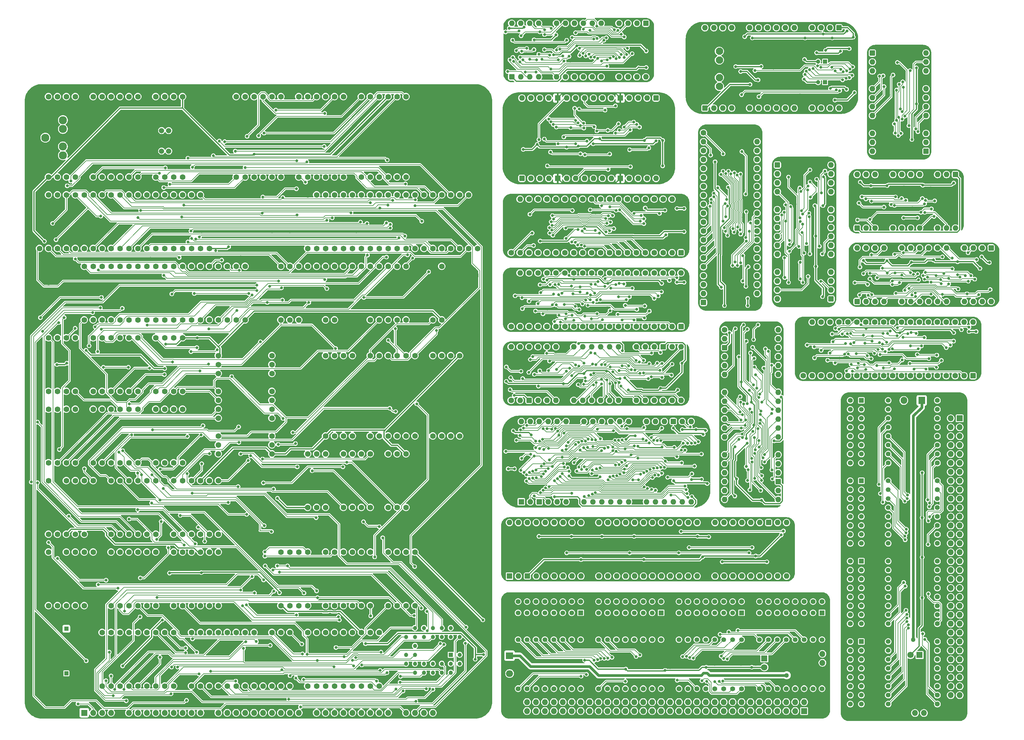
<source format=gbl>
%MOIN*%
%OFA0B0*%
%FSLAX46Y46*%
%IPPOS*%
%LPD*%
%AMRoundRect*
4,1,4,
0.07874015748031496,0.11811023622047245,
0.15748031496062992,0.19685039370078741,
0.23622047244094491,0.27559055118110237,
0.31496062992125984,0.35433070866141736,
0.07874015748031496,0.11811023622047245,
0*
1,1,$1,$2,$3*
1,1,$1,$2,$3*
1,1,$1,$2,$3*
1,1,$1,$2,$3*
20,1,$1,$2,$3,$4,$5,0*
20,1,$1,$2,$3,$4,$5,0*
20,1,$1,$2,$3,$4,$5,0*
20,1,$1,$2,$3,$4,$5,0*%
%AMCOMP1*
4,1,3,
-0.015748031496062995,-0.015748031496062995,
0.015748031496062995,-0.015748031496062995,
0.015748031496062995,0.015748031496062995,
-0.015748031496062995,0.015748031496062995,
0*
4,1,19,
-0.015748031496062995,0,
-0.010881622135827601,-0.00077076352291096848,
-0.0064915708300397942,-0.0030076063877961024,
-0.0030076063877961024,-0.0064915708300397942,
-0.00077076352291096848,-0.010881622135827601,
0,-0.015748031496062995,
-0.00077076352291096631,-0.020614440856298388,
-0.0030076063877961024,-0.025004492162086195,
-0.0064915708300397924,-0.02848845660432988,
-0.0108816221358276,-0.030725299469215022,
-0.015748031496062992,-0.031496062992125991,
-0.020614440856298391,-0.030725299469215022,
-0.025004492162086195,-0.028488456604329887,
-0.02848845660432988,-0.0250044921620862,
-0.030725299469215022,-0.020614440856298391,
-0.031496062992125991,-0.015748031496062995,
-0.030725299469215022,-0.010881622135827603,
-0.028488456604329887,-0.0064915708300397976,
-0.0250044921620862,-0.0030076063877961046,
-0.020614440856298391,-0.00077076352291096848,
0*
4,1,19,
0.015748031496062995,0,
0.020614440856298388,-0.00077076352291096848,
0.025004492162086195,-0.0030076063877961024,
0.028488456604329887,-0.0064915708300397942,
0.030725299469215022,-0.010881622135827601,
0.031496062992125991,-0.015748031496062995,
0.030725299469215022,-0.020614440856298388,
0.028488456604329887,-0.025004492162086195,
0.0250044921620862,-0.02848845660432988,
0.020614440856298388,-0.030725299469215022,
0.015748031496062995,-0.031496062992125991,
0.010881622135827598,-0.030725299469215022,
0.006491570830039795,-0.028488456604329887,
0.0030076063877961046,-0.0250044921620862,
0.00077076352291096848,-0.020614440856298391,
0,-0.015748031496062995,
0.00077076352291096631,-0.010881622135827603,
0.0030076063877961024,-0.0064915708300397976,
0.00649157083003979,-0.0030076063877961046,
0.010881622135827598,-0.00077076352291096848,
0*
4,1,19,
0.015748031496062995,0.031496062992125991,
0.020614440856298388,0.030725299469215022,
0.025004492162086195,0.028488456604329887,
0.028488456604329887,0.025004492162086195,
0.030725299469215022,0.020614440856298388,
0.031496062992125991,0.015748031496062995,
0.030725299469215022,0.010881622135827601,
0.028488456604329887,0.006491570830039795,
0.0250044921620862,0.0030076063877961046,
0.020614440856298388,0.00077076352291096848,
0.015748031496062995,0,
0.010881622135827598,0.00077076352291096848,
0.006491570830039795,0.0030076063877961024,
0.0030076063877961046,0.0064915708300397924,
0.00077076352291096848,0.0108816221358276,
0,0.015748031496062992,
0.00077076352291096631,0.020614440856298388,
0.0030076063877961024,0.025004492162086188,
0.00649157083003979,0.02848845660432988,
0.010881622135827598,0.030725299469215022,
0*
4,1,19,
-0.015748031496062995,0.031496062992125991,
-0.010881622135827601,0.030725299469215022,
-0.0064915708300397942,0.028488456604329887,
-0.0030076063877961024,0.025004492162086195,
-0.00077076352291096848,0.020614440856298388,
0,0.015748031496062995,
-0.00077076352291096631,0.010881622135827601,
-0.0030076063877961024,0.006491570830039795,
-0.0064915708300397924,0.0030076063877961046,
-0.0108816221358276,0.00077076352291096848,
-0.015748031496062992,0,
-0.020614440856298391,0.00077076352291096848,
-0.025004492162086195,0.0030076063877961024,
-0.02848845660432988,0.0064915708300397924,
-0.030725299469215022,0.0108816221358276,
-0.031496062992125991,0.015748031496062992,
-0.030725299469215022,0.020614440856298388,
-0.028488456604329887,0.025004492162086188,
-0.0250044921620862,0.02848845660432988,
-0.020614440856298391,0.030725299469215022,
0*
4,1,3,
-0.015748031496062995,-0.031496062992125991,
-0.015748031496062995,0,
0.015748031496062995,0,
0.015748031496062995,-0.031496062992125991,
0*
4,1,3,
0.031496062992125991,-0.015748031496062995,
0,-0.015748031496062995,
0,0.015748031496062995,
0.031496062992125991,0.015748031496062995,
0*
4,1,3,
0.015748031496062995,0.031496062992125991,
0.015748031496062995,0,
-0.015748031496062995,0,
-0.015748031496062995,0.031496062992125991,
0*
4,1,3,
-0.031496062992125991,0.015748031496062995,
0,0.015748031496062995,
0,-0.015748031496062995,
-0.031496062992125991,-0.015748031496062995,
0*%
%AMRoundRect0*
4,1,4,
-0.11811023622047245,0.07874015748031496,
-0.19685039370078741,0.15748031496062992,
-0.27559055118110237,0.23622047244094491,
-0.35433070866141736,0.31496062992125984,
-0.11811023622047245,0.07874015748031496,
0*
1,1,$1,$2,$3*
1,1,$1,$2,$3*
1,1,$1,$2,$3*
1,1,$1,$2,$3*
20,1,$1,$2,$3,$4,$5,90*
20,1,$1,$2,$3,$4,$5,90*
20,1,$1,$2,$3,$4,$5,90*
20,1,$1,$2,$3,$4,$5,90*%
%AMCOMP130*
4,1,3,
0.015748031496062995,-0.015748031496062995,
0.015748031496062995,0.015748031496062995,
-0.015748031496062995,0.015748031496062995,
-0.015748031496062995,-0.015748031496062995,
0*
4,1,19,
-0.000000000000000000964256971513683,-0.015748031496062995,
0.00077076352291096783,-0.010881622135827601,
0.003007606387796102,-0.0064915708300397942,
0.0064915708300397942,-0.0030076063877961029,
0.010881622135827601,-0.00077076352291096913,
0.015748031496062995,-0.000000000000000000964256971513683,
0.020614440856298388,-0.0007707635229109675,
0.025004492162086195,-0.0030076063877961042,
0.02848845660432988,-0.0064915708300397942,
0.030725299469215022,-0.010881622135827601,
0.031496062992125991,-0.015748031496062995,
0.030725299469215022,-0.020614440856298391,
0.028488456604329887,-0.025004492162086195,
0.0250044921620862,-0.02848845660432988,
0.020614440856298391,-0.030725299469215022,
0.015748031496062995,-0.031496062992125991,
0.010881622135827601,-0.030725299469215022,
0.006491570830039795,-0.028488456604329887,
0.0030076063877961029,-0.0250044921620862,
0.00077076352291096729,-0.020614440856298391,
0*
4,1,19,
0.000000000000000000964256971513683,0.015748031496062995,
0.00077076352291096967,0.020614440856298388,
0.0030076063877961042,0.025004492162086195,
0.0064915708300397968,0.028488456604329887,
0.010881622135827603,0.030725299469215022,
0.015748031496062995,0.031496062992125991,
0.020614440856298388,0.030725299469215022,
0.025004492162086195,0.028488456604329887,
0.02848845660432988,0.0250044921620862,
0.030725299469215022,0.020614440856298388,
0.031496062992125991,0.015748031496062995,
0.030725299469215022,0.010881622135827594,
0.028488456604329887,0.0064915708300397933,
0.0250044921620862,0.0030076063877961029,
0.020614440856298391,0.00077076352291096729,
0.015748031496062995,-0.000000000000000000964256971513683,
0.010881622135827603,0.00077076352291096566,
0.0064915708300397976,0.003007606387796102,
0.003007606387796105,0.00649157083003979,
0.00077076352291096913,0.010881622135827598,
0*
4,1,19,
-0.031496062992125991,0.015748031496062995,
-0.030725299469215022,0.020614440856298388,
-0.028488456604329887,0.025004492162086195,
-0.025004492162086195,0.028488456604329887,
-0.020614440856298388,0.030725299469215022,
-0.015748031496062992,0.031496062992125991,
-0.0108816221358276,0.030725299469215022,
-0.0064915708300397933,0.028488456604329887,
-0.0030076063877961029,0.0250044921620862,
-0.00077076352291096729,0.020614440856298388,
0.000000000000000000964256971513683,0.015748031496062995,
-0.00077076352291096783,0.010881622135827598,
-0.003007606387796102,0.006491570830039795,
-0.0064915708300397924,0.003007606387796105,
-0.0108816221358276,0.00077076352291096913,
-0.015748031496062992,0.0000000000000000009642569715136828,
-0.020614440856298388,0.0007707635229109675,
-0.025004492162086188,0.0030076063877961042,
-0.02848845660432988,0.0064915708300397924,
-0.030725299469215022,0.0108816221358276,
0*
4,1,19,
-0.031496062992125991,-0.015748031496062992,
-0.030725299469215022,-0.0108816221358276,
-0.028488456604329887,-0.0064915708300397924,
-0.025004492162086195,-0.0030076063877961007,
-0.020614440856298388,-0.00077076352291096729,
-0.015748031496062995,0.000000000000000000964256971513683,
-0.010881622135827601,-0.00077076352291096566,
-0.006491570830039795,-0.003007606387796102,
-0.003007606387796105,-0.0064915708300397924,
-0.00077076352291096913,-0.0108816221358276,
-0.0000000000000000009642569715136828,-0.015748031496062992,
-0.00077076352291096967,-0.020614440856298391,
-0.0030076063877961042,-0.025004492162086195,
-0.0064915708300397942,-0.02848845660432988,
-0.010881622135827601,-0.030725299469215022,
-0.015748031496062995,-0.031496062992125991,
-0.020614440856298388,-0.030725299469215022,
-0.025004492162086188,-0.028488456604329887,
-0.02848845660432988,-0.0250044921620862,
-0.030725299469215022,-0.020614440856298391,
0*
4,1,3,
0.031496062992125991,-0.015748031496062995,
-0.000000000000000000964256971513683,-0.015748031496062995,
0.000000000000000000964256971513683,0.015748031496062995,
0.031496062992125991,0.015748031496062992,
0*
4,1,3,
0.015748031496062995,0.031496062992125991,
0.015748031496062995,-0.000000000000000000964256971513683,
-0.015748031496062995,0.000000000000000000964256971513683,
-0.015748031496062992,0.031496062992125991,
0*
4,1,3,
-0.031496062992125991,0.015748031496062995,
0.000000000000000000964256971513683,0.015748031496062995,
-0.000000000000000000964256971513683,-0.015748031496062995,
-0.031496062992125991,-0.015748031496062992,
0*
4,1,3,
-0.015748031496062995,-0.031496062992125991,
-0.015748031496062995,0.000000000000000000964256971513683,
0.015748031496062995,-0.000000000000000000964256971513683,
0.015748031496062992,-0.031496062992125991,
0*%
%AMRoundRect1*
4,1,4,
-0.11811023622047245,0.07874015748031496,
-0.19685039370078741,0.15748031496062992,
-0.27559055118110237,0.23622047244094491,
-0.35433070866141736,0.31496062992125984,
-0.11811023622047245,0.07874015748031496,
0*
1,1,$1,$2,$3*
1,1,$1,$2,$3*
1,1,$1,$2,$3*
1,1,$1,$2,$3*
20,1,$1,$2,$3,$4,$5,90*
20,1,$1,$2,$3,$4,$5,90*
20,1,$1,$2,$3,$4,$5,90*
20,1,$1,$2,$3,$4,$5,90*%
%AMCOMP250*
4,1,3,
0.015748031496062995,-0.015748031496062995,
0.015748031496062995,0.015748031496062995,
-0.015748031496062995,0.015748031496062995,
-0.015748031496062995,-0.015748031496062995,
0*
4,1,19,
-0.000000000000000000964256971513683,-0.015748031496062995,
0.00077076352291096783,-0.010881622135827601,
0.003007606387796102,-0.0064915708300397942,
0.0064915708300397942,-0.0030076063877961029,
0.010881622135827601,-0.00077076352291096913,
0.015748031496062995,-0.000000000000000000964256971513683,
0.020614440856298388,-0.0007707635229109675,
0.025004492162086195,-0.0030076063877961042,
0.02848845660432988,-0.0064915708300397942,
0.030725299469215022,-0.010881622135827601,
0.031496062992125991,-0.015748031496062995,
0.030725299469215022,-0.020614440856298391,
0.028488456604329887,-0.025004492162086195,
0.0250044921620862,-0.02848845660432988,
0.020614440856298391,-0.030725299469215022,
0.015748031496062995,-0.031496062992125991,
0.010881622135827601,-0.030725299469215022,
0.006491570830039795,-0.028488456604329887,
0.0030076063877961029,-0.0250044921620862,
0.00077076352291096729,-0.020614440856298391,
0*
4,1,19,
0.000000000000000000964256971513683,0.015748031496062995,
0.00077076352291096967,0.020614440856298388,
0.0030076063877961042,0.025004492162086195,
0.0064915708300397968,0.028488456604329887,
0.010881622135827603,0.030725299469215022,
0.015748031496062995,0.031496062992125991,
0.020614440856298388,0.030725299469215022,
0.025004492162086195,0.028488456604329887,
0.02848845660432988,0.0250044921620862,
0.030725299469215022,0.020614440856298388,
0.031496062992125991,0.015748031496062995,
0.030725299469215022,0.010881622135827594,
0.028488456604329887,0.0064915708300397933,
0.0250044921620862,0.0030076063877961029,
0.020614440856298391,0.00077076352291096729,
0.015748031496062995,-0.000000000000000000964256971513683,
0.010881622135827603,0.00077076352291096566,
0.0064915708300397976,0.003007606387796102,
0.003007606387796105,0.00649157083003979,
0.00077076352291096913,0.010881622135827598,
0*
4,1,19,
-0.031496062992125991,0.015748031496062995,
-0.030725299469215022,0.020614440856298388,
-0.028488456604329887,0.025004492162086195,
-0.025004492162086195,0.028488456604329887,
-0.020614440856298388,0.030725299469215022,
-0.015748031496062992,0.031496062992125991,
-0.0108816221358276,0.030725299469215022,
-0.0064915708300397933,0.028488456604329887,
-0.0030076063877961029,0.0250044921620862,
-0.00077076352291096729,0.020614440856298388,
0.000000000000000000964256971513683,0.015748031496062995,
-0.00077076352291096783,0.010881622135827598,
-0.003007606387796102,0.006491570830039795,
-0.0064915708300397924,0.003007606387796105,
-0.0108816221358276,0.00077076352291096913,
-0.015748031496062992,0.0000000000000000009642569715136828,
-0.020614440856298388,0.0007707635229109675,
-0.025004492162086188,0.0030076063877961042,
-0.02848845660432988,0.0064915708300397924,
-0.030725299469215022,0.0108816221358276,
0*
4,1,19,
-0.031496062992125991,-0.015748031496062992,
-0.030725299469215022,-0.0108816221358276,
-0.028488456604329887,-0.0064915708300397924,
-0.025004492162086195,-0.0030076063877961007,
-0.020614440856298388,-0.00077076352291096729,
-0.015748031496062995,0.000000000000000000964256971513683,
-0.010881622135827601,-0.00077076352291096566,
-0.006491570830039795,-0.003007606387796102,
-0.003007606387796105,-0.0064915708300397924,
-0.00077076352291096913,-0.0108816221358276,
-0.0000000000000000009642569715136828,-0.015748031496062992,
-0.00077076352291096967,-0.020614440856298391,
-0.0030076063877961042,-0.025004492162086195,
-0.0064915708300397942,-0.02848845660432988,
-0.010881622135827601,-0.030725299469215022,
-0.015748031496062995,-0.031496062992125991,
-0.020614440856298388,-0.030725299469215022,
-0.025004492162086188,-0.028488456604329887,
-0.02848845660432988,-0.0250044921620862,
-0.030725299469215022,-0.020614440856298391,
0*
4,1,3,
0.031496062992125991,-0.015748031496062995,
-0.000000000000000000964256971513683,-0.015748031496062995,
0.000000000000000000964256971513683,0.015748031496062995,
0.031496062992125991,0.015748031496062992,
0*
4,1,3,
0.015748031496062995,0.031496062992125991,
0.015748031496062995,-0.000000000000000000964256971513683,
-0.015748031496062995,0.000000000000000000964256971513683,
-0.015748031496062992,0.031496062992125991,
0*
4,1,3,
-0.031496062992125991,0.015748031496062995,
0.000000000000000000964256971513683,0.015748031496062995,
-0.000000000000000000964256971513683,-0.015748031496062995,
-0.031496062992125991,-0.015748031496062992,
0*
4,1,3,
-0.015748031496062995,-0.031496062992125991,
-0.015748031496062995,0.000000000000000000964256971513683,
0.015748031496062995,-0.000000000000000000964256971513683,
0.015748031496062992,-0.031496062992125991,
0*%
%AMRoundRect0*
4,1,4,
0.07874015748031496,0.11811023622047245,
0.15748031496062992,0.19685039370078741,
0.23622047244094491,0.27559055118110237,
0.31496062992125984,0.35433070866141736,
0.07874015748031496,0.11811023622047245,
0*
1,1,$1,$2,$3*
1,1,$1,$2,$3*
1,1,$1,$2,$3*
1,1,$1,$2,$3*
20,1,$1,$2,$3,$4,$5,0*
20,1,$1,$2,$3,$4,$5,0*
20,1,$1,$2,$3,$4,$5,0*
20,1,$1,$2,$3,$4,$5,0*%
%AMCOMP370*
4,1,3,
-0.015748031496062995,-0.015748031496062995,
0.015748031496062995,-0.015748031496062995,
0.015748031496062995,0.015748031496062995,
-0.015748031496062995,0.015748031496062995,
0*
4,1,19,
-0.015748031496062995,0,
-0.010881622135827601,-0.00077076352291096848,
-0.0064915708300397942,-0.0030076063877961024,
-0.0030076063877961024,-0.0064915708300397942,
-0.00077076352291096848,-0.010881622135827601,
0,-0.015748031496062995,
-0.00077076352291096631,-0.020614440856298388,
-0.0030076063877961024,-0.025004492162086195,
-0.0064915708300397924,-0.02848845660432988,
-0.0108816221358276,-0.030725299469215022,
-0.015748031496062992,-0.031496062992125991,
-0.020614440856298391,-0.030725299469215022,
-0.025004492162086195,-0.028488456604329887,
-0.02848845660432988,-0.0250044921620862,
-0.030725299469215022,-0.020614440856298391,
-0.031496062992125991,-0.015748031496062995,
-0.030725299469215022,-0.010881622135827603,
-0.028488456604329887,-0.0064915708300397976,
-0.0250044921620862,-0.0030076063877961046,
-0.020614440856298391,-0.00077076352291096848,
0*
4,1,19,
0.015748031496062995,0,
0.020614440856298388,-0.00077076352291096848,
0.025004492162086195,-0.0030076063877961024,
0.028488456604329887,-0.0064915708300397942,
0.030725299469215022,-0.010881622135827601,
0.031496062992125991,-0.015748031496062995,
0.030725299469215022,-0.020614440856298388,
0.028488456604329887,-0.025004492162086195,
0.0250044921620862,-0.02848845660432988,
0.020614440856298388,-0.030725299469215022,
0.015748031496062995,-0.031496062992125991,
0.010881622135827598,-0.030725299469215022,
0.006491570830039795,-0.028488456604329887,
0.0030076063877961046,-0.0250044921620862,
0.00077076352291096848,-0.020614440856298391,
0,-0.015748031496062995,
0.00077076352291096631,-0.010881622135827603,
0.0030076063877961024,-0.0064915708300397976,
0.00649157083003979,-0.0030076063877961046,
0.010881622135827598,-0.00077076352291096848,
0*
4,1,19,
0.015748031496062995,0.031496062992125991,
0.020614440856298388,0.030725299469215022,
0.025004492162086195,0.028488456604329887,
0.028488456604329887,0.025004492162086195,
0.030725299469215022,0.020614440856298388,
0.031496062992125991,0.015748031496062995,
0.030725299469215022,0.010881622135827601,
0.028488456604329887,0.006491570830039795,
0.0250044921620862,0.0030076063877961046,
0.020614440856298388,0.00077076352291096848,
0.015748031496062995,0,
0.010881622135827598,0.00077076352291096848,
0.006491570830039795,0.0030076063877961024,
0.0030076063877961046,0.0064915708300397924,
0.00077076352291096848,0.0108816221358276,
0,0.015748031496062992,
0.00077076352291096631,0.020614440856298388,
0.0030076063877961024,0.025004492162086188,
0.00649157083003979,0.02848845660432988,
0.010881622135827598,0.030725299469215022,
0*
4,1,19,
-0.015748031496062995,0.031496062992125991,
-0.010881622135827601,0.030725299469215022,
-0.0064915708300397942,0.028488456604329887,
-0.0030076063877961024,0.025004492162086195,
-0.00077076352291096848,0.020614440856298388,
0,0.015748031496062995,
-0.00077076352291096631,0.010881622135827601,
-0.0030076063877961024,0.006491570830039795,
-0.0064915708300397924,0.0030076063877961046,
-0.0108816221358276,0.00077076352291096848,
-0.015748031496062992,0,
-0.020614440856298391,0.00077076352291096848,
-0.025004492162086195,0.0030076063877961024,
-0.02848845660432988,0.0064915708300397924,
-0.030725299469215022,0.0108816221358276,
-0.031496062992125991,0.015748031496062992,
-0.030725299469215022,0.020614440856298388,
-0.028488456604329887,0.025004492162086188,
-0.0250044921620862,0.02848845660432988,
-0.020614440856298391,0.030725299469215022,
0*
4,1,3,
-0.015748031496062995,-0.031496062992125991,
-0.015748031496062995,0,
0.015748031496062995,0,
0.015748031496062995,-0.031496062992125991,
0*
4,1,3,
0.031496062992125991,-0.015748031496062995,
0,-0.015748031496062995,
0,0.015748031496062995,
0.031496062992125991,0.015748031496062995,
0*
4,1,3,
0.015748031496062995,0.031496062992125991,
0.015748031496062995,0,
-0.015748031496062995,0,
-0.015748031496062995,0.031496062992125991,
0*
4,1,3,
-0.031496062992125991,0.015748031496062995,
0,0.015748031496062995,
0,-0.015748031496062995,
-0.031496062992125991,-0.015748031496062995,
0*%
%AMRoundRect1*
4,1,4,
-0.11811023622047245,0.07874015748031496,
-0.19685039370078741,0.15748031496062992,
-0.27559055118110237,0.23622047244094491,
-0.35433070866141736,0.31496062992125984,
-0.11811023622047245,0.07874015748031496,
0*
1,1,$1,$2,$3*
1,1,$1,$2,$3*
1,1,$1,$2,$3*
1,1,$1,$2,$3*
20,1,$1,$2,$3,$4,$5,90*
20,1,$1,$2,$3,$4,$5,90*
20,1,$1,$2,$3,$4,$5,90*
20,1,$1,$2,$3,$4,$5,90*%
%AMCOMP450*
4,1,3,
0.015748031496062995,-0.015748031496062995,
0.015748031496062995,0.015748031496062995,
-0.015748031496062995,0.015748031496062995,
-0.015748031496062995,-0.015748031496062995,
0*
4,1,19,
-0.000000000000000000964256971513683,-0.015748031496062995,
0.00077076352291096783,-0.010881622135827601,
0.003007606387796102,-0.0064915708300397942,
0.0064915708300397942,-0.0030076063877961029,
0.010881622135827601,-0.00077076352291096913,
0.015748031496062995,-0.000000000000000000964256971513683,
0.020614440856298388,-0.0007707635229109675,
0.025004492162086195,-0.0030076063877961042,
0.02848845660432988,-0.0064915708300397942,
0.030725299469215022,-0.010881622135827601,
0.031496062992125991,-0.015748031496062995,
0.030725299469215022,-0.020614440856298391,
0.028488456604329887,-0.025004492162086195,
0.0250044921620862,-0.02848845660432988,
0.020614440856298391,-0.030725299469215022,
0.015748031496062995,-0.031496062992125991,
0.010881622135827601,-0.030725299469215022,
0.006491570830039795,-0.028488456604329887,
0.0030076063877961029,-0.0250044921620862,
0.00077076352291096729,-0.020614440856298391,
0*
4,1,19,
0.000000000000000000964256971513683,0.015748031496062995,
0.00077076352291096967,0.020614440856298388,
0.0030076063877961042,0.025004492162086195,
0.0064915708300397968,0.028488456604329887,
0.010881622135827603,0.030725299469215022,
0.015748031496062995,0.031496062992125991,
0.020614440856298388,0.030725299469215022,
0.025004492162086195,0.028488456604329887,
0.02848845660432988,0.0250044921620862,
0.030725299469215022,0.020614440856298388,
0.031496062992125991,0.015748031496062995,
0.030725299469215022,0.010881622135827594,
0.028488456604329887,0.0064915708300397933,
0.0250044921620862,0.0030076063877961029,
0.020614440856298391,0.00077076352291096729,
0.015748031496062995,-0.000000000000000000964256971513683,
0.010881622135827603,0.00077076352291096566,
0.0064915708300397976,0.003007606387796102,
0.003007606387796105,0.00649157083003979,
0.00077076352291096913,0.010881622135827598,
0*
4,1,19,
-0.031496062992125991,0.015748031496062995,
-0.030725299469215022,0.020614440856298388,
-0.028488456604329887,0.025004492162086195,
-0.025004492162086195,0.028488456604329887,
-0.020614440856298388,0.030725299469215022,
-0.015748031496062992,0.031496062992125991,
-0.0108816221358276,0.030725299469215022,
-0.0064915708300397933,0.028488456604329887,
-0.0030076063877961029,0.0250044921620862,
-0.00077076352291096729,0.020614440856298388,
0.000000000000000000964256971513683,0.015748031496062995,
-0.00077076352291096783,0.010881622135827598,
-0.003007606387796102,0.006491570830039795,
-0.0064915708300397924,0.003007606387796105,
-0.0108816221358276,0.00077076352291096913,
-0.015748031496062992,0.0000000000000000009642569715136828,
-0.020614440856298388,0.0007707635229109675,
-0.025004492162086188,0.0030076063877961042,
-0.02848845660432988,0.0064915708300397924,
-0.030725299469215022,0.0108816221358276,
0*
4,1,19,
-0.031496062992125991,-0.015748031496062992,
-0.030725299469215022,-0.0108816221358276,
-0.028488456604329887,-0.0064915708300397924,
-0.025004492162086195,-0.0030076063877961007,
-0.020614440856298388,-0.00077076352291096729,
-0.015748031496062995,0.000000000000000000964256971513683,
-0.010881622135827601,-0.00077076352291096566,
-0.006491570830039795,-0.003007606387796102,
-0.003007606387796105,-0.0064915708300397924,
-0.00077076352291096913,-0.0108816221358276,
-0.0000000000000000009642569715136828,-0.015748031496062992,
-0.00077076352291096967,-0.020614440856298391,
-0.0030076063877961042,-0.025004492162086195,
-0.0064915708300397942,-0.02848845660432988,
-0.010881622135827601,-0.030725299469215022,
-0.015748031496062995,-0.031496062992125991,
-0.020614440856298388,-0.030725299469215022,
-0.025004492162086188,-0.028488456604329887,
-0.02848845660432988,-0.0250044921620862,
-0.030725299469215022,-0.020614440856298391,
0*
4,1,3,
0.031496062992125991,-0.015748031496062995,
-0.000000000000000000964256971513683,-0.015748031496062995,
0.000000000000000000964256971513683,0.015748031496062995,
0.031496062992125991,0.015748031496062992,
0*
4,1,3,
0.015748031496062995,0.031496062992125991,
0.015748031496062995,-0.000000000000000000964256971513683,
-0.015748031496062995,0.000000000000000000964256971513683,
-0.015748031496062992,0.031496062992125991,
0*
4,1,3,
-0.031496062992125991,0.015748031496062995,
0.000000000000000000964256971513683,0.015748031496062995,
-0.000000000000000000964256971513683,-0.015748031496062995,
-0.031496062992125991,-0.015748031496062992,
0*
4,1,3,
-0.015748031496062995,-0.031496062992125991,
-0.015748031496062995,0.000000000000000000964256971513683,
0.015748031496062995,-0.000000000000000000964256971513683,
0.015748031496062992,-0.031496062992125991,
0*%
%AMRoundRect0*
4,1,4,
-0.11811023622047245,0.07874015748031496,
-0.19685039370078741,0.15748031496062992,
-0.27559055118110237,0.23622047244094491,
-0.35433070866141736,0.31496062992125984,
-0.11811023622047245,0.07874015748031496,
0*
1,1,$1,$2,$3*
1,1,$1,$2,$3*
1,1,$1,$2,$3*
1,1,$1,$2,$3*
20,1,$1,$2,$3,$4,$5,90*
20,1,$1,$2,$3,$4,$5,90*
20,1,$1,$2,$3,$4,$5,90*
20,1,$1,$2,$3,$4,$5,90*%
%AMCOMP530*
4,1,3,
0.015748031496062995,-0.015748031496062995,
0.015748031496062995,0.015748031496062995,
-0.015748031496062995,0.015748031496062995,
-0.015748031496062995,-0.015748031496062995,
0*
4,1,19,
-0.000000000000000000964256971513683,-0.015748031496062995,
0.00077076352291096783,-0.010881622135827601,
0.003007606387796102,-0.0064915708300397942,
0.0064915708300397942,-0.0030076063877961029,
0.010881622135827601,-0.00077076352291096913,
0.015748031496062995,-0.000000000000000000964256971513683,
0.020614440856298388,-0.0007707635229109675,
0.025004492162086195,-0.0030076063877961042,
0.02848845660432988,-0.0064915708300397942,
0.030725299469215022,-0.010881622135827601,
0.031496062992125991,-0.015748031496062995,
0.030725299469215022,-0.020614440856298391,
0.028488456604329887,-0.025004492162086195,
0.0250044921620862,-0.02848845660432988,
0.020614440856298391,-0.030725299469215022,
0.015748031496062995,-0.031496062992125991,
0.010881622135827601,-0.030725299469215022,
0.006491570830039795,-0.028488456604329887,
0.0030076063877961029,-0.0250044921620862,
0.00077076352291096729,-0.020614440856298391,
0*
4,1,19,
0.000000000000000000964256971513683,0.015748031496062995,
0.00077076352291096967,0.020614440856298388,
0.0030076063877961042,0.025004492162086195,
0.0064915708300397968,0.028488456604329887,
0.010881622135827603,0.030725299469215022,
0.015748031496062995,0.031496062992125991,
0.020614440856298388,0.030725299469215022,
0.025004492162086195,0.028488456604329887,
0.02848845660432988,0.0250044921620862,
0.030725299469215022,0.020614440856298388,
0.031496062992125991,0.015748031496062995,
0.030725299469215022,0.010881622135827594,
0.028488456604329887,0.0064915708300397933,
0.0250044921620862,0.0030076063877961029,
0.020614440856298391,0.00077076352291096729,
0.015748031496062995,-0.000000000000000000964256971513683,
0.010881622135827603,0.00077076352291096566,
0.0064915708300397976,0.003007606387796102,
0.003007606387796105,0.00649157083003979,
0.00077076352291096913,0.010881622135827598,
0*
4,1,19,
-0.031496062992125991,0.015748031496062995,
-0.030725299469215022,0.020614440856298388,
-0.028488456604329887,0.025004492162086195,
-0.025004492162086195,0.028488456604329887,
-0.020614440856298388,0.030725299469215022,
-0.015748031496062992,0.031496062992125991,
-0.0108816221358276,0.030725299469215022,
-0.0064915708300397933,0.028488456604329887,
-0.0030076063877961029,0.0250044921620862,
-0.00077076352291096729,0.020614440856298388,
0.000000000000000000964256971513683,0.015748031496062995,
-0.00077076352291096783,0.010881622135827598,
-0.003007606387796102,0.006491570830039795,
-0.0064915708300397924,0.003007606387796105,
-0.0108816221358276,0.00077076352291096913,
-0.015748031496062992,0.0000000000000000009642569715136828,
-0.020614440856298388,0.0007707635229109675,
-0.025004492162086188,0.0030076063877961042,
-0.02848845660432988,0.0064915708300397924,
-0.030725299469215022,0.0108816221358276,
0*
4,1,19,
-0.031496062992125991,-0.015748031496062992,
-0.030725299469215022,-0.0108816221358276,
-0.028488456604329887,-0.0064915708300397924,
-0.025004492162086195,-0.0030076063877961007,
-0.020614440856298388,-0.00077076352291096729,
-0.015748031496062995,0.000000000000000000964256971513683,
-0.010881622135827601,-0.00077076352291096566,
-0.006491570830039795,-0.003007606387796102,
-0.003007606387796105,-0.0064915708300397924,
-0.00077076352291096913,-0.0108816221358276,
-0.0000000000000000009642569715136828,-0.015748031496062992,
-0.00077076352291096967,-0.020614440856298391,
-0.0030076063877961042,-0.025004492162086195,
-0.0064915708300397942,-0.02848845660432988,
-0.010881622135827601,-0.030725299469215022,
-0.015748031496062995,-0.031496062992125991,
-0.020614440856298388,-0.030725299469215022,
-0.025004492162086188,-0.028488456604329887,
-0.02848845660432988,-0.0250044921620862,
-0.030725299469215022,-0.020614440856298391,
0*
4,1,3,
0.031496062992125991,-0.015748031496062995,
-0.000000000000000000964256971513683,-0.015748031496062995,
0.000000000000000000964256971513683,0.015748031496062995,
0.031496062992125991,0.015748031496062992,
0*
4,1,3,
0.015748031496062995,0.031496062992125991,
0.015748031496062995,-0.000000000000000000964256971513683,
-0.015748031496062995,0.000000000000000000964256971513683,
-0.015748031496062992,0.031496062992125991,
0*
4,1,3,
-0.031496062992125991,0.015748031496062995,
0.000000000000000000964256971513683,0.015748031496062995,
-0.000000000000000000964256971513683,-0.015748031496062995,
-0.031496062992125991,-0.015748031496062992,
0*
4,1,3,
-0.015748031496062995,-0.031496062992125991,
-0.015748031496062995,0.000000000000000000964256971513683,
0.015748031496062995,-0.000000000000000000964256971513683,
0.015748031496062992,-0.031496062992125991,
0*%
%AMRoundRect1*
4,1,4,
-0.11811023622047245,0.07874015748031496,
-0.19685039370078741,0.15748031496062992,
-0.27559055118110237,0.23622047244094491,
-0.35433070866141736,0.31496062992125984,
-0.11811023622047245,0.07874015748031496,
0*
1,1,$1,$2,$3*
1,1,$1,$2,$3*
1,1,$1,$2,$3*
1,1,$1,$2,$3*
20,1,$1,$2,$3,$4,$5,90*
20,1,$1,$2,$3,$4,$5,90*
20,1,$1,$2,$3,$4,$5,90*
20,1,$1,$2,$3,$4,$5,90*%
%AMCOMP610*
4,1,3,
0.015748031496062995,-0.015748031496062995,
0.015748031496062995,0.015748031496062995,
-0.015748031496062995,0.015748031496062995,
-0.015748031496062995,-0.015748031496062995,
0*
4,1,19,
-0.000000000000000000964256971513683,-0.015748031496062995,
0.00077076352291096783,-0.010881622135827601,
0.003007606387796102,-0.0064915708300397942,
0.0064915708300397942,-0.0030076063877961029,
0.010881622135827601,-0.00077076352291096913,
0.015748031496062995,-0.000000000000000000964256971513683,
0.020614440856298388,-0.0007707635229109675,
0.025004492162086195,-0.0030076063877961042,
0.02848845660432988,-0.0064915708300397942,
0.030725299469215022,-0.010881622135827601,
0.031496062992125991,-0.015748031496062995,
0.030725299469215022,-0.020614440856298391,
0.028488456604329887,-0.025004492162086195,
0.0250044921620862,-0.02848845660432988,
0.020614440856298391,-0.030725299469215022,
0.015748031496062995,-0.031496062992125991,
0.010881622135827601,-0.030725299469215022,
0.006491570830039795,-0.028488456604329887,
0.0030076063877961029,-0.0250044921620862,
0.00077076352291096729,-0.020614440856298391,
0*
4,1,19,
0.000000000000000000964256971513683,0.015748031496062995,
0.00077076352291096967,0.020614440856298388,
0.0030076063877961042,0.025004492162086195,
0.0064915708300397968,0.028488456604329887,
0.010881622135827603,0.030725299469215022,
0.015748031496062995,0.031496062992125991,
0.020614440856298388,0.030725299469215022,
0.025004492162086195,0.028488456604329887,
0.02848845660432988,0.0250044921620862,
0.030725299469215022,0.020614440856298388,
0.031496062992125991,0.015748031496062995,
0.030725299469215022,0.010881622135827594,
0.028488456604329887,0.0064915708300397933,
0.0250044921620862,0.0030076063877961029,
0.020614440856298391,0.00077076352291096729,
0.015748031496062995,-0.000000000000000000964256971513683,
0.010881622135827603,0.00077076352291096566,
0.0064915708300397976,0.003007606387796102,
0.003007606387796105,0.00649157083003979,
0.00077076352291096913,0.010881622135827598,
0*
4,1,19,
-0.031496062992125991,0.015748031496062995,
-0.030725299469215022,0.020614440856298388,
-0.028488456604329887,0.025004492162086195,
-0.025004492162086195,0.028488456604329887,
-0.020614440856298388,0.030725299469215022,
-0.015748031496062992,0.031496062992125991,
-0.0108816221358276,0.030725299469215022,
-0.0064915708300397933,0.028488456604329887,
-0.0030076063877961029,0.0250044921620862,
-0.00077076352291096729,0.020614440856298388,
0.000000000000000000964256971513683,0.015748031496062995,
-0.00077076352291096783,0.010881622135827598,
-0.003007606387796102,0.006491570830039795,
-0.0064915708300397924,0.003007606387796105,
-0.0108816221358276,0.00077076352291096913,
-0.015748031496062992,0.0000000000000000009642569715136828,
-0.020614440856298388,0.0007707635229109675,
-0.025004492162086188,0.0030076063877961042,
-0.02848845660432988,0.0064915708300397924,
-0.030725299469215022,0.0108816221358276,
0*
4,1,19,
-0.031496062992125991,-0.015748031496062992,
-0.030725299469215022,-0.0108816221358276,
-0.028488456604329887,-0.0064915708300397924,
-0.025004492162086195,-0.0030076063877961007,
-0.020614440856298388,-0.00077076352291096729,
-0.015748031496062995,0.000000000000000000964256971513683,
-0.010881622135827601,-0.00077076352291096566,
-0.006491570830039795,-0.003007606387796102,
-0.003007606387796105,-0.0064915708300397924,
-0.00077076352291096913,-0.0108816221358276,
-0.0000000000000000009642569715136828,-0.015748031496062992,
-0.00077076352291096967,-0.020614440856298391,
-0.0030076063877961042,-0.025004492162086195,
-0.0064915708300397942,-0.02848845660432988,
-0.010881622135827601,-0.030725299469215022,
-0.015748031496062995,-0.031496062992125991,
-0.020614440856298388,-0.030725299469215022,
-0.025004492162086188,-0.028488456604329887,
-0.02848845660432988,-0.0250044921620862,
-0.030725299469215022,-0.020614440856298391,
0*
4,1,3,
0.031496062992125991,-0.015748031496062995,
-0.000000000000000000964256971513683,-0.015748031496062995,
0.000000000000000000964256971513683,0.015748031496062995,
0.031496062992125991,0.015748031496062992,
0*
4,1,3,
0.015748031496062995,0.031496062992125991,
0.015748031496062995,-0.000000000000000000964256971513683,
-0.015748031496062995,0.000000000000000000964256971513683,
-0.015748031496062992,0.031496062992125991,
0*
4,1,3,
-0.031496062992125991,0.015748031496062995,
0.000000000000000000964256971513683,0.015748031496062995,
-0.000000000000000000964256971513683,-0.015748031496062995,
-0.031496062992125991,-0.015748031496062992,
0*
4,1,3,
-0.015748031496062995,-0.031496062992125991,
-0.015748031496062995,0.000000000000000000964256971513683,
0.015748031496062995,-0.000000000000000000964256971513683,
0.015748031496062992,-0.031496062992125991,
0*%
%AMRoundRect0*
4,1,4,
0.07874015748031496,0.11811023622047245,
0.15748031496062992,0.19685039370078741,
0.23622047244094491,0.27559055118110237,
0.31496062992125984,0.35433070866141736,
0.07874015748031496,0.11811023622047245,
0*
1,1,$1,$2,$3*
1,1,$1,$2,$3*
1,1,$1,$2,$3*
1,1,$1,$2,$3*
20,1,$1,$2,$3,$4,$5,0*
20,1,$1,$2,$3,$4,$5,0*
20,1,$1,$2,$3,$4,$5,0*
20,1,$1,$2,$3,$4,$5,0*%
%AMCOMP690*
4,1,3,
-0.015748031496062995,-0.015748031496062995,
0.015748031496062995,-0.015748031496062995,
0.015748031496062995,0.015748031496062995,
-0.015748031496062995,0.015748031496062995,
0*
4,1,19,
-0.015748031496062995,0,
-0.010881622135827601,-0.00077076352291096848,
-0.0064915708300397942,-0.0030076063877961024,
-0.0030076063877961024,-0.0064915708300397942,
-0.00077076352291096848,-0.010881622135827601,
0,-0.015748031496062995,
-0.00077076352291096631,-0.020614440856298388,
-0.0030076063877961024,-0.025004492162086195,
-0.0064915708300397924,-0.02848845660432988,
-0.0108816221358276,-0.030725299469215022,
-0.015748031496062992,-0.031496062992125991,
-0.020614440856298391,-0.030725299469215022,
-0.025004492162086195,-0.028488456604329887,
-0.02848845660432988,-0.0250044921620862,
-0.030725299469215022,-0.020614440856298391,
-0.031496062992125991,-0.015748031496062995,
-0.030725299469215022,-0.010881622135827603,
-0.028488456604329887,-0.0064915708300397976,
-0.0250044921620862,-0.0030076063877961046,
-0.020614440856298391,-0.00077076352291096848,
0*
4,1,19,
0.015748031496062995,0,
0.020614440856298388,-0.00077076352291096848,
0.025004492162086195,-0.0030076063877961024,
0.028488456604329887,-0.0064915708300397942,
0.030725299469215022,-0.010881622135827601,
0.031496062992125991,-0.015748031496062995,
0.030725299469215022,-0.020614440856298388,
0.028488456604329887,-0.025004492162086195,
0.0250044921620862,-0.02848845660432988,
0.020614440856298388,-0.030725299469215022,
0.015748031496062995,-0.031496062992125991,
0.010881622135827598,-0.030725299469215022,
0.006491570830039795,-0.028488456604329887,
0.0030076063877961046,-0.0250044921620862,
0.00077076352291096848,-0.020614440856298391,
0,-0.015748031496062995,
0.00077076352291096631,-0.010881622135827603,
0.0030076063877961024,-0.0064915708300397976,
0.00649157083003979,-0.0030076063877961046,
0.010881622135827598,-0.00077076352291096848,
0*
4,1,19,
0.015748031496062995,0.031496062992125991,
0.020614440856298388,0.030725299469215022,
0.025004492162086195,0.028488456604329887,
0.028488456604329887,0.025004492162086195,
0.030725299469215022,0.020614440856298388,
0.031496062992125991,0.015748031496062995,
0.030725299469215022,0.010881622135827601,
0.028488456604329887,0.006491570830039795,
0.0250044921620862,0.0030076063877961046,
0.020614440856298388,0.00077076352291096848,
0.015748031496062995,0,
0.010881622135827598,0.00077076352291096848,
0.006491570830039795,0.0030076063877961024,
0.0030076063877961046,0.0064915708300397924,
0.00077076352291096848,0.0108816221358276,
0,0.015748031496062992,
0.00077076352291096631,0.020614440856298388,
0.0030076063877961024,0.025004492162086188,
0.00649157083003979,0.02848845660432988,
0.010881622135827598,0.030725299469215022,
0*
4,1,19,
-0.015748031496062995,0.031496062992125991,
-0.010881622135827601,0.030725299469215022,
-0.0064915708300397942,0.028488456604329887,
-0.0030076063877961024,0.025004492162086195,
-0.00077076352291096848,0.020614440856298388,
0,0.015748031496062995,
-0.00077076352291096631,0.010881622135827601,
-0.0030076063877961024,0.006491570830039795,
-0.0064915708300397924,0.0030076063877961046,
-0.0108816221358276,0.00077076352291096848,
-0.015748031496062992,0,
-0.020614440856298391,0.00077076352291096848,
-0.025004492162086195,0.0030076063877961024,
-0.02848845660432988,0.0064915708300397924,
-0.030725299469215022,0.0108816221358276,
-0.031496062992125991,0.015748031496062992,
-0.030725299469215022,0.020614440856298388,
-0.028488456604329887,0.025004492162086188,
-0.0250044921620862,0.02848845660432988,
-0.020614440856298391,0.030725299469215022,
0*
4,1,3,
-0.015748031496062995,-0.031496062992125991,
-0.015748031496062995,0,
0.015748031496062995,0,
0.015748031496062995,-0.031496062992125991,
0*
4,1,3,
0.031496062992125991,-0.015748031496062995,
0,-0.015748031496062995,
0,0.015748031496062995,
0.031496062992125991,0.015748031496062995,
0*
4,1,3,
0.015748031496062995,0.031496062992125991,
0.015748031496062995,0,
-0.015748031496062995,0,
-0.015748031496062995,0.031496062992125991,
0*
4,1,3,
-0.031496062992125991,0.015748031496062995,
0,0.015748031496062995,
0,-0.015748031496062995,
-0.031496062992125991,-0.015748031496062995,
0*%
%AMRoundRect1*
4,1,4,
-0.11811023622047245,0.07874015748031496,
-0.19685039370078741,0.15748031496062992,
-0.27559055118110237,0.23622047244094491,
-0.35433070866141736,0.31496062992125984,
-0.11811023622047245,0.07874015748031496,
0*
1,1,$1,$2,$3*
1,1,$1,$2,$3*
1,1,$1,$2,$3*
1,1,$1,$2,$3*
20,1,$1,$2,$3,$4,$5,90*
20,1,$1,$2,$3,$4,$5,90*
20,1,$1,$2,$3,$4,$5,90*
20,1,$1,$2,$3,$4,$5,90*%
%AMCOMP790*
4,1,3,
0.015748031496062995,-0.015748031496062995,
0.015748031496062995,0.015748031496062995,
-0.015748031496062995,0.015748031496062995,
-0.015748031496062995,-0.015748031496062995,
0*
4,1,19,
-0.000000000000000000964256971513683,-0.015748031496062995,
0.00077076352291096783,-0.010881622135827601,
0.003007606387796102,-0.0064915708300397942,
0.0064915708300397942,-0.0030076063877961029,
0.010881622135827601,-0.00077076352291096913,
0.015748031496062995,-0.000000000000000000964256971513683,
0.020614440856298388,-0.0007707635229109675,
0.025004492162086195,-0.0030076063877961042,
0.02848845660432988,-0.0064915708300397942,
0.030725299469215022,-0.010881622135827601,
0.031496062992125991,-0.015748031496062995,
0.030725299469215022,-0.020614440856298391,
0.028488456604329887,-0.025004492162086195,
0.0250044921620862,-0.02848845660432988,
0.020614440856298391,-0.030725299469215022,
0.015748031496062995,-0.031496062992125991,
0.010881622135827601,-0.030725299469215022,
0.006491570830039795,-0.028488456604329887,
0.0030076063877961029,-0.0250044921620862,
0.00077076352291096729,-0.020614440856298391,
0*
4,1,19,
0.000000000000000000964256971513683,0.015748031496062995,
0.00077076352291096967,0.020614440856298388,
0.0030076063877961042,0.025004492162086195,
0.0064915708300397968,0.028488456604329887,
0.010881622135827603,0.030725299469215022,
0.015748031496062995,0.031496062992125991,
0.020614440856298388,0.030725299469215022,
0.025004492162086195,0.028488456604329887,
0.02848845660432988,0.0250044921620862,
0.030725299469215022,0.020614440856298388,
0.031496062992125991,0.015748031496062995,
0.030725299469215022,0.010881622135827594,
0.028488456604329887,0.0064915708300397933,
0.0250044921620862,0.0030076063877961029,
0.020614440856298391,0.00077076352291096729,
0.015748031496062995,-0.000000000000000000964256971513683,
0.010881622135827603,0.00077076352291096566,
0.0064915708300397976,0.003007606387796102,
0.003007606387796105,0.00649157083003979,
0.00077076352291096913,0.010881622135827598,
0*
4,1,19,
-0.031496062992125991,0.015748031496062995,
-0.030725299469215022,0.020614440856298388,
-0.028488456604329887,0.025004492162086195,
-0.025004492162086195,0.028488456604329887,
-0.020614440856298388,0.030725299469215022,
-0.015748031496062992,0.031496062992125991,
-0.0108816221358276,0.030725299469215022,
-0.0064915708300397933,0.028488456604329887,
-0.0030076063877961029,0.0250044921620862,
-0.00077076352291096729,0.020614440856298388,
0.000000000000000000964256971513683,0.015748031496062995,
-0.00077076352291096783,0.010881622135827598,
-0.003007606387796102,0.006491570830039795,
-0.0064915708300397924,0.003007606387796105,
-0.0108816221358276,0.00077076352291096913,
-0.015748031496062992,0.0000000000000000009642569715136828,
-0.020614440856298388,0.0007707635229109675,
-0.025004492162086188,0.0030076063877961042,
-0.02848845660432988,0.0064915708300397924,
-0.030725299469215022,0.0108816221358276,
0*
4,1,19,
-0.031496062992125991,-0.015748031496062992,
-0.030725299469215022,-0.0108816221358276,
-0.028488456604329887,-0.0064915708300397924,
-0.025004492162086195,-0.0030076063877961007,
-0.020614440856298388,-0.00077076352291096729,
-0.015748031496062995,0.000000000000000000964256971513683,
-0.010881622135827601,-0.00077076352291096566,
-0.006491570830039795,-0.003007606387796102,
-0.003007606387796105,-0.0064915708300397924,
-0.00077076352291096913,-0.0108816221358276,
-0.0000000000000000009642569715136828,-0.015748031496062992,
-0.00077076352291096967,-0.020614440856298391,
-0.0030076063877961042,-0.025004492162086195,
-0.0064915708300397942,-0.02848845660432988,
-0.010881622135827601,-0.030725299469215022,
-0.015748031496062995,-0.031496062992125991,
-0.020614440856298388,-0.030725299469215022,
-0.025004492162086188,-0.028488456604329887,
-0.02848845660432988,-0.0250044921620862,
-0.030725299469215022,-0.020614440856298391,
0*
4,1,3,
0.031496062992125991,-0.015748031496062995,
-0.000000000000000000964256971513683,-0.015748031496062995,
0.000000000000000000964256971513683,0.015748031496062995,
0.031496062992125991,0.015748031496062992,
0*
4,1,3,
0.015748031496062995,0.031496062992125991,
0.015748031496062995,-0.000000000000000000964256971513683,
-0.015748031496062995,0.000000000000000000964256971513683,
-0.015748031496062992,0.031496062992125991,
0*
4,1,3,
-0.031496062992125991,0.015748031496062995,
0.000000000000000000964256971513683,0.015748031496062995,
-0.000000000000000000964256971513683,-0.015748031496062995,
-0.031496062992125991,-0.015748031496062992,
0*
4,1,3,
-0.015748031496062995,-0.031496062992125991,
-0.015748031496062995,0.000000000000000000964256971513683,
0.015748031496062995,-0.000000000000000000964256971513683,
0.015748031496062992,-0.031496062992125991,
0*%
%AMRoundRect0*
4,1,4,
-0.11811023622047245,0.07874015748031496,
-0.19685039370078741,0.15748031496062992,
-0.27559055118110237,0.23622047244094491,
-0.35433070866141736,0.31496062992125984,
-0.11811023622047245,0.07874015748031496,
0*
1,1,$1,$2,$3*
1,1,$1,$2,$3*
1,1,$1,$2,$3*
1,1,$1,$2,$3*
20,1,$1,$2,$3,$4,$5,90*
20,1,$1,$2,$3,$4,$5,90*
20,1,$1,$2,$3,$4,$5,90*
20,1,$1,$2,$3,$4,$5,90*%
%AMCOMP890*
4,1,3,
0.015748031496062995,-0.015748031496062995,
0.015748031496062995,0.015748031496062995,
-0.015748031496062995,0.015748031496062995,
-0.015748031496062995,-0.015748031496062995,
0*
4,1,19,
-0.000000000000000000964256971513683,-0.015748031496062995,
0.00077076352291096783,-0.010881622135827601,
0.003007606387796102,-0.0064915708300397942,
0.0064915708300397942,-0.0030076063877961029,
0.010881622135827601,-0.00077076352291096913,
0.015748031496062995,-0.000000000000000000964256971513683,
0.020614440856298388,-0.0007707635229109675,
0.025004492162086195,-0.0030076063877961042,
0.02848845660432988,-0.0064915708300397942,
0.030725299469215022,-0.010881622135827601,
0.031496062992125991,-0.015748031496062995,
0.030725299469215022,-0.020614440856298391,
0.028488456604329887,-0.025004492162086195,
0.0250044921620862,-0.02848845660432988,
0.020614440856298391,-0.030725299469215022,
0.015748031496062995,-0.031496062992125991,
0.010881622135827601,-0.030725299469215022,
0.006491570830039795,-0.028488456604329887,
0.0030076063877961029,-0.0250044921620862,
0.00077076352291096729,-0.020614440856298391,
0*
4,1,19,
0.000000000000000000964256971513683,0.015748031496062995,
0.00077076352291096967,0.020614440856298388,
0.0030076063877961042,0.025004492162086195,
0.0064915708300397968,0.028488456604329887,
0.010881622135827603,0.030725299469215022,
0.015748031496062995,0.031496062992125991,
0.020614440856298388,0.030725299469215022,
0.025004492162086195,0.028488456604329887,
0.02848845660432988,0.0250044921620862,
0.030725299469215022,0.020614440856298388,
0.031496062992125991,0.015748031496062995,
0.030725299469215022,0.010881622135827594,
0.028488456604329887,0.0064915708300397933,
0.0250044921620862,0.0030076063877961029,
0.020614440856298391,0.00077076352291096729,
0.015748031496062995,-0.000000000000000000964256971513683,
0.010881622135827603,0.00077076352291096566,
0.0064915708300397976,0.003007606387796102,
0.003007606387796105,0.00649157083003979,
0.00077076352291096913,0.010881622135827598,
0*
4,1,19,
-0.031496062992125991,0.015748031496062995,
-0.030725299469215022,0.020614440856298388,
-0.028488456604329887,0.025004492162086195,
-0.025004492162086195,0.028488456604329887,
-0.020614440856298388,0.030725299469215022,
-0.015748031496062992,0.031496062992125991,
-0.0108816221358276,0.030725299469215022,
-0.0064915708300397933,0.028488456604329887,
-0.0030076063877961029,0.0250044921620862,
-0.00077076352291096729,0.020614440856298388,
0.000000000000000000964256971513683,0.015748031496062995,
-0.00077076352291096783,0.010881622135827598,
-0.003007606387796102,0.006491570830039795,
-0.0064915708300397924,0.003007606387796105,
-0.0108816221358276,0.00077076352291096913,
-0.015748031496062992,0.0000000000000000009642569715136828,
-0.020614440856298388,0.0007707635229109675,
-0.025004492162086188,0.0030076063877961042,
-0.02848845660432988,0.0064915708300397924,
-0.030725299469215022,0.0108816221358276,
0*
4,1,19,
-0.031496062992125991,-0.015748031496062992,
-0.030725299469215022,-0.0108816221358276,
-0.028488456604329887,-0.0064915708300397924,
-0.025004492162086195,-0.0030076063877961007,
-0.020614440856298388,-0.00077076352291096729,
-0.015748031496062995,0.000000000000000000964256971513683,
-0.010881622135827601,-0.00077076352291096566,
-0.006491570830039795,-0.003007606387796102,
-0.003007606387796105,-0.0064915708300397924,
-0.00077076352291096913,-0.0108816221358276,
-0.0000000000000000009642569715136828,-0.015748031496062992,
-0.00077076352291096967,-0.020614440856298391,
-0.0030076063877961042,-0.025004492162086195,
-0.0064915708300397942,-0.02848845660432988,
-0.010881622135827601,-0.030725299469215022,
-0.015748031496062995,-0.031496062992125991,
-0.020614440856298388,-0.030725299469215022,
-0.025004492162086188,-0.028488456604329887,
-0.02848845660432988,-0.0250044921620862,
-0.030725299469215022,-0.020614440856298391,
0*
4,1,3,
0.031496062992125991,-0.015748031496062995,
-0.000000000000000000964256971513683,-0.015748031496062995,
0.000000000000000000964256971513683,0.015748031496062995,
0.031496062992125991,0.015748031496062992,
0*
4,1,3,
0.015748031496062995,0.031496062992125991,
0.015748031496062995,-0.000000000000000000964256971513683,
-0.015748031496062995,0.000000000000000000964256971513683,
-0.015748031496062992,0.031496062992125991,
0*
4,1,3,
-0.031496062992125991,0.015748031496062995,
0.000000000000000000964256971513683,0.015748031496062995,
-0.000000000000000000964256971513683,-0.015748031496062995,
-0.031496062992125991,-0.015748031496062992,
0*
4,1,3,
-0.015748031496062995,-0.031496062992125991,
-0.015748031496062995,0.000000000000000000964256971513683,
0.015748031496062995,-0.000000000000000000964256971513683,
0.015748031496062992,-0.031496062992125991,
0*%
%AMRoundRect1*
4,1,4,
-0.11811023622047245,0.07874015748031496,
-0.19685039370078741,0.15748031496062992,
-0.27559055118110237,0.23622047244094491,
-0.35433070866141736,0.31496062992125984,
-0.11811023622047245,0.07874015748031496,
0*
1,1,$1,$2,$3*
1,1,$1,$2,$3*
1,1,$1,$2,$3*
1,1,$1,$2,$3*
20,1,$1,$2,$3,$4,$5,90*
20,1,$1,$2,$3,$4,$5,90*
20,1,$1,$2,$3,$4,$5,90*
20,1,$1,$2,$3,$4,$5,90*%
%AMCOMP1010*
4,1,3,
0.015748031496062995,-0.015748031496062995,
0.015748031496062995,0.015748031496062995,
-0.015748031496062995,0.015748031496062995,
-0.015748031496062995,-0.015748031496062995,
0*
4,1,19,
-0.000000000000000000964256971513683,-0.015748031496062995,
0.00077076352291096783,-0.010881622135827601,
0.003007606387796102,-0.0064915708300397942,
0.0064915708300397942,-0.0030076063877961029,
0.010881622135827601,-0.00077076352291096913,
0.015748031496062995,-0.000000000000000000964256971513683,
0.020614440856298388,-0.0007707635229109675,
0.025004492162086195,-0.0030076063877961042,
0.02848845660432988,-0.0064915708300397942,
0.030725299469215022,-0.010881622135827601,
0.031496062992125991,-0.015748031496062995,
0.030725299469215022,-0.020614440856298391,
0.028488456604329887,-0.025004492162086195,
0.0250044921620862,-0.02848845660432988,
0.020614440856298391,-0.030725299469215022,
0.015748031496062995,-0.031496062992125991,
0.010881622135827601,-0.030725299469215022,
0.006491570830039795,-0.028488456604329887,
0.0030076063877961029,-0.0250044921620862,
0.00077076352291096729,-0.020614440856298391,
0*
4,1,19,
0.000000000000000000964256971513683,0.015748031496062995,
0.00077076352291096967,0.020614440856298388,
0.0030076063877961042,0.025004492162086195,
0.0064915708300397968,0.028488456604329887,
0.010881622135827603,0.030725299469215022,
0.015748031496062995,0.031496062992125991,
0.020614440856298388,0.030725299469215022,
0.025004492162086195,0.028488456604329887,
0.02848845660432988,0.0250044921620862,
0.030725299469215022,0.020614440856298388,
0.031496062992125991,0.015748031496062995,
0.030725299469215022,0.010881622135827594,
0.028488456604329887,0.0064915708300397933,
0.0250044921620862,0.0030076063877961029,
0.020614440856298391,0.00077076352291096729,
0.015748031496062995,-0.000000000000000000964256971513683,
0.010881622135827603,0.00077076352291096566,
0.0064915708300397976,0.003007606387796102,
0.003007606387796105,0.00649157083003979,
0.00077076352291096913,0.010881622135827598,
0*
4,1,19,
-0.031496062992125991,0.015748031496062995,
-0.030725299469215022,0.020614440856298388,
-0.028488456604329887,0.025004492162086195,
-0.025004492162086195,0.028488456604329887,
-0.020614440856298388,0.030725299469215022,
-0.015748031496062992,0.031496062992125991,
-0.0108816221358276,0.030725299469215022,
-0.0064915708300397933,0.028488456604329887,
-0.0030076063877961029,0.0250044921620862,
-0.00077076352291096729,0.020614440856298388,
0.000000000000000000964256971513683,0.015748031496062995,
-0.00077076352291096783,0.010881622135827598,
-0.003007606387796102,0.006491570830039795,
-0.0064915708300397924,0.003007606387796105,
-0.0108816221358276,0.00077076352291096913,
-0.015748031496062992,0.0000000000000000009642569715136828,
-0.020614440856298388,0.0007707635229109675,
-0.025004492162086188,0.0030076063877961042,
-0.02848845660432988,0.0064915708300397924,
-0.030725299469215022,0.0108816221358276,
0*
4,1,19,
-0.031496062992125991,-0.015748031496062992,
-0.030725299469215022,-0.0108816221358276,
-0.028488456604329887,-0.0064915708300397924,
-0.025004492162086195,-0.0030076063877961007,
-0.020614440856298388,-0.00077076352291096729,
-0.015748031496062995,0.000000000000000000964256971513683,
-0.010881622135827601,-0.00077076352291096566,
-0.006491570830039795,-0.003007606387796102,
-0.003007606387796105,-0.0064915708300397924,
-0.00077076352291096913,-0.0108816221358276,
-0.0000000000000000009642569715136828,-0.015748031496062992,
-0.00077076352291096967,-0.020614440856298391,
-0.0030076063877961042,-0.025004492162086195,
-0.0064915708300397942,-0.02848845660432988,
-0.010881622135827601,-0.030725299469215022,
-0.015748031496062995,-0.031496062992125991,
-0.020614440856298388,-0.030725299469215022,
-0.025004492162086188,-0.028488456604329887,
-0.02848845660432988,-0.0250044921620862,
-0.030725299469215022,-0.020614440856298391,
0*
4,1,3,
0.031496062992125991,-0.015748031496062995,
-0.000000000000000000964256971513683,-0.015748031496062995,
0.000000000000000000964256971513683,0.015748031496062995,
0.031496062992125991,0.015748031496062992,
0*
4,1,3,
0.015748031496062995,0.031496062992125991,
0.015748031496062995,-0.000000000000000000964256971513683,
-0.015748031496062995,0.000000000000000000964256971513683,
-0.015748031496062992,0.031496062992125991,
0*
4,1,3,
-0.031496062992125991,0.015748031496062995,
0.000000000000000000964256971513683,0.015748031496062995,
-0.000000000000000000964256971513683,-0.015748031496062995,
-0.031496062992125991,-0.015748031496062992,
0*
4,1,3,
-0.015748031496062995,-0.031496062992125991,
-0.015748031496062995,0.000000000000000000964256971513683,
0.015748031496062995,-0.000000000000000000964256971513683,
0.015748031496062992,-0.031496062992125991,
0*%
%AMRoundRect0*
4,1,4,
0.07874015748031496,0.11811023622047245,
0.15748031496062992,0.19685039370078741,
0.23622047244094491,0.27559055118110237,
0.31496062992125984,0.35433070866141736,
0.07874015748031496,0.11811023622047245,
0*
1,1,$1,$2,$3*
1,1,$1,$2,$3*
1,1,$1,$2,$3*
1,1,$1,$2,$3*
20,1,$1,$2,$3,$4,$5,0*
20,1,$1,$2,$3,$4,$5,0*
20,1,$1,$2,$3,$4,$5,0*
20,1,$1,$2,$3,$4,$5,0*%
%AMCOMP1110*
4,1,3,
-0.015748031496062995,-0.015748031496062995,
0.015748031496062995,-0.015748031496062995,
0.015748031496062995,0.015748031496062995,
-0.015748031496062995,0.015748031496062995,
0*
4,1,19,
-0.015748031496062995,0,
-0.010881622135827601,-0.00077076352291096848,
-0.0064915708300397942,-0.0030076063877961024,
-0.0030076063877961024,-0.0064915708300397942,
-0.00077076352291096848,-0.010881622135827601,
0,-0.015748031496062995,
-0.00077076352291096631,-0.020614440856298388,
-0.0030076063877961024,-0.025004492162086195,
-0.0064915708300397924,-0.02848845660432988,
-0.0108816221358276,-0.030725299469215022,
-0.015748031496062992,-0.031496062992125991,
-0.020614440856298391,-0.030725299469215022,
-0.025004492162086195,-0.028488456604329887,
-0.02848845660432988,-0.0250044921620862,
-0.030725299469215022,-0.020614440856298391,
-0.031496062992125991,-0.015748031496062995,
-0.030725299469215022,-0.010881622135827603,
-0.028488456604329887,-0.0064915708300397976,
-0.0250044921620862,-0.0030076063877961046,
-0.020614440856298391,-0.00077076352291096848,
0*
4,1,19,
0.015748031496062995,0,
0.020614440856298388,-0.00077076352291096848,
0.025004492162086195,-0.0030076063877961024,
0.028488456604329887,-0.0064915708300397942,
0.030725299469215022,-0.010881622135827601,
0.031496062992125991,-0.015748031496062995,
0.030725299469215022,-0.020614440856298388,
0.028488456604329887,-0.025004492162086195,
0.0250044921620862,-0.02848845660432988,
0.020614440856298388,-0.030725299469215022,
0.015748031496062995,-0.031496062992125991,
0.010881622135827598,-0.030725299469215022,
0.006491570830039795,-0.028488456604329887,
0.0030076063877961046,-0.0250044921620862,
0.00077076352291096848,-0.020614440856298391,
0,-0.015748031496062995,
0.00077076352291096631,-0.010881622135827603,
0.0030076063877961024,-0.0064915708300397976,
0.00649157083003979,-0.0030076063877961046,
0.010881622135827598,-0.00077076352291096848,
0*
4,1,19,
0.015748031496062995,0.031496062992125991,
0.020614440856298388,0.030725299469215022,
0.025004492162086195,0.028488456604329887,
0.028488456604329887,0.025004492162086195,
0.030725299469215022,0.020614440856298388,
0.031496062992125991,0.015748031496062995,
0.030725299469215022,0.010881622135827601,
0.028488456604329887,0.006491570830039795,
0.0250044921620862,0.0030076063877961046,
0.020614440856298388,0.00077076352291096848,
0.015748031496062995,0,
0.010881622135827598,0.00077076352291096848,
0.006491570830039795,0.0030076063877961024,
0.0030076063877961046,0.0064915708300397924,
0.00077076352291096848,0.0108816221358276,
0,0.015748031496062992,
0.00077076352291096631,0.020614440856298388,
0.0030076063877961024,0.025004492162086188,
0.00649157083003979,0.02848845660432988,
0.010881622135827598,0.030725299469215022,
0*
4,1,19,
-0.015748031496062995,0.031496062992125991,
-0.010881622135827601,0.030725299469215022,
-0.0064915708300397942,0.028488456604329887,
-0.0030076063877961024,0.025004492162086195,
-0.00077076352291096848,0.020614440856298388,
0,0.015748031496062995,
-0.00077076352291096631,0.010881622135827601,
-0.0030076063877961024,0.006491570830039795,
-0.0064915708300397924,0.0030076063877961046,
-0.0108816221358276,0.00077076352291096848,
-0.015748031496062992,0,
-0.020614440856298391,0.00077076352291096848,
-0.025004492162086195,0.0030076063877961024,
-0.02848845660432988,0.0064915708300397924,
-0.030725299469215022,0.0108816221358276,
-0.031496062992125991,0.015748031496062992,
-0.030725299469215022,0.020614440856298388,
-0.028488456604329887,0.025004492162086188,
-0.0250044921620862,0.02848845660432988,
-0.020614440856298391,0.030725299469215022,
0*
4,1,3,
-0.015748031496062995,-0.031496062992125991,
-0.015748031496062995,0,
0.015748031496062995,0,
0.015748031496062995,-0.031496062992125991,
0*
4,1,3,
0.031496062992125991,-0.015748031496062995,
0,-0.015748031496062995,
0,0.015748031496062995,
0.031496062992125991,0.015748031496062995,
0*
4,1,3,
0.015748031496062995,0.031496062992125991,
0.015748031496062995,0,
-0.015748031496062995,0,
-0.015748031496062995,0.031496062992125991,
0*
4,1,3,
-0.031496062992125991,0.015748031496062995,
0,0.015748031496062995,
0,-0.015748031496062995,
-0.031496062992125991,-0.015748031496062995,
0*%
%AMRoundRect1*
4,1,4,
-0.11811023622047245,0.07874015748031496,
-0.19685039370078741,0.15748031496062992,
-0.27559055118110237,0.23622047244094491,
-0.35433070866141736,0.31496062992125984,
-0.11811023622047245,0.07874015748031496,
0*
1,1,$1,$2,$3*
1,1,$1,$2,$3*
1,1,$1,$2,$3*
1,1,$1,$2,$3*
20,1,$1,$2,$3,$4,$5,90*
20,1,$1,$2,$3,$4,$5,90*
20,1,$1,$2,$3,$4,$5,90*
20,1,$1,$2,$3,$4,$5,90*%
%AMCOMP1210*
4,1,3,
0.015748031496062995,-0.015748031496062995,
0.015748031496062995,0.015748031496062995,
-0.015748031496062995,0.015748031496062995,
-0.015748031496062995,-0.015748031496062995,
0*
4,1,19,
-0.000000000000000000964256971513683,-0.015748031496062995,
0.00077076352291096783,-0.010881622135827601,
0.003007606387796102,-0.0064915708300397942,
0.0064915708300397942,-0.0030076063877961029,
0.010881622135827601,-0.00077076352291096913,
0.015748031496062995,-0.000000000000000000964256971513683,
0.020614440856298388,-0.0007707635229109675,
0.025004492162086195,-0.0030076063877961042,
0.02848845660432988,-0.0064915708300397942,
0.030725299469215022,-0.010881622135827601,
0.031496062992125991,-0.015748031496062995,
0.030725299469215022,-0.020614440856298391,
0.028488456604329887,-0.025004492162086195,
0.0250044921620862,-0.02848845660432988,
0.020614440856298391,-0.030725299469215022,
0.015748031496062995,-0.031496062992125991,
0.010881622135827601,-0.030725299469215022,
0.006491570830039795,-0.028488456604329887,
0.0030076063877961029,-0.0250044921620862,
0.00077076352291096729,-0.020614440856298391,
0*
4,1,19,
0.000000000000000000964256971513683,0.015748031496062995,
0.00077076352291096967,0.020614440856298388,
0.0030076063877961042,0.025004492162086195,
0.0064915708300397968,0.028488456604329887,
0.010881622135827603,0.030725299469215022,
0.015748031496062995,0.031496062992125991,
0.020614440856298388,0.030725299469215022,
0.025004492162086195,0.028488456604329887,
0.02848845660432988,0.0250044921620862,
0.030725299469215022,0.020614440856298388,
0.031496062992125991,0.015748031496062995,
0.030725299469215022,0.010881622135827594,
0.028488456604329887,0.0064915708300397933,
0.0250044921620862,0.0030076063877961029,
0.020614440856298391,0.00077076352291096729,
0.015748031496062995,-0.000000000000000000964256971513683,
0.010881622135827603,0.00077076352291096566,
0.0064915708300397976,0.003007606387796102,
0.003007606387796105,0.00649157083003979,
0.00077076352291096913,0.010881622135827598,
0*
4,1,19,
-0.031496062992125991,0.015748031496062995,
-0.030725299469215022,0.020614440856298388,
-0.028488456604329887,0.025004492162086195,
-0.025004492162086195,0.028488456604329887,
-0.020614440856298388,0.030725299469215022,
-0.015748031496062992,0.031496062992125991,
-0.0108816221358276,0.030725299469215022,
-0.0064915708300397933,0.028488456604329887,
-0.0030076063877961029,0.0250044921620862,
-0.00077076352291096729,0.020614440856298388,
0.000000000000000000964256971513683,0.015748031496062995,
-0.00077076352291096783,0.010881622135827598,
-0.003007606387796102,0.006491570830039795,
-0.0064915708300397924,0.003007606387796105,
-0.0108816221358276,0.00077076352291096913,
-0.015748031496062992,0.0000000000000000009642569715136828,
-0.020614440856298388,0.0007707635229109675,
-0.025004492162086188,0.0030076063877961042,
-0.02848845660432988,0.0064915708300397924,
-0.030725299469215022,0.0108816221358276,
0*
4,1,19,
-0.031496062992125991,-0.015748031496062992,
-0.030725299469215022,-0.0108816221358276,
-0.028488456604329887,-0.0064915708300397924,
-0.025004492162086195,-0.0030076063877961007,
-0.020614440856298388,-0.00077076352291096729,
-0.015748031496062995,0.000000000000000000964256971513683,
-0.010881622135827601,-0.00077076352291096566,
-0.006491570830039795,-0.003007606387796102,
-0.003007606387796105,-0.0064915708300397924,
-0.00077076352291096913,-0.0108816221358276,
-0.0000000000000000009642569715136828,-0.015748031496062992,
-0.00077076352291096967,-0.020614440856298391,
-0.0030076063877961042,-0.025004492162086195,
-0.0064915708300397942,-0.02848845660432988,
-0.010881622135827601,-0.030725299469215022,
-0.015748031496062995,-0.031496062992125991,
-0.020614440856298388,-0.030725299469215022,
-0.025004492162086188,-0.028488456604329887,
-0.02848845660432988,-0.0250044921620862,
-0.030725299469215022,-0.020614440856298391,
0*
4,1,3,
0.031496062992125991,-0.015748031496062995,
-0.000000000000000000964256971513683,-0.015748031496062995,
0.000000000000000000964256971513683,0.015748031496062995,
0.031496062992125991,0.015748031496062992,
0*
4,1,3,
0.015748031496062995,0.031496062992125991,
0.015748031496062995,-0.000000000000000000964256971513683,
-0.015748031496062995,0.000000000000000000964256971513683,
-0.015748031496062992,0.031496062992125991,
0*
4,1,3,
-0.031496062992125991,0.015748031496062995,
0.000000000000000000964256971513683,0.015748031496062995,
-0.000000000000000000964256971513683,-0.015748031496062995,
-0.031496062992125991,-0.015748031496062992,
0*
4,1,3,
-0.015748031496062995,-0.031496062992125991,
-0.015748031496062995,0.000000000000000000964256971513683,
0.015748031496062995,-0.000000000000000000964256971513683,
0.015748031496062992,-0.031496062992125991,
0*%
%AMRoundRect0*
4,1,4,
-0.11811023622047245,0.07874015748031496,
-0.19685039370078741,0.15748031496062992,
-0.27559055118110237,0.23622047244094491,
-0.35433070866141736,0.31496062992125984,
-0.11811023622047245,0.07874015748031496,
0*
1,1,$1,$2,$3*
1,1,$1,$2,$3*
1,1,$1,$2,$3*
1,1,$1,$2,$3*
20,1,$1,$2,$3,$4,$5,90*
20,1,$1,$2,$3,$4,$5,90*
20,1,$1,$2,$3,$4,$5,90*
20,1,$1,$2,$3,$4,$5,90*%
%AMCOMP1310*
4,1,3,
0.015748031496062995,-0.015748031496062995,
0.015748031496062995,0.015748031496062995,
-0.015748031496062995,0.015748031496062995,
-0.015748031496062995,-0.015748031496062995,
0*
4,1,19,
-0.000000000000000000964256971513683,-0.015748031496062995,
0.00077076352291096783,-0.010881622135827601,
0.003007606387796102,-0.0064915708300397942,
0.0064915708300397942,-0.0030076063877961029,
0.010881622135827601,-0.00077076352291096913,
0.015748031496062995,-0.000000000000000000964256971513683,
0.020614440856298388,-0.0007707635229109675,
0.025004492162086195,-0.0030076063877961042,
0.02848845660432988,-0.0064915708300397942,
0.030725299469215022,-0.010881622135827601,
0.031496062992125991,-0.015748031496062995,
0.030725299469215022,-0.020614440856298391,
0.028488456604329887,-0.025004492162086195,
0.0250044921620862,-0.02848845660432988,
0.020614440856298391,-0.030725299469215022,
0.015748031496062995,-0.031496062992125991,
0.010881622135827601,-0.030725299469215022,
0.006491570830039795,-0.028488456604329887,
0.0030076063877961029,-0.0250044921620862,
0.00077076352291096729,-0.020614440856298391,
0*
4,1,19,
0.000000000000000000964256971513683,0.015748031496062995,
0.00077076352291096967,0.020614440856298388,
0.0030076063877961042,0.025004492162086195,
0.0064915708300397968,0.028488456604329887,
0.010881622135827603,0.030725299469215022,
0.015748031496062995,0.031496062992125991,
0.020614440856298388,0.030725299469215022,
0.025004492162086195,0.028488456604329887,
0.02848845660432988,0.0250044921620862,
0.030725299469215022,0.020614440856298388,
0.031496062992125991,0.015748031496062995,
0.030725299469215022,0.010881622135827594,
0.028488456604329887,0.0064915708300397933,
0.0250044921620862,0.0030076063877961029,
0.020614440856298391,0.00077076352291096729,
0.015748031496062995,-0.000000000000000000964256971513683,
0.010881622135827603,0.00077076352291096566,
0.0064915708300397976,0.003007606387796102,
0.003007606387796105,0.00649157083003979,
0.00077076352291096913,0.010881622135827598,
0*
4,1,19,
-0.031496062992125991,0.015748031496062995,
-0.030725299469215022,0.020614440856298388,
-0.028488456604329887,0.025004492162086195,
-0.025004492162086195,0.028488456604329887,
-0.020614440856298388,0.030725299469215022,
-0.015748031496062992,0.031496062992125991,
-0.0108816221358276,0.030725299469215022,
-0.0064915708300397933,0.028488456604329887,
-0.0030076063877961029,0.0250044921620862,
-0.00077076352291096729,0.020614440856298388,
0.000000000000000000964256971513683,0.015748031496062995,
-0.00077076352291096783,0.010881622135827598,
-0.003007606387796102,0.006491570830039795,
-0.0064915708300397924,0.003007606387796105,
-0.0108816221358276,0.00077076352291096913,
-0.015748031496062992,0.0000000000000000009642569715136828,
-0.020614440856298388,0.0007707635229109675,
-0.025004492162086188,0.0030076063877961042,
-0.02848845660432988,0.0064915708300397924,
-0.030725299469215022,0.0108816221358276,
0*
4,1,19,
-0.031496062992125991,-0.015748031496062992,
-0.030725299469215022,-0.0108816221358276,
-0.028488456604329887,-0.0064915708300397924,
-0.025004492162086195,-0.0030076063877961007,
-0.020614440856298388,-0.00077076352291096729,
-0.015748031496062995,0.000000000000000000964256971513683,
-0.010881622135827601,-0.00077076352291096566,
-0.006491570830039795,-0.003007606387796102,
-0.003007606387796105,-0.0064915708300397924,
-0.00077076352291096913,-0.0108816221358276,
-0.0000000000000000009642569715136828,-0.015748031496062992,
-0.00077076352291096967,-0.020614440856298391,
-0.0030076063877961042,-0.025004492162086195,
-0.0064915708300397942,-0.02848845660432988,
-0.010881622135827601,-0.030725299469215022,
-0.015748031496062995,-0.031496062992125991,
-0.020614440856298388,-0.030725299469215022,
-0.025004492162086188,-0.028488456604329887,
-0.02848845660432988,-0.0250044921620862,
-0.030725299469215022,-0.020614440856298391,
0*
4,1,3,
0.031496062992125991,-0.015748031496062995,
-0.000000000000000000964256971513683,-0.015748031496062995,
0.000000000000000000964256971513683,0.015748031496062995,
0.031496062992125991,0.015748031496062992,
0*
4,1,3,
0.015748031496062995,0.031496062992125991,
0.015748031496062995,-0.000000000000000000964256971513683,
-0.015748031496062995,0.000000000000000000964256971513683,
-0.015748031496062992,0.031496062992125991,
0*
4,1,3,
-0.031496062992125991,0.015748031496062995,
0.000000000000000000964256971513683,0.015748031496062995,
-0.000000000000000000964256971513683,-0.015748031496062995,
-0.031496062992125991,-0.015748031496062992,
0*
4,1,3,
-0.015748031496062995,-0.031496062992125991,
-0.015748031496062995,0.000000000000000000964256971513683,
0.015748031496062995,-0.000000000000000000964256971513683,
0.015748031496062992,-0.031496062992125991,
0*%
%AMRoundRect1*
4,1,4,
-0.11811023622047245,0.07874015748031496,
-0.19685039370078741,0.15748031496062992,
-0.27559055118110237,0.23622047244094491,
-0.35433070866141736,0.31496062992125984,
-0.11811023622047245,0.07874015748031496,
0*
1,1,$1,$2,$3*
1,1,$1,$2,$3*
1,1,$1,$2,$3*
1,1,$1,$2,$3*
20,1,$1,$2,$3,$4,$5,90*
20,1,$1,$2,$3,$4,$5,90*
20,1,$1,$2,$3,$4,$5,90*
20,1,$1,$2,$3,$4,$5,90*%
%AMCOMP1410*
4,1,3,
0.015748031496062995,-0.015748031496062995,
0.015748031496062995,0.015748031496062995,
-0.015748031496062995,0.015748031496062995,
-0.015748031496062995,-0.015748031496062995,
0*
4,1,19,
-0.000000000000000000964256971513683,-0.015748031496062995,
0.00077076352291096783,-0.010881622135827601,
0.003007606387796102,-0.0064915708300397942,
0.0064915708300397942,-0.0030076063877961029,
0.010881622135827601,-0.00077076352291096913,
0.015748031496062995,-0.000000000000000000964256971513683,
0.020614440856298388,-0.0007707635229109675,
0.025004492162086195,-0.0030076063877961042,
0.02848845660432988,-0.0064915708300397942,
0.030725299469215022,-0.010881622135827601,
0.031496062992125991,-0.015748031496062995,
0.030725299469215022,-0.020614440856298391,
0.028488456604329887,-0.025004492162086195,
0.0250044921620862,-0.02848845660432988,
0.020614440856298391,-0.030725299469215022,
0.015748031496062995,-0.031496062992125991,
0.010881622135827601,-0.030725299469215022,
0.006491570830039795,-0.028488456604329887,
0.0030076063877961029,-0.0250044921620862,
0.00077076352291096729,-0.020614440856298391,
0*
4,1,19,
0.000000000000000000964256971513683,0.015748031496062995,
0.00077076352291096967,0.020614440856298388,
0.0030076063877961042,0.025004492162086195,
0.0064915708300397968,0.028488456604329887,
0.010881622135827603,0.030725299469215022,
0.015748031496062995,0.031496062992125991,
0.020614440856298388,0.030725299469215022,
0.025004492162086195,0.028488456604329887,
0.02848845660432988,0.0250044921620862,
0.030725299469215022,0.020614440856298388,
0.031496062992125991,0.015748031496062995,
0.030725299469215022,0.010881622135827594,
0.028488456604329887,0.0064915708300397933,
0.0250044921620862,0.0030076063877961029,
0.020614440856298391,0.00077076352291096729,
0.015748031496062995,-0.000000000000000000964256971513683,
0.010881622135827603,0.00077076352291096566,
0.0064915708300397976,0.003007606387796102,
0.003007606387796105,0.00649157083003979,
0.00077076352291096913,0.010881622135827598,
0*
4,1,19,
-0.031496062992125991,0.015748031496062995,
-0.030725299469215022,0.020614440856298388,
-0.028488456604329887,0.025004492162086195,
-0.025004492162086195,0.028488456604329887,
-0.020614440856298388,0.030725299469215022,
-0.015748031496062992,0.031496062992125991,
-0.0108816221358276,0.030725299469215022,
-0.0064915708300397933,0.028488456604329887,
-0.0030076063877961029,0.0250044921620862,
-0.00077076352291096729,0.020614440856298388,
0.000000000000000000964256971513683,0.015748031496062995,
-0.00077076352291096783,0.010881622135827598,
-0.003007606387796102,0.006491570830039795,
-0.0064915708300397924,0.003007606387796105,
-0.0108816221358276,0.00077076352291096913,
-0.015748031496062992,0.0000000000000000009642569715136828,
-0.020614440856298388,0.0007707635229109675,
-0.025004492162086188,0.0030076063877961042,
-0.02848845660432988,0.0064915708300397924,
-0.030725299469215022,0.0108816221358276,
0*
4,1,19,
-0.031496062992125991,-0.015748031496062992,
-0.030725299469215022,-0.0108816221358276,
-0.028488456604329887,-0.0064915708300397924,
-0.025004492162086195,-0.0030076063877961007,
-0.020614440856298388,-0.00077076352291096729,
-0.015748031496062995,0.000000000000000000964256971513683,
-0.010881622135827601,-0.00077076352291096566,
-0.006491570830039795,-0.003007606387796102,
-0.003007606387796105,-0.0064915708300397924,
-0.00077076352291096913,-0.0108816221358276,
-0.0000000000000000009642569715136828,-0.015748031496062992,
-0.00077076352291096967,-0.020614440856298391,
-0.0030076063877961042,-0.025004492162086195,
-0.0064915708300397942,-0.02848845660432988,
-0.010881622135827601,-0.030725299469215022,
-0.015748031496062995,-0.031496062992125991,
-0.020614440856298388,-0.030725299469215022,
-0.025004492162086188,-0.028488456604329887,
-0.02848845660432988,-0.0250044921620862,
-0.030725299469215022,-0.020614440856298391,
0*
4,1,3,
0.031496062992125991,-0.015748031496062995,
-0.000000000000000000964256971513683,-0.015748031496062995,
0.000000000000000000964256971513683,0.015748031496062995,
0.031496062992125991,0.015748031496062992,
0*
4,1,3,
0.015748031496062995,0.031496062992125991,
0.015748031496062995,-0.000000000000000000964256971513683,
-0.015748031496062995,0.000000000000000000964256971513683,
-0.015748031496062992,0.031496062992125991,
0*
4,1,3,
-0.031496062992125991,0.015748031496062995,
0.000000000000000000964256971513683,0.015748031496062995,
-0.000000000000000000964256971513683,-0.015748031496062995,
-0.031496062992125991,-0.015748031496062992,
0*
4,1,3,
-0.015748031496062995,-0.031496062992125991,
-0.015748031496062995,0.000000000000000000964256971513683,
0.015748031496062995,-0.000000000000000000964256971513683,
0.015748031496062992,-0.031496062992125991,
0*%
%AMCOMP163*
4,1,3,
-0.015748031496062995,-0.015748031496062995,
0.015748031496062995,-0.015748031496062995,
0.015748031496062995,0.015748031496062995,
-0.015748031496062995,0.015748031496062995,
0*
4,1,19,
-0.015748031496062995,0,
-0.010881622135827601,-0.00077076352291096848,
-0.0064915708300397942,-0.0030076063877961024,
-0.0030076063877961024,-0.0064915708300397942,
-0.00077076352291096848,-0.010881622135827601,
0,-0.015748031496062995,
-0.00077076352291096631,-0.020614440856298388,
-0.0030076063877961024,-0.025004492162086195,
-0.0064915708300397924,-0.02848845660432988,
-0.0108816221358276,-0.030725299469215022,
-0.015748031496062992,-0.031496062992125991,
-0.020614440856298391,-0.030725299469215022,
-0.025004492162086195,-0.028488456604329887,
-0.02848845660432988,-0.0250044921620862,
-0.030725299469215022,-0.020614440856298391,
-0.031496062992125991,-0.015748031496062995,
-0.030725299469215022,-0.010881622135827603,
-0.028488456604329887,-0.0064915708300397976,
-0.0250044921620862,-0.0030076063877961046,
-0.020614440856298391,-0.00077076352291096848,
0*
4,1,19,
0.015748031496062995,0,
0.020614440856298388,-0.00077076352291096848,
0.025004492162086195,-0.0030076063877961024,
0.028488456604329887,-0.0064915708300397942,
0.030725299469215022,-0.010881622135827601,
0.031496062992125991,-0.015748031496062995,
0.030725299469215022,-0.020614440856298388,
0.028488456604329887,-0.025004492162086195,
0.0250044921620862,-0.02848845660432988,
0.020614440856298388,-0.030725299469215022,
0.015748031496062995,-0.031496062992125991,
0.010881622135827598,-0.030725299469215022,
0.006491570830039795,-0.028488456604329887,
0.0030076063877961046,-0.0250044921620862,
0.00077076352291096848,-0.020614440856298391,
0,-0.015748031496062995,
0.00077076352291096631,-0.010881622135827603,
0.0030076063877961024,-0.0064915708300397976,
0.00649157083003979,-0.0030076063877961046,
0.010881622135827598,-0.00077076352291096848,
0*
4,1,19,
0.015748031496062995,0.031496062992125991,
0.020614440856298388,0.030725299469215022,
0.025004492162086195,0.028488456604329887,
0.028488456604329887,0.025004492162086195,
0.030725299469215022,0.020614440856298388,
0.031496062992125991,0.015748031496062995,
0.030725299469215022,0.010881622135827601,
0.028488456604329887,0.006491570830039795,
0.0250044921620862,0.0030076063877961046,
0.020614440856298388,0.00077076352291096848,
0.015748031496062995,0,
0.010881622135827598,0.00077076352291096848,
0.006491570830039795,0.0030076063877961024,
0.0030076063877961046,0.0064915708300397924,
0.00077076352291096848,0.0108816221358276,
0,0.015748031496062992,
0.00077076352291096631,0.020614440856298388,
0.0030076063877961024,0.025004492162086188,
0.00649157083003979,0.02848845660432988,
0.010881622135827598,0.030725299469215022,
0*
4,1,19,
-0.015748031496062995,0.031496062992125991,
-0.010881622135827601,0.030725299469215022,
-0.0064915708300397942,0.028488456604329887,
-0.0030076063877961024,0.025004492162086195,
-0.00077076352291096848,0.020614440856298388,
0,0.015748031496062995,
-0.00077076352291096631,0.010881622135827601,
-0.0030076063877961024,0.006491570830039795,
-0.0064915708300397924,0.0030076063877961046,
-0.0108816221358276,0.00077076352291096848,
-0.015748031496062992,0,
-0.020614440856298391,0.00077076352291096848,
-0.025004492162086195,0.0030076063877961024,
-0.02848845660432988,0.0064915708300397924,
-0.030725299469215022,0.0108816221358276,
-0.031496062992125991,0.015748031496062992,
-0.030725299469215022,0.020614440856298388,
-0.028488456604329887,0.025004492162086188,
-0.0250044921620862,0.02848845660432988,
-0.020614440856298391,0.030725299469215022,
0*
4,1,3,
-0.015748031496062995,-0.031496062992125991,
-0.015748031496062995,0,
0.015748031496062995,0,
0.015748031496062995,-0.031496062992125991,
0*
4,1,3,
0.031496062992125991,-0.015748031496062995,
0,-0.015748031496062995,
0,0.015748031496062995,
0.031496062992125991,0.015748031496062995,
0*
4,1,3,
0.015748031496062995,0.031496062992125991,
0.015748031496062995,0,
-0.015748031496062995,0,
-0.015748031496062995,0.031496062992125991,
0*
4,1,3,
-0.031496062992125991,0.015748031496062995,
0,0.015748031496062995,
0,-0.015748031496062995,
-0.031496062992125991,-0.015748031496062995,
0*%
%ADD10COMP163,0.4X-0.4X-0.4X0.4X-0.4X0.4X0.4X-0.4X0.4X0*%
%ADD11O,0.062992125984251982X0.062992125984251982*%
%ADD12R,0.062992125984251982X0.062992125984251982*%
%ADD13C,0.031496062992125991*%
%ADD14C,0.014960629921259844*%
%ADD15C,0.0078740157480314977*%
%ADD26C,0.062992125984251982*%
%ADD27C,0.22047244094488189*%
%ADD28C,0.0905511811023622*%
%ADD29C,0.059055118110236227*%
%ADD30R,0.047244094488188976X0.047244094488188976*%
%ADD31C,0.047244094488188976*%
%ADD32R,0.066929133858267723X0.066929133858267723*%
%ADD33O,0.066929133858267723X0.066929133858267723*%
%ADD34C,0.031496062992125991*%
%ADD35C,0.0078740157480314977*%
%ADD36C,0.014960629921259844*%
%AMCOMP167*
4,1,3,
0.015748031496062995,-0.015748031496062995,
0.015748031496062995,0.015748031496062995,
-0.015748031496062995,0.015748031496062995,
-0.015748031496062995,-0.015748031496062995,
0*
4,1,19,
-0.000000000000000000964256971513683,-0.015748031496062995,
0.00077076352291096783,-0.010881622135827601,
0.003007606387796102,-0.0064915708300397942,
0.0064915708300397942,-0.0030076063877961029,
0.010881622135827601,-0.00077076352291096913,
0.015748031496062995,-0.000000000000000000964256971513683,
0.020614440856298388,-0.0007707635229109675,
0.025004492162086195,-0.0030076063877961042,
0.02848845660432988,-0.0064915708300397942,
0.030725299469215022,-0.010881622135827601,
0.031496062992125991,-0.015748031496062995,
0.030725299469215022,-0.020614440856298391,
0.028488456604329887,-0.025004492162086195,
0.0250044921620862,-0.02848845660432988,
0.020614440856298391,-0.030725299469215022,
0.015748031496062995,-0.031496062992125991,
0.010881622135827601,-0.030725299469215022,
0.006491570830039795,-0.028488456604329887,
0.0030076063877961029,-0.0250044921620862,
0.00077076352291096729,-0.020614440856298391,
0*
4,1,19,
0.000000000000000000964256971513683,0.015748031496062995,
0.00077076352291096967,0.020614440856298388,
0.0030076063877961042,0.025004492162086195,
0.0064915708300397968,0.028488456604329887,
0.010881622135827603,0.030725299469215022,
0.015748031496062995,0.031496062992125991,
0.020614440856298388,0.030725299469215022,
0.025004492162086195,0.028488456604329887,
0.02848845660432988,0.0250044921620862,
0.030725299469215022,0.020614440856298388,
0.031496062992125991,0.015748031496062995,
0.030725299469215022,0.010881622135827594,
0.028488456604329887,0.0064915708300397933,
0.0250044921620862,0.0030076063877961029,
0.020614440856298391,0.00077076352291096729,
0.015748031496062995,-0.000000000000000000964256971513683,
0.010881622135827603,0.00077076352291096566,
0.0064915708300397976,0.003007606387796102,
0.003007606387796105,0.00649157083003979,
0.00077076352291096913,0.010881622135827598,
0*
4,1,19,
-0.031496062992125991,0.015748031496062995,
-0.030725299469215022,0.020614440856298388,
-0.028488456604329887,0.025004492162086195,
-0.025004492162086195,0.028488456604329887,
-0.020614440856298388,0.030725299469215022,
-0.015748031496062992,0.031496062992125991,
-0.0108816221358276,0.030725299469215022,
-0.0064915708300397933,0.028488456604329887,
-0.0030076063877961029,0.0250044921620862,
-0.00077076352291096729,0.020614440856298388,
0.000000000000000000964256971513683,0.015748031496062995,
-0.00077076352291096783,0.010881622135827598,
-0.003007606387796102,0.006491570830039795,
-0.0064915708300397924,0.003007606387796105,
-0.0108816221358276,0.00077076352291096913,
-0.015748031496062992,0.0000000000000000009642569715136828,
-0.020614440856298388,0.0007707635229109675,
-0.025004492162086188,0.0030076063877961042,
-0.02848845660432988,0.0064915708300397924,
-0.030725299469215022,0.0108816221358276,
0*
4,1,19,
-0.031496062992125991,-0.015748031496062992,
-0.030725299469215022,-0.0108816221358276,
-0.028488456604329887,-0.0064915708300397924,
-0.025004492162086195,-0.0030076063877961007,
-0.020614440856298388,-0.00077076352291096729,
-0.015748031496062995,0.000000000000000000964256971513683,
-0.010881622135827601,-0.00077076352291096566,
-0.006491570830039795,-0.003007606387796102,
-0.003007606387796105,-0.0064915708300397924,
-0.00077076352291096913,-0.0108816221358276,
-0.0000000000000000009642569715136828,-0.015748031496062992,
-0.00077076352291096967,-0.020614440856298391,
-0.0030076063877961042,-0.025004492162086195,
-0.0064915708300397942,-0.02848845660432988,
-0.010881622135827601,-0.030725299469215022,
-0.015748031496062995,-0.031496062992125991,
-0.020614440856298388,-0.030725299469215022,
-0.025004492162086188,-0.028488456604329887,
-0.02848845660432988,-0.0250044921620862,
-0.030725299469215022,-0.020614440856298391,
0*
4,1,3,
0.031496062992125991,-0.015748031496062995,
-0.000000000000000000964256971513683,-0.015748031496062995,
0.000000000000000000964256971513683,0.015748031496062995,
0.031496062992125991,0.015748031496062992,
0*
4,1,3,
0.015748031496062995,0.031496062992125991,
0.015748031496062995,-0.000000000000000000964256971513683,
-0.015748031496062995,0.000000000000000000964256971513683,
-0.015748031496062992,0.031496062992125991,
0*
4,1,3,
-0.031496062992125991,0.015748031496062995,
0.000000000000000000964256971513683,0.015748031496062995,
-0.000000000000000000964256971513683,-0.015748031496062995,
-0.031496062992125991,-0.015748031496062992,
0*
4,1,3,
-0.015748031496062995,-0.031496062992125991,
-0.015748031496062995,0.000000000000000000964256971513683,
0.015748031496062995,-0.000000000000000000964256971513683,
0.015748031496062992,-0.031496062992125991,
0*%
%ADD37COMP167,0.4X-0.4X-0.4X0.4X-0.4X0.4X0.4X-0.4X0.4X0*%
%ADD38O,0.062992125984251982X0.062992125984251982*%
%ADD39R,0.062992125984251982X0.062992125984251982*%
%ADD40C,0.031496062992125991*%
%ADD41C,0.014960629921259844*%
%ADD42C,0.0078740157480314977*%
%ADD43R,0.062992125984251982X0.062992125984251982*%
%ADD44O,0.062992125984251982X0.062992125984251982*%
%AMCOMP171*
4,1,3,
0.015748031496062995,-0.015748031496062995,
0.015748031496062995,0.015748031496062995,
-0.015748031496062995,0.015748031496062995,
-0.015748031496062995,-0.015748031496062995,
0*
4,1,19,
-0.000000000000000000964256971513683,-0.015748031496062995,
0.00077076352291096783,-0.010881622135827601,
0.003007606387796102,-0.0064915708300397942,
0.0064915708300397942,-0.0030076063877961029,
0.010881622135827601,-0.00077076352291096913,
0.015748031496062995,-0.000000000000000000964256971513683,
0.020614440856298388,-0.0007707635229109675,
0.025004492162086195,-0.0030076063877961042,
0.02848845660432988,-0.0064915708300397942,
0.030725299469215022,-0.010881622135827601,
0.031496062992125991,-0.015748031496062995,
0.030725299469215022,-0.020614440856298391,
0.028488456604329887,-0.025004492162086195,
0.0250044921620862,-0.02848845660432988,
0.020614440856298391,-0.030725299469215022,
0.015748031496062995,-0.031496062992125991,
0.010881622135827601,-0.030725299469215022,
0.006491570830039795,-0.028488456604329887,
0.0030076063877961029,-0.0250044921620862,
0.00077076352291096729,-0.020614440856298391,
0*
4,1,19,
0.000000000000000000964256971513683,0.015748031496062995,
0.00077076352291096967,0.020614440856298388,
0.0030076063877961042,0.025004492162086195,
0.0064915708300397968,0.028488456604329887,
0.010881622135827603,0.030725299469215022,
0.015748031496062995,0.031496062992125991,
0.020614440856298388,0.030725299469215022,
0.025004492162086195,0.028488456604329887,
0.02848845660432988,0.0250044921620862,
0.030725299469215022,0.020614440856298388,
0.031496062992125991,0.015748031496062995,
0.030725299469215022,0.010881622135827594,
0.028488456604329887,0.0064915708300397933,
0.0250044921620862,0.0030076063877961029,
0.020614440856298391,0.00077076352291096729,
0.015748031496062995,-0.000000000000000000964256971513683,
0.010881622135827603,0.00077076352291096566,
0.0064915708300397976,0.003007606387796102,
0.003007606387796105,0.00649157083003979,
0.00077076352291096913,0.010881622135827598,
0*
4,1,19,
-0.031496062992125991,0.015748031496062995,
-0.030725299469215022,0.020614440856298388,
-0.028488456604329887,0.025004492162086195,
-0.025004492162086195,0.028488456604329887,
-0.020614440856298388,0.030725299469215022,
-0.015748031496062992,0.031496062992125991,
-0.0108816221358276,0.030725299469215022,
-0.0064915708300397933,0.028488456604329887,
-0.0030076063877961029,0.0250044921620862,
-0.00077076352291096729,0.020614440856298388,
0.000000000000000000964256971513683,0.015748031496062995,
-0.00077076352291096783,0.010881622135827598,
-0.003007606387796102,0.006491570830039795,
-0.0064915708300397924,0.003007606387796105,
-0.0108816221358276,0.00077076352291096913,
-0.015748031496062992,0.0000000000000000009642569715136828,
-0.020614440856298388,0.0007707635229109675,
-0.025004492162086188,0.0030076063877961042,
-0.02848845660432988,0.0064915708300397924,
-0.030725299469215022,0.0108816221358276,
0*
4,1,19,
-0.031496062992125991,-0.015748031496062992,
-0.030725299469215022,-0.0108816221358276,
-0.028488456604329887,-0.0064915708300397924,
-0.025004492162086195,-0.0030076063877961007,
-0.020614440856298388,-0.00077076352291096729,
-0.015748031496062995,0.000000000000000000964256971513683,
-0.010881622135827601,-0.00077076352291096566,
-0.006491570830039795,-0.003007606387796102,
-0.003007606387796105,-0.0064915708300397924,
-0.00077076352291096913,-0.0108816221358276,
-0.0000000000000000009642569715136828,-0.015748031496062992,
-0.00077076352291096967,-0.020614440856298391,
-0.0030076063877961042,-0.025004492162086195,
-0.0064915708300397942,-0.02848845660432988,
-0.010881622135827601,-0.030725299469215022,
-0.015748031496062995,-0.031496062992125991,
-0.020614440856298388,-0.030725299469215022,
-0.025004492162086188,-0.028488456604329887,
-0.02848845660432988,-0.0250044921620862,
-0.030725299469215022,-0.020614440856298391,
0*
4,1,3,
0.031496062992125991,-0.015748031496062995,
-0.000000000000000000964256971513683,-0.015748031496062995,
0.000000000000000000964256971513683,0.015748031496062995,
0.031496062992125991,0.015748031496062992,
0*
4,1,3,
0.015748031496062995,0.031496062992125991,
0.015748031496062995,-0.000000000000000000964256971513683,
-0.015748031496062995,0.000000000000000000964256971513683,
-0.015748031496062992,0.031496062992125991,
0*
4,1,3,
-0.031496062992125991,0.015748031496062995,
0.000000000000000000964256971513683,0.015748031496062995,
-0.000000000000000000964256971513683,-0.015748031496062995,
-0.031496062992125991,-0.015748031496062992,
0*
4,1,3,
-0.015748031496062995,-0.031496062992125991,
-0.015748031496062995,0.000000000000000000964256971513683,
0.015748031496062995,-0.000000000000000000964256971513683,
0.015748031496062992,-0.031496062992125991,
0*%
%ADD45COMP171,0.4X-0.4X-0.4X0.4X-0.4X0.4X0.4X-0.4X0.4X0*%
%ADD46C,0.031496062992125991*%
%ADD47C,0.014960629921259844*%
%ADD48C,0.0078740157480314977*%
%ADD49C,0.00984251968503937*%
%ADD50C,0.062992125984251982*%
%ADD51O,0.062992125984251982X0.062992125984251982*%
%AMCOMP175*
4,1,3,
-0.015748031496062995,-0.015748031496062995,
0.015748031496062995,-0.015748031496062995,
0.015748031496062995,0.015748031496062995,
-0.015748031496062995,0.015748031496062995,
0*
4,1,19,
-0.015748031496062995,0,
-0.010881622135827601,-0.00077076352291096848,
-0.0064915708300397942,-0.0030076063877961024,
-0.0030076063877961024,-0.0064915708300397942,
-0.00077076352291096848,-0.010881622135827601,
0,-0.015748031496062995,
-0.00077076352291096631,-0.020614440856298388,
-0.0030076063877961024,-0.025004492162086195,
-0.0064915708300397924,-0.02848845660432988,
-0.0108816221358276,-0.030725299469215022,
-0.015748031496062992,-0.031496062992125991,
-0.020614440856298391,-0.030725299469215022,
-0.025004492162086195,-0.028488456604329887,
-0.02848845660432988,-0.0250044921620862,
-0.030725299469215022,-0.020614440856298391,
-0.031496062992125991,-0.015748031496062995,
-0.030725299469215022,-0.010881622135827603,
-0.028488456604329887,-0.0064915708300397976,
-0.0250044921620862,-0.0030076063877961046,
-0.020614440856298391,-0.00077076352291096848,
0*
4,1,19,
0.015748031496062995,0,
0.020614440856298388,-0.00077076352291096848,
0.025004492162086195,-0.0030076063877961024,
0.028488456604329887,-0.0064915708300397942,
0.030725299469215022,-0.010881622135827601,
0.031496062992125991,-0.015748031496062995,
0.030725299469215022,-0.020614440856298388,
0.028488456604329887,-0.025004492162086195,
0.0250044921620862,-0.02848845660432988,
0.020614440856298388,-0.030725299469215022,
0.015748031496062995,-0.031496062992125991,
0.010881622135827598,-0.030725299469215022,
0.006491570830039795,-0.028488456604329887,
0.0030076063877961046,-0.0250044921620862,
0.00077076352291096848,-0.020614440856298391,
0,-0.015748031496062995,
0.00077076352291096631,-0.010881622135827603,
0.0030076063877961024,-0.0064915708300397976,
0.00649157083003979,-0.0030076063877961046,
0.010881622135827598,-0.00077076352291096848,
0*
4,1,19,
0.015748031496062995,0.031496062992125991,
0.020614440856298388,0.030725299469215022,
0.025004492162086195,0.028488456604329887,
0.028488456604329887,0.025004492162086195,
0.030725299469215022,0.020614440856298388,
0.031496062992125991,0.015748031496062995,
0.030725299469215022,0.010881622135827601,
0.028488456604329887,0.006491570830039795,
0.0250044921620862,0.0030076063877961046,
0.020614440856298388,0.00077076352291096848,
0.015748031496062995,0,
0.010881622135827598,0.00077076352291096848,
0.006491570830039795,0.0030076063877961024,
0.0030076063877961046,0.0064915708300397924,
0.00077076352291096848,0.0108816221358276,
0,0.015748031496062992,
0.00077076352291096631,0.020614440856298388,
0.0030076063877961024,0.025004492162086188,
0.00649157083003979,0.02848845660432988,
0.010881622135827598,0.030725299469215022,
0*
4,1,19,
-0.015748031496062995,0.031496062992125991,
-0.010881622135827601,0.030725299469215022,
-0.0064915708300397942,0.028488456604329887,
-0.0030076063877961024,0.025004492162086195,
-0.00077076352291096848,0.020614440856298388,
0,0.015748031496062995,
-0.00077076352291096631,0.010881622135827601,
-0.0030076063877961024,0.006491570830039795,
-0.0064915708300397924,0.0030076063877961046,
-0.0108816221358276,0.00077076352291096848,
-0.015748031496062992,0,
-0.020614440856298391,0.00077076352291096848,
-0.025004492162086195,0.0030076063877961024,
-0.02848845660432988,0.0064915708300397924,
-0.030725299469215022,0.0108816221358276,
-0.031496062992125991,0.015748031496062992,
-0.030725299469215022,0.020614440856298388,
-0.028488456604329887,0.025004492162086188,
-0.0250044921620862,0.02848845660432988,
-0.020614440856298391,0.030725299469215022,
0*
4,1,3,
-0.015748031496062995,-0.031496062992125991,
-0.015748031496062995,0,
0.015748031496062995,0,
0.015748031496062995,-0.031496062992125991,
0*
4,1,3,
0.031496062992125991,-0.015748031496062995,
0,-0.015748031496062995,
0,0.015748031496062995,
0.031496062992125991,0.015748031496062995,
0*
4,1,3,
0.015748031496062995,0.031496062992125991,
0.015748031496062995,0,
-0.015748031496062995,0,
-0.015748031496062995,0.031496062992125991,
0*
4,1,3,
-0.031496062992125991,0.015748031496062995,
0,0.015748031496062995,
0,-0.015748031496062995,
-0.031496062992125991,-0.015748031496062995,
0*%
%ADD52COMP175,0.4X-0.4X-0.4X0.4X-0.4X0.4X0.4X-0.4X0.4X0*%
%ADD53R,0.062992125984251982X0.062992125984251982*%
%ADD54C,0.031496062992125991*%
%ADD55C,0.014960629921259844*%
%ADD56C,0.013779527559055118*%
%ADD57C,0.0078740157480314977*%
%ADD58C,0.062992125984251982*%
%ADD59O,0.062992125984251982X0.062992125984251982*%
%AMCOMP179*
4,1,3,
0.015748031496062995,-0.015748031496062995,
0.015748031496062995,0.015748031496062995,
-0.015748031496062995,0.015748031496062995,
-0.015748031496062995,-0.015748031496062995,
0*
4,1,19,
-0.000000000000000000964256971513683,-0.015748031496062995,
0.00077076352291096783,-0.010881622135827601,
0.003007606387796102,-0.0064915708300397942,
0.0064915708300397942,-0.0030076063877961029,
0.010881622135827601,-0.00077076352291096913,
0.015748031496062995,-0.000000000000000000964256971513683,
0.020614440856298388,-0.0007707635229109675,
0.025004492162086195,-0.0030076063877961042,
0.02848845660432988,-0.0064915708300397942,
0.030725299469215022,-0.010881622135827601,
0.031496062992125991,-0.015748031496062995,
0.030725299469215022,-0.020614440856298391,
0.028488456604329887,-0.025004492162086195,
0.0250044921620862,-0.02848845660432988,
0.020614440856298391,-0.030725299469215022,
0.015748031496062995,-0.031496062992125991,
0.010881622135827601,-0.030725299469215022,
0.006491570830039795,-0.028488456604329887,
0.0030076063877961029,-0.0250044921620862,
0.00077076352291096729,-0.020614440856298391,
0*
4,1,19,
0.000000000000000000964256971513683,0.015748031496062995,
0.00077076352291096967,0.020614440856298388,
0.0030076063877961042,0.025004492162086195,
0.0064915708300397968,0.028488456604329887,
0.010881622135827603,0.030725299469215022,
0.015748031496062995,0.031496062992125991,
0.020614440856298388,0.030725299469215022,
0.025004492162086195,0.028488456604329887,
0.02848845660432988,0.0250044921620862,
0.030725299469215022,0.020614440856298388,
0.031496062992125991,0.015748031496062995,
0.030725299469215022,0.010881622135827594,
0.028488456604329887,0.0064915708300397933,
0.0250044921620862,0.0030076063877961029,
0.020614440856298391,0.00077076352291096729,
0.015748031496062995,-0.000000000000000000964256971513683,
0.010881622135827603,0.00077076352291096566,
0.0064915708300397976,0.003007606387796102,
0.003007606387796105,0.00649157083003979,
0.00077076352291096913,0.010881622135827598,
0*
4,1,19,
-0.031496062992125991,0.015748031496062995,
-0.030725299469215022,0.020614440856298388,
-0.028488456604329887,0.025004492162086195,
-0.025004492162086195,0.028488456604329887,
-0.020614440856298388,0.030725299469215022,
-0.015748031496062992,0.031496062992125991,
-0.0108816221358276,0.030725299469215022,
-0.0064915708300397933,0.028488456604329887,
-0.0030076063877961029,0.0250044921620862,
-0.00077076352291096729,0.020614440856298388,
0.000000000000000000964256971513683,0.015748031496062995,
-0.00077076352291096783,0.010881622135827598,
-0.003007606387796102,0.006491570830039795,
-0.0064915708300397924,0.003007606387796105,
-0.0108816221358276,0.00077076352291096913,
-0.015748031496062992,0.0000000000000000009642569715136828,
-0.020614440856298388,0.0007707635229109675,
-0.025004492162086188,0.0030076063877961042,
-0.02848845660432988,0.0064915708300397924,
-0.030725299469215022,0.0108816221358276,
0*
4,1,19,
-0.031496062992125991,-0.015748031496062992,
-0.030725299469215022,-0.0108816221358276,
-0.028488456604329887,-0.0064915708300397924,
-0.025004492162086195,-0.0030076063877961007,
-0.020614440856298388,-0.00077076352291096729,
-0.015748031496062995,0.000000000000000000964256971513683,
-0.010881622135827601,-0.00077076352291096566,
-0.006491570830039795,-0.003007606387796102,
-0.003007606387796105,-0.0064915708300397924,
-0.00077076352291096913,-0.0108816221358276,
-0.0000000000000000009642569715136828,-0.015748031496062992,
-0.00077076352291096967,-0.020614440856298391,
-0.0030076063877961042,-0.025004492162086195,
-0.0064915708300397942,-0.02848845660432988,
-0.010881622135827601,-0.030725299469215022,
-0.015748031496062995,-0.031496062992125991,
-0.020614440856298388,-0.030725299469215022,
-0.025004492162086188,-0.028488456604329887,
-0.02848845660432988,-0.0250044921620862,
-0.030725299469215022,-0.020614440856298391,
0*
4,1,3,
0.031496062992125991,-0.015748031496062995,
-0.000000000000000000964256971513683,-0.015748031496062995,
0.000000000000000000964256971513683,0.015748031496062995,
0.031496062992125991,0.015748031496062992,
0*
4,1,3,
0.015748031496062995,0.031496062992125991,
0.015748031496062995,-0.000000000000000000964256971513683,
-0.015748031496062995,0.000000000000000000964256971513683,
-0.015748031496062992,0.031496062992125991,
0*
4,1,3,
-0.031496062992125991,0.015748031496062995,
0.000000000000000000964256971513683,0.015748031496062995,
-0.000000000000000000964256971513683,-0.015748031496062995,
-0.031496062992125991,-0.015748031496062992,
0*
4,1,3,
-0.015748031496062995,-0.031496062992125991,
-0.015748031496062995,0.000000000000000000964256971513683,
0.015748031496062995,-0.000000000000000000964256971513683,
0.015748031496062992,-0.031496062992125991,
0*%
%ADD60COMP179,0.4X-0.4X-0.4X0.4X-0.4X0.4X0.4X-0.4X0.4X0*%
%ADD61R,0.062992125984251982X0.062992125984251982*%
%ADD62C,0.031496062992125991*%
%ADD63C,0.014960629921259844*%
%ADD64C,0.013779527559055118*%
%ADD65C,0.0078740157480314977*%
%ADD66C,0.062992125984251982*%
%ADD67O,0.062992125984251982X0.062992125984251982*%
%AMCOMP183*
4,1,3,
0.015748031496062995,-0.015748031496062995,
0.015748031496062995,0.015748031496062995,
-0.015748031496062995,0.015748031496062995,
-0.015748031496062995,-0.015748031496062995,
0*
4,1,19,
-0.000000000000000000964256971513683,-0.015748031496062995,
0.00077076352291096783,-0.010881622135827601,
0.003007606387796102,-0.0064915708300397942,
0.0064915708300397942,-0.0030076063877961029,
0.010881622135827601,-0.00077076352291096913,
0.015748031496062995,-0.000000000000000000964256971513683,
0.020614440856298388,-0.0007707635229109675,
0.025004492162086195,-0.0030076063877961042,
0.02848845660432988,-0.0064915708300397942,
0.030725299469215022,-0.010881622135827601,
0.031496062992125991,-0.015748031496062995,
0.030725299469215022,-0.020614440856298391,
0.028488456604329887,-0.025004492162086195,
0.0250044921620862,-0.02848845660432988,
0.020614440856298391,-0.030725299469215022,
0.015748031496062995,-0.031496062992125991,
0.010881622135827601,-0.030725299469215022,
0.006491570830039795,-0.028488456604329887,
0.0030076063877961029,-0.0250044921620862,
0.00077076352291096729,-0.020614440856298391,
0*
4,1,19,
0.000000000000000000964256971513683,0.015748031496062995,
0.00077076352291096967,0.020614440856298388,
0.0030076063877961042,0.025004492162086195,
0.0064915708300397968,0.028488456604329887,
0.010881622135827603,0.030725299469215022,
0.015748031496062995,0.031496062992125991,
0.020614440856298388,0.030725299469215022,
0.025004492162086195,0.028488456604329887,
0.02848845660432988,0.0250044921620862,
0.030725299469215022,0.020614440856298388,
0.031496062992125991,0.015748031496062995,
0.030725299469215022,0.010881622135827594,
0.028488456604329887,0.0064915708300397933,
0.0250044921620862,0.0030076063877961029,
0.020614440856298391,0.00077076352291096729,
0.015748031496062995,-0.000000000000000000964256971513683,
0.010881622135827603,0.00077076352291096566,
0.0064915708300397976,0.003007606387796102,
0.003007606387796105,0.00649157083003979,
0.00077076352291096913,0.010881622135827598,
0*
4,1,19,
-0.031496062992125991,0.015748031496062995,
-0.030725299469215022,0.020614440856298388,
-0.028488456604329887,0.025004492162086195,
-0.025004492162086195,0.028488456604329887,
-0.020614440856298388,0.030725299469215022,
-0.015748031496062992,0.031496062992125991,
-0.0108816221358276,0.030725299469215022,
-0.0064915708300397933,0.028488456604329887,
-0.0030076063877961029,0.0250044921620862,
-0.00077076352291096729,0.020614440856298388,
0.000000000000000000964256971513683,0.015748031496062995,
-0.00077076352291096783,0.010881622135827598,
-0.003007606387796102,0.006491570830039795,
-0.0064915708300397924,0.003007606387796105,
-0.0108816221358276,0.00077076352291096913,
-0.015748031496062992,0.0000000000000000009642569715136828,
-0.020614440856298388,0.0007707635229109675,
-0.025004492162086188,0.0030076063877961042,
-0.02848845660432988,0.0064915708300397924,
-0.030725299469215022,0.0108816221358276,
0*
4,1,19,
-0.031496062992125991,-0.015748031496062992,
-0.030725299469215022,-0.0108816221358276,
-0.028488456604329887,-0.0064915708300397924,
-0.025004492162086195,-0.0030076063877961007,
-0.020614440856298388,-0.00077076352291096729,
-0.015748031496062995,0.000000000000000000964256971513683,
-0.010881622135827601,-0.00077076352291096566,
-0.006491570830039795,-0.003007606387796102,
-0.003007606387796105,-0.0064915708300397924,
-0.00077076352291096913,-0.0108816221358276,
-0.0000000000000000009642569715136828,-0.015748031496062992,
-0.00077076352291096967,-0.020614440856298391,
-0.0030076063877961042,-0.025004492162086195,
-0.0064915708300397942,-0.02848845660432988,
-0.010881622135827601,-0.030725299469215022,
-0.015748031496062995,-0.031496062992125991,
-0.020614440856298388,-0.030725299469215022,
-0.025004492162086188,-0.028488456604329887,
-0.02848845660432988,-0.0250044921620862,
-0.030725299469215022,-0.020614440856298391,
0*
4,1,3,
0.031496062992125991,-0.015748031496062995,
-0.000000000000000000964256971513683,-0.015748031496062995,
0.000000000000000000964256971513683,0.015748031496062995,
0.031496062992125991,0.015748031496062992,
0*
4,1,3,
0.015748031496062995,0.031496062992125991,
0.015748031496062995,-0.000000000000000000964256971513683,
-0.015748031496062995,0.000000000000000000964256971513683,
-0.015748031496062992,0.031496062992125991,
0*
4,1,3,
-0.031496062992125991,0.015748031496062995,
0.000000000000000000964256971513683,0.015748031496062995,
-0.000000000000000000964256971513683,-0.015748031496062995,
-0.031496062992125991,-0.015748031496062992,
0*
4,1,3,
-0.015748031496062995,-0.031496062992125991,
-0.015748031496062995,0.000000000000000000964256971513683,
0.015748031496062995,-0.000000000000000000964256971513683,
0.015748031496062992,-0.031496062992125991,
0*%
%ADD68COMP183,0.4X-0.4X-0.4X0.4X-0.4X0.4X0.4X-0.4X0.4X0*%
%ADD69R,0.062992125984251982X0.062992125984251982*%
%ADD70C,0.031496062992125991*%
%ADD71C,0.014960629921259844*%
%ADD72C,0.0078740157480314977*%
%ADD73C,0.062992125984251982*%
%ADD74O,0.062992125984251982X0.062992125984251982*%
%AMCOMP187*
4,1,3,
0.015748031496062995,-0.015748031496062995,
0.015748031496062995,0.015748031496062995,
-0.015748031496062995,0.015748031496062995,
-0.015748031496062995,-0.015748031496062995,
0*
4,1,19,
-0.000000000000000000964256971513683,-0.015748031496062995,
0.00077076352291096783,-0.010881622135827601,
0.003007606387796102,-0.0064915708300397942,
0.0064915708300397942,-0.0030076063877961029,
0.010881622135827601,-0.00077076352291096913,
0.015748031496062995,-0.000000000000000000964256971513683,
0.020614440856298388,-0.0007707635229109675,
0.025004492162086195,-0.0030076063877961042,
0.02848845660432988,-0.0064915708300397942,
0.030725299469215022,-0.010881622135827601,
0.031496062992125991,-0.015748031496062995,
0.030725299469215022,-0.020614440856298391,
0.028488456604329887,-0.025004492162086195,
0.0250044921620862,-0.02848845660432988,
0.020614440856298391,-0.030725299469215022,
0.015748031496062995,-0.031496062992125991,
0.010881622135827601,-0.030725299469215022,
0.006491570830039795,-0.028488456604329887,
0.0030076063877961029,-0.0250044921620862,
0.00077076352291096729,-0.020614440856298391,
0*
4,1,19,
0.000000000000000000964256971513683,0.015748031496062995,
0.00077076352291096967,0.020614440856298388,
0.0030076063877961042,0.025004492162086195,
0.0064915708300397968,0.028488456604329887,
0.010881622135827603,0.030725299469215022,
0.015748031496062995,0.031496062992125991,
0.020614440856298388,0.030725299469215022,
0.025004492162086195,0.028488456604329887,
0.02848845660432988,0.0250044921620862,
0.030725299469215022,0.020614440856298388,
0.031496062992125991,0.015748031496062995,
0.030725299469215022,0.010881622135827594,
0.028488456604329887,0.0064915708300397933,
0.0250044921620862,0.0030076063877961029,
0.020614440856298391,0.00077076352291096729,
0.015748031496062995,-0.000000000000000000964256971513683,
0.010881622135827603,0.00077076352291096566,
0.0064915708300397976,0.003007606387796102,
0.003007606387796105,0.00649157083003979,
0.00077076352291096913,0.010881622135827598,
0*
4,1,19,
-0.031496062992125991,0.015748031496062995,
-0.030725299469215022,0.020614440856298388,
-0.028488456604329887,0.025004492162086195,
-0.025004492162086195,0.028488456604329887,
-0.020614440856298388,0.030725299469215022,
-0.015748031496062992,0.031496062992125991,
-0.0108816221358276,0.030725299469215022,
-0.0064915708300397933,0.028488456604329887,
-0.0030076063877961029,0.0250044921620862,
-0.00077076352291096729,0.020614440856298388,
0.000000000000000000964256971513683,0.015748031496062995,
-0.00077076352291096783,0.010881622135827598,
-0.003007606387796102,0.006491570830039795,
-0.0064915708300397924,0.003007606387796105,
-0.0108816221358276,0.00077076352291096913,
-0.015748031496062992,0.0000000000000000009642569715136828,
-0.020614440856298388,0.0007707635229109675,
-0.025004492162086188,0.0030076063877961042,
-0.02848845660432988,0.0064915708300397924,
-0.030725299469215022,0.0108816221358276,
0*
4,1,19,
-0.031496062992125991,-0.015748031496062992,
-0.030725299469215022,-0.0108816221358276,
-0.028488456604329887,-0.0064915708300397924,
-0.025004492162086195,-0.0030076063877961007,
-0.020614440856298388,-0.00077076352291096729,
-0.015748031496062995,0.000000000000000000964256971513683,
-0.010881622135827601,-0.00077076352291096566,
-0.006491570830039795,-0.003007606387796102,
-0.003007606387796105,-0.0064915708300397924,
-0.00077076352291096913,-0.0108816221358276,
-0.0000000000000000009642569715136828,-0.015748031496062992,
-0.00077076352291096967,-0.020614440856298391,
-0.0030076063877961042,-0.025004492162086195,
-0.0064915708300397942,-0.02848845660432988,
-0.010881622135827601,-0.030725299469215022,
-0.015748031496062995,-0.031496062992125991,
-0.020614440856298388,-0.030725299469215022,
-0.025004492162086188,-0.028488456604329887,
-0.02848845660432988,-0.0250044921620862,
-0.030725299469215022,-0.020614440856298391,
0*
4,1,3,
0.031496062992125991,-0.015748031496062995,
-0.000000000000000000964256971513683,-0.015748031496062995,
0.000000000000000000964256971513683,0.015748031496062995,
0.031496062992125991,0.015748031496062992,
0*
4,1,3,
0.015748031496062995,0.031496062992125991,
0.015748031496062995,-0.000000000000000000964256971513683,
-0.015748031496062995,0.000000000000000000964256971513683,
-0.015748031496062992,0.031496062992125991,
0*
4,1,3,
-0.031496062992125991,0.015748031496062995,
0.000000000000000000964256971513683,0.015748031496062995,
-0.000000000000000000964256971513683,-0.015748031496062995,
-0.031496062992125991,-0.015748031496062992,
0*
4,1,3,
-0.015748031496062995,-0.031496062992125991,
-0.015748031496062995,0.000000000000000000964256971513683,
0.015748031496062995,-0.000000000000000000964256971513683,
0.015748031496062992,-0.031496062992125991,
0*%
%ADD75COMP187,0.4X-0.4X-0.4X0.4X-0.4X0.4X0.4X-0.4X0.4X0*%
%ADD76R,0.062992125984251982X0.062992125984251982*%
%ADD77C,0.031496062992125991*%
%ADD78C,0.014960629921259844*%
%ADD79C,0.0078740157480314977*%
%ADD80C,0.062992125984251982*%
%ADD81O,0.062992125984251982X0.062992125984251982*%
%AMCOMP191*
4,1,3,
-0.015748031496062995,-0.015748031496062995,
0.015748031496062995,-0.015748031496062995,
0.015748031496062995,0.015748031496062995,
-0.015748031496062995,0.015748031496062995,
0*
4,1,19,
-0.015748031496062995,0,
-0.010881622135827601,-0.00077076352291096848,
-0.0064915708300397942,-0.0030076063877961024,
-0.0030076063877961024,-0.0064915708300397942,
-0.00077076352291096848,-0.010881622135827601,
0,-0.015748031496062995,
-0.00077076352291096631,-0.020614440856298388,
-0.0030076063877961024,-0.025004492162086195,
-0.0064915708300397924,-0.02848845660432988,
-0.0108816221358276,-0.030725299469215022,
-0.015748031496062992,-0.031496062992125991,
-0.020614440856298391,-0.030725299469215022,
-0.025004492162086195,-0.028488456604329887,
-0.02848845660432988,-0.0250044921620862,
-0.030725299469215022,-0.020614440856298391,
-0.031496062992125991,-0.015748031496062995,
-0.030725299469215022,-0.010881622135827603,
-0.028488456604329887,-0.0064915708300397976,
-0.0250044921620862,-0.0030076063877961046,
-0.020614440856298391,-0.00077076352291096848,
0*
4,1,19,
0.015748031496062995,0,
0.020614440856298388,-0.00077076352291096848,
0.025004492162086195,-0.0030076063877961024,
0.028488456604329887,-0.0064915708300397942,
0.030725299469215022,-0.010881622135827601,
0.031496062992125991,-0.015748031496062995,
0.030725299469215022,-0.020614440856298388,
0.028488456604329887,-0.025004492162086195,
0.0250044921620862,-0.02848845660432988,
0.020614440856298388,-0.030725299469215022,
0.015748031496062995,-0.031496062992125991,
0.010881622135827598,-0.030725299469215022,
0.006491570830039795,-0.028488456604329887,
0.0030076063877961046,-0.0250044921620862,
0.00077076352291096848,-0.020614440856298391,
0,-0.015748031496062995,
0.00077076352291096631,-0.010881622135827603,
0.0030076063877961024,-0.0064915708300397976,
0.00649157083003979,-0.0030076063877961046,
0.010881622135827598,-0.00077076352291096848,
0*
4,1,19,
0.015748031496062995,0.031496062992125991,
0.020614440856298388,0.030725299469215022,
0.025004492162086195,0.028488456604329887,
0.028488456604329887,0.025004492162086195,
0.030725299469215022,0.020614440856298388,
0.031496062992125991,0.015748031496062995,
0.030725299469215022,0.010881622135827601,
0.028488456604329887,0.006491570830039795,
0.0250044921620862,0.0030076063877961046,
0.020614440856298388,0.00077076352291096848,
0.015748031496062995,0,
0.010881622135827598,0.00077076352291096848,
0.006491570830039795,0.0030076063877961024,
0.0030076063877961046,0.0064915708300397924,
0.00077076352291096848,0.0108816221358276,
0,0.015748031496062992,
0.00077076352291096631,0.020614440856298388,
0.0030076063877961024,0.025004492162086188,
0.00649157083003979,0.02848845660432988,
0.010881622135827598,0.030725299469215022,
0*
4,1,19,
-0.015748031496062995,0.031496062992125991,
-0.010881622135827601,0.030725299469215022,
-0.0064915708300397942,0.028488456604329887,
-0.0030076063877961024,0.025004492162086195,
-0.00077076352291096848,0.020614440856298388,
0,0.015748031496062995,
-0.00077076352291096631,0.010881622135827601,
-0.0030076063877961024,0.006491570830039795,
-0.0064915708300397924,0.0030076063877961046,
-0.0108816221358276,0.00077076352291096848,
-0.015748031496062992,0,
-0.020614440856298391,0.00077076352291096848,
-0.025004492162086195,0.0030076063877961024,
-0.02848845660432988,0.0064915708300397924,
-0.030725299469215022,0.0108816221358276,
-0.031496062992125991,0.015748031496062992,
-0.030725299469215022,0.020614440856298388,
-0.028488456604329887,0.025004492162086188,
-0.0250044921620862,0.02848845660432988,
-0.020614440856298391,0.030725299469215022,
0*
4,1,3,
-0.015748031496062995,-0.031496062992125991,
-0.015748031496062995,0,
0.015748031496062995,0,
0.015748031496062995,-0.031496062992125991,
0*
4,1,3,
0.031496062992125991,-0.015748031496062995,
0,-0.015748031496062995,
0,0.015748031496062995,
0.031496062992125991,0.015748031496062995,
0*
4,1,3,
0.015748031496062995,0.031496062992125991,
0.015748031496062995,0,
-0.015748031496062995,0,
-0.015748031496062995,0.031496062992125991,
0*
4,1,3,
-0.031496062992125991,0.015748031496062995,
0,0.015748031496062995,
0,-0.015748031496062995,
-0.031496062992125991,-0.015748031496062995,
0*%
%ADD82COMP191,0.4X-0.4X-0.4X0.4X-0.4X0.4X0.4X-0.4X0.4X0*%
%ADD83R,0.062992125984251982X0.062992125984251982*%
%ADD84C,0.031496062992125991*%
%ADD85C,0.013779527559055118*%
%ADD86C,0.014960629921259844*%
%ADD87C,0.0078740157480314977*%
%ADD88C,0.062992125984251982*%
%ADD89O,0.062992125984251982X0.062992125984251982*%
%AMCOMP195*
4,1,3,
0.015748031496062995,-0.015748031496062995,
0.015748031496062995,0.015748031496062995,
-0.015748031496062995,0.015748031496062995,
-0.015748031496062995,-0.015748031496062995,
0*
4,1,19,
-0.000000000000000000964256971513683,-0.015748031496062995,
0.00077076352291096783,-0.010881622135827601,
0.003007606387796102,-0.0064915708300397942,
0.0064915708300397942,-0.0030076063877961029,
0.010881622135827601,-0.00077076352291096913,
0.015748031496062995,-0.000000000000000000964256971513683,
0.020614440856298388,-0.0007707635229109675,
0.025004492162086195,-0.0030076063877961042,
0.02848845660432988,-0.0064915708300397942,
0.030725299469215022,-0.010881622135827601,
0.031496062992125991,-0.015748031496062995,
0.030725299469215022,-0.020614440856298391,
0.028488456604329887,-0.025004492162086195,
0.0250044921620862,-0.02848845660432988,
0.020614440856298391,-0.030725299469215022,
0.015748031496062995,-0.031496062992125991,
0.010881622135827601,-0.030725299469215022,
0.006491570830039795,-0.028488456604329887,
0.0030076063877961029,-0.0250044921620862,
0.00077076352291096729,-0.020614440856298391,
0*
4,1,19,
0.000000000000000000964256971513683,0.015748031496062995,
0.00077076352291096967,0.020614440856298388,
0.0030076063877961042,0.025004492162086195,
0.0064915708300397968,0.028488456604329887,
0.010881622135827603,0.030725299469215022,
0.015748031496062995,0.031496062992125991,
0.020614440856298388,0.030725299469215022,
0.025004492162086195,0.028488456604329887,
0.02848845660432988,0.0250044921620862,
0.030725299469215022,0.020614440856298388,
0.031496062992125991,0.015748031496062995,
0.030725299469215022,0.010881622135827594,
0.028488456604329887,0.0064915708300397933,
0.0250044921620862,0.0030076063877961029,
0.020614440856298391,0.00077076352291096729,
0.015748031496062995,-0.000000000000000000964256971513683,
0.010881622135827603,0.00077076352291096566,
0.0064915708300397976,0.003007606387796102,
0.003007606387796105,0.00649157083003979,
0.00077076352291096913,0.010881622135827598,
0*
4,1,19,
-0.031496062992125991,0.015748031496062995,
-0.030725299469215022,0.020614440856298388,
-0.028488456604329887,0.025004492162086195,
-0.025004492162086195,0.028488456604329887,
-0.020614440856298388,0.030725299469215022,
-0.015748031496062992,0.031496062992125991,
-0.0108816221358276,0.030725299469215022,
-0.0064915708300397933,0.028488456604329887,
-0.0030076063877961029,0.0250044921620862,
-0.00077076352291096729,0.020614440856298388,
0.000000000000000000964256971513683,0.015748031496062995,
-0.00077076352291096783,0.010881622135827598,
-0.003007606387796102,0.006491570830039795,
-0.0064915708300397924,0.003007606387796105,
-0.0108816221358276,0.00077076352291096913,
-0.015748031496062992,0.0000000000000000009642569715136828,
-0.020614440856298388,0.0007707635229109675,
-0.025004492162086188,0.0030076063877961042,
-0.02848845660432988,0.0064915708300397924,
-0.030725299469215022,0.0108816221358276,
0*
4,1,19,
-0.031496062992125991,-0.015748031496062992,
-0.030725299469215022,-0.0108816221358276,
-0.028488456604329887,-0.0064915708300397924,
-0.025004492162086195,-0.0030076063877961007,
-0.020614440856298388,-0.00077076352291096729,
-0.015748031496062995,0.000000000000000000964256971513683,
-0.010881622135827601,-0.00077076352291096566,
-0.006491570830039795,-0.003007606387796102,
-0.003007606387796105,-0.0064915708300397924,
-0.00077076352291096913,-0.0108816221358276,
-0.0000000000000000009642569715136828,-0.015748031496062992,
-0.00077076352291096967,-0.020614440856298391,
-0.0030076063877961042,-0.025004492162086195,
-0.0064915708300397942,-0.02848845660432988,
-0.010881622135827601,-0.030725299469215022,
-0.015748031496062995,-0.031496062992125991,
-0.020614440856298388,-0.030725299469215022,
-0.025004492162086188,-0.028488456604329887,
-0.02848845660432988,-0.0250044921620862,
-0.030725299469215022,-0.020614440856298391,
0*
4,1,3,
0.031496062992125991,-0.015748031496062995,
-0.000000000000000000964256971513683,-0.015748031496062995,
0.000000000000000000964256971513683,0.015748031496062995,
0.031496062992125991,0.015748031496062992,
0*
4,1,3,
0.015748031496062995,0.031496062992125991,
0.015748031496062995,-0.000000000000000000964256971513683,
-0.015748031496062995,0.000000000000000000964256971513683,
-0.015748031496062992,0.031496062992125991,
0*
4,1,3,
-0.031496062992125991,0.015748031496062995,
0.000000000000000000964256971513683,0.015748031496062995,
-0.000000000000000000964256971513683,-0.015748031496062995,
-0.031496062992125991,-0.015748031496062992,
0*
4,1,3,
-0.015748031496062995,-0.031496062992125991,
-0.015748031496062995,0.000000000000000000964256971513683,
0.015748031496062995,-0.000000000000000000964256971513683,
0.015748031496062992,-0.031496062992125991,
0*%
%ADD90COMP195,0.4X-0.4X-0.4X0.4X-0.4X0.4X0.4X-0.4X0.4X0*%
%ADD91R,0.062992125984251982X0.062992125984251982*%
%ADD92C,0.031496062992125991*%
%ADD93C,0.013779527559055118*%
%ADD94C,0.014960629921259844*%
%ADD95C,0.0078740157480314977*%
%ADD96R,0.082677165354330714X0.082677165354330714*%
%ADD97C,0.082677165354330714*%
%ADD98R,0.047244094488188976X0.047244094488188976*%
%ADD99C,0.047244094488188976*%
%AMCOMP199*
4,1,3,
0.015748031496062995,-0.015748031496062995,
0.015748031496062995,0.015748031496062995,
-0.015748031496062995,0.015748031496062995,
-0.015748031496062995,-0.015748031496062995,
0*
4,1,19,
-0.000000000000000000964256971513683,-0.015748031496062995,
0.00077076352291096783,-0.010881622135827601,
0.003007606387796102,-0.0064915708300397942,
0.0064915708300397942,-0.0030076063877961029,
0.010881622135827601,-0.00077076352291096913,
0.015748031496062995,-0.000000000000000000964256971513683,
0.020614440856298388,-0.0007707635229109675,
0.025004492162086195,-0.0030076063877961042,
0.02848845660432988,-0.0064915708300397942,
0.030725299469215022,-0.010881622135827601,
0.031496062992125991,-0.015748031496062995,
0.030725299469215022,-0.020614440856298391,
0.028488456604329887,-0.025004492162086195,
0.0250044921620862,-0.02848845660432988,
0.020614440856298391,-0.030725299469215022,
0.015748031496062995,-0.031496062992125991,
0.010881622135827601,-0.030725299469215022,
0.006491570830039795,-0.028488456604329887,
0.0030076063877961029,-0.0250044921620862,
0.00077076352291096729,-0.020614440856298391,
0*
4,1,19,
0.000000000000000000964256971513683,0.015748031496062995,
0.00077076352291096967,0.020614440856298388,
0.0030076063877961042,0.025004492162086195,
0.0064915708300397968,0.028488456604329887,
0.010881622135827603,0.030725299469215022,
0.015748031496062995,0.031496062992125991,
0.020614440856298388,0.030725299469215022,
0.025004492162086195,0.028488456604329887,
0.02848845660432988,0.0250044921620862,
0.030725299469215022,0.020614440856298388,
0.031496062992125991,0.015748031496062995,
0.030725299469215022,0.010881622135827594,
0.028488456604329887,0.0064915708300397933,
0.0250044921620862,0.0030076063877961029,
0.020614440856298391,0.00077076352291096729,
0.015748031496062995,-0.000000000000000000964256971513683,
0.010881622135827603,0.00077076352291096566,
0.0064915708300397976,0.003007606387796102,
0.003007606387796105,0.00649157083003979,
0.00077076352291096913,0.010881622135827598,
0*
4,1,19,
-0.031496062992125991,0.015748031496062995,
-0.030725299469215022,0.020614440856298388,
-0.028488456604329887,0.025004492162086195,
-0.025004492162086195,0.028488456604329887,
-0.020614440856298388,0.030725299469215022,
-0.015748031496062992,0.031496062992125991,
-0.0108816221358276,0.030725299469215022,
-0.0064915708300397933,0.028488456604329887,
-0.0030076063877961029,0.0250044921620862,
-0.00077076352291096729,0.020614440856298388,
0.000000000000000000964256971513683,0.015748031496062995,
-0.00077076352291096783,0.010881622135827598,
-0.003007606387796102,0.006491570830039795,
-0.0064915708300397924,0.003007606387796105,
-0.0108816221358276,0.00077076352291096913,
-0.015748031496062992,0.0000000000000000009642569715136828,
-0.020614440856298388,0.0007707635229109675,
-0.025004492162086188,0.0030076063877961042,
-0.02848845660432988,0.0064915708300397924,
-0.030725299469215022,0.0108816221358276,
0*
4,1,19,
-0.031496062992125991,-0.015748031496062992,
-0.030725299469215022,-0.0108816221358276,
-0.028488456604329887,-0.0064915708300397924,
-0.025004492162086195,-0.0030076063877961007,
-0.020614440856298388,-0.00077076352291096729,
-0.015748031496062995,0.000000000000000000964256971513683,
-0.010881622135827601,-0.00077076352291096566,
-0.006491570830039795,-0.003007606387796102,
-0.003007606387796105,-0.0064915708300397924,
-0.00077076352291096913,-0.0108816221358276,
-0.0000000000000000009642569715136828,-0.015748031496062992,
-0.00077076352291096967,-0.020614440856298391,
-0.0030076063877961042,-0.025004492162086195,
-0.0064915708300397942,-0.02848845660432988,
-0.010881622135827601,-0.030725299469215022,
-0.015748031496062995,-0.031496062992125991,
-0.020614440856298388,-0.030725299469215022,
-0.025004492162086188,-0.028488456604329887,
-0.02848845660432988,-0.0250044921620862,
-0.030725299469215022,-0.020614440856298391,
0*
4,1,3,
0.031496062992125991,-0.015748031496062995,
-0.000000000000000000964256971513683,-0.015748031496062995,
0.000000000000000000964256971513683,0.015748031496062995,
0.031496062992125991,0.015748031496062992,
0*
4,1,3,
0.015748031496062995,0.031496062992125991,
0.015748031496062995,-0.000000000000000000964256971513683,
-0.015748031496062995,0.000000000000000000964256971513683,
-0.015748031496062992,0.031496062992125991,
0*
4,1,3,
-0.031496062992125991,0.015748031496062995,
0.000000000000000000964256971513683,0.015748031496062995,
-0.000000000000000000964256971513683,-0.015748031496062995,
-0.031496062992125991,-0.015748031496062992,
0*
4,1,3,
-0.015748031496062995,-0.031496062992125991,
-0.015748031496062995,0.000000000000000000964256971513683,
0.015748031496062995,-0.000000000000000000964256971513683,
0.015748031496062992,-0.031496062992125991,
0*%
%ADD100COMP199,0.4X-0.4X-0.4X0.4X-0.4X0.4X0.4X-0.4X0.4X0*%
%ADD101O,0.062992125984251982X0.062992125984251982*%
%ADD102R,0.062992125984251982X0.062992125984251982*%
%ADD103C,0.031496062992125991*%
%ADD104C,0.014960629921259844*%
%ADD105C,0.0078740157480314977*%
%AMCOMP203*
4,1,3,
0.015748031496062995,-0.015748031496062995,
0.015748031496062995,0.015748031496062995,
-0.015748031496062995,0.015748031496062995,
-0.015748031496062995,-0.015748031496062995,
0*
4,1,19,
-0.000000000000000000964256971513683,-0.015748031496062995,
0.00077076352291096783,-0.010881622135827601,
0.003007606387796102,-0.0064915708300397942,
0.0064915708300397942,-0.0030076063877961029,
0.010881622135827601,-0.00077076352291096913,
0.015748031496062995,-0.000000000000000000964256971513683,
0.020614440856298388,-0.0007707635229109675,
0.025004492162086195,-0.0030076063877961042,
0.02848845660432988,-0.0064915708300397942,
0.030725299469215022,-0.010881622135827601,
0.031496062992125991,-0.015748031496062995,
0.030725299469215022,-0.020614440856298391,
0.028488456604329887,-0.025004492162086195,
0.0250044921620862,-0.02848845660432988,
0.020614440856298391,-0.030725299469215022,
0.015748031496062995,-0.031496062992125991,
0.010881622135827601,-0.030725299469215022,
0.006491570830039795,-0.028488456604329887,
0.0030076063877961029,-0.0250044921620862,
0.00077076352291096729,-0.020614440856298391,
0*
4,1,19,
0.000000000000000000964256971513683,0.015748031496062995,
0.00077076352291096967,0.020614440856298388,
0.0030076063877961042,0.025004492162086195,
0.0064915708300397968,0.028488456604329887,
0.010881622135827603,0.030725299469215022,
0.015748031496062995,0.031496062992125991,
0.020614440856298388,0.030725299469215022,
0.025004492162086195,0.028488456604329887,
0.02848845660432988,0.0250044921620862,
0.030725299469215022,0.020614440856298388,
0.031496062992125991,0.015748031496062995,
0.030725299469215022,0.010881622135827594,
0.028488456604329887,0.0064915708300397933,
0.0250044921620862,0.0030076063877961029,
0.020614440856298391,0.00077076352291096729,
0.015748031496062995,-0.000000000000000000964256971513683,
0.010881622135827603,0.00077076352291096566,
0.0064915708300397976,0.003007606387796102,
0.003007606387796105,0.00649157083003979,
0.00077076352291096913,0.010881622135827598,
0*
4,1,19,
-0.031496062992125991,0.015748031496062995,
-0.030725299469215022,0.020614440856298388,
-0.028488456604329887,0.025004492162086195,
-0.025004492162086195,0.028488456604329887,
-0.020614440856298388,0.030725299469215022,
-0.015748031496062992,0.031496062992125991,
-0.0108816221358276,0.030725299469215022,
-0.0064915708300397933,0.028488456604329887,
-0.0030076063877961029,0.0250044921620862,
-0.00077076352291096729,0.020614440856298388,
0.000000000000000000964256971513683,0.015748031496062995,
-0.00077076352291096783,0.010881622135827598,
-0.003007606387796102,0.006491570830039795,
-0.0064915708300397924,0.003007606387796105,
-0.0108816221358276,0.00077076352291096913,
-0.015748031496062992,0.0000000000000000009642569715136828,
-0.020614440856298388,0.0007707635229109675,
-0.025004492162086188,0.0030076063877961042,
-0.02848845660432988,0.0064915708300397924,
-0.030725299469215022,0.0108816221358276,
0*
4,1,19,
-0.031496062992125991,-0.015748031496062992,
-0.030725299469215022,-0.0108816221358276,
-0.028488456604329887,-0.0064915708300397924,
-0.025004492162086195,-0.0030076063877961007,
-0.020614440856298388,-0.00077076352291096729,
-0.015748031496062995,0.000000000000000000964256971513683,
-0.010881622135827601,-0.00077076352291096566,
-0.006491570830039795,-0.003007606387796102,
-0.003007606387796105,-0.0064915708300397924,
-0.00077076352291096913,-0.0108816221358276,
-0.0000000000000000009642569715136828,-0.015748031496062992,
-0.00077076352291096967,-0.020614440856298391,
-0.0030076063877961042,-0.025004492162086195,
-0.0064915708300397942,-0.02848845660432988,
-0.010881622135827601,-0.030725299469215022,
-0.015748031496062995,-0.031496062992125991,
-0.020614440856298388,-0.030725299469215022,
-0.025004492162086188,-0.028488456604329887,
-0.02848845660432988,-0.0250044921620862,
-0.030725299469215022,-0.020614440856298391,
0*
4,1,3,
0.031496062992125991,-0.015748031496062995,
-0.000000000000000000964256971513683,-0.015748031496062995,
0.000000000000000000964256971513683,0.015748031496062995,
0.031496062992125991,0.015748031496062992,
0*
4,1,3,
0.015748031496062995,0.031496062992125991,
0.015748031496062995,-0.000000000000000000964256971513683,
-0.015748031496062995,0.000000000000000000964256971513683,
-0.015748031496062992,0.031496062992125991,
0*
4,1,3,
-0.031496062992125991,0.015748031496062995,
0.000000000000000000964256971513683,0.015748031496062995,
-0.000000000000000000964256971513683,-0.015748031496062995,
-0.031496062992125991,-0.015748031496062992,
0*
4,1,3,
-0.015748031496062995,-0.031496062992125991,
-0.015748031496062995,0.000000000000000000964256971513683,
0.015748031496062995,-0.000000000000000000964256971513683,
0.015748031496062992,-0.031496062992125991,
0*%
%ADD106COMP203,0.4X-0.4X-0.4X0.4X-0.4X0.4X0.4X-0.4X0.4X0*%
%ADD107O,0.062992125984251982X0.062992125984251982*%
%ADD108R,0.062992125984251982X0.062992125984251982*%
%ADD109C,0.031496062992125991*%
%ADD110C,0.014960629921259844*%
%ADD111C,0.0078740157480314977*%
%AMCOMP207*
4,1,3,
-0.015748031496062995,-0.015748031496062995,
0.015748031496062995,-0.015748031496062995,
0.015748031496062995,0.015748031496062995,
-0.015748031496062995,0.015748031496062995,
0*
4,1,19,
-0.015748031496062995,0,
-0.010881622135827601,-0.00077076352291096848,
-0.0064915708300397942,-0.0030076063877961024,
-0.0030076063877961024,-0.0064915708300397942,
-0.00077076352291096848,-0.010881622135827601,
0,-0.015748031496062995,
-0.00077076352291096631,-0.020614440856298388,
-0.0030076063877961024,-0.025004492162086195,
-0.0064915708300397924,-0.02848845660432988,
-0.0108816221358276,-0.030725299469215022,
-0.015748031496062992,-0.031496062992125991,
-0.020614440856298391,-0.030725299469215022,
-0.025004492162086195,-0.028488456604329887,
-0.02848845660432988,-0.0250044921620862,
-0.030725299469215022,-0.020614440856298391,
-0.031496062992125991,-0.015748031496062995,
-0.030725299469215022,-0.010881622135827603,
-0.028488456604329887,-0.0064915708300397976,
-0.0250044921620862,-0.0030076063877961046,
-0.020614440856298391,-0.00077076352291096848,
0*
4,1,19,
0.015748031496062995,0,
0.020614440856298388,-0.00077076352291096848,
0.025004492162086195,-0.0030076063877961024,
0.028488456604329887,-0.0064915708300397942,
0.030725299469215022,-0.010881622135827601,
0.031496062992125991,-0.015748031496062995,
0.030725299469215022,-0.020614440856298388,
0.028488456604329887,-0.025004492162086195,
0.0250044921620862,-0.02848845660432988,
0.020614440856298388,-0.030725299469215022,
0.015748031496062995,-0.031496062992125991,
0.010881622135827598,-0.030725299469215022,
0.006491570830039795,-0.028488456604329887,
0.0030076063877961046,-0.0250044921620862,
0.00077076352291096848,-0.020614440856298391,
0,-0.015748031496062995,
0.00077076352291096631,-0.010881622135827603,
0.0030076063877961024,-0.0064915708300397976,
0.00649157083003979,-0.0030076063877961046,
0.010881622135827598,-0.00077076352291096848,
0*
4,1,19,
0.015748031496062995,0.031496062992125991,
0.020614440856298388,0.030725299469215022,
0.025004492162086195,0.028488456604329887,
0.028488456604329887,0.025004492162086195,
0.030725299469215022,0.020614440856298388,
0.031496062992125991,0.015748031496062995,
0.030725299469215022,0.010881622135827601,
0.028488456604329887,0.006491570830039795,
0.0250044921620862,0.0030076063877961046,
0.020614440856298388,0.00077076352291096848,
0.015748031496062995,0,
0.010881622135827598,0.00077076352291096848,
0.006491570830039795,0.0030076063877961024,
0.0030076063877961046,0.0064915708300397924,
0.00077076352291096848,0.0108816221358276,
0,0.015748031496062992,
0.00077076352291096631,0.020614440856298388,
0.0030076063877961024,0.025004492162086188,
0.00649157083003979,0.02848845660432988,
0.010881622135827598,0.030725299469215022,
0*
4,1,19,
-0.015748031496062995,0.031496062992125991,
-0.010881622135827601,0.030725299469215022,
-0.0064915708300397942,0.028488456604329887,
-0.0030076063877961024,0.025004492162086195,
-0.00077076352291096848,0.020614440856298388,
0,0.015748031496062995,
-0.00077076352291096631,0.010881622135827601,
-0.0030076063877961024,0.006491570830039795,
-0.0064915708300397924,0.0030076063877961046,
-0.0108816221358276,0.00077076352291096848,
-0.015748031496062992,0,
-0.020614440856298391,0.00077076352291096848,
-0.025004492162086195,0.0030076063877961024,
-0.02848845660432988,0.0064915708300397924,
-0.030725299469215022,0.0108816221358276,
-0.031496062992125991,0.015748031496062992,
-0.030725299469215022,0.020614440856298388,
-0.028488456604329887,0.025004492162086188,
-0.0250044921620862,0.02848845660432988,
-0.020614440856298391,0.030725299469215022,
0*
4,1,3,
-0.015748031496062995,-0.031496062992125991,
-0.015748031496062995,0,
0.015748031496062995,0,
0.015748031496062995,-0.031496062992125991,
0*
4,1,3,
0.031496062992125991,-0.015748031496062995,
0,-0.015748031496062995,
0,0.015748031496062995,
0.031496062992125991,0.015748031496062995,
0*
4,1,3,
0.015748031496062995,0.031496062992125991,
0.015748031496062995,0,
-0.015748031496062995,0,
-0.015748031496062995,0.031496062992125991,
0*
4,1,3,
-0.031496062992125991,0.015748031496062995,
0,0.015748031496062995,
0,-0.015748031496062995,
-0.031496062992125991,-0.015748031496062995,
0*%
%ADD112COMP207,0.4X-0.4X-0.4X0.4X-0.4X0.4X0.4X-0.4X0.4X0*%
%ADD113O,0.062992125984251982X0.062992125984251982*%
%ADD114R,0.062992125984251982X0.062992125984251982*%
%ADD115C,0.031496062992125991*%
%ADD116C,0.014960629921259844*%
%ADD117C,0.0078740157480314977*%
%AMCOMP211*
4,1,3,
0.015748031496062995,-0.015748031496062995,
0.015748031496062995,0.015748031496062995,
-0.015748031496062995,0.015748031496062995,
-0.015748031496062995,-0.015748031496062995,
0*
4,1,19,
-0.000000000000000000964256971513683,-0.015748031496062995,
0.00077076352291096783,-0.010881622135827601,
0.003007606387796102,-0.0064915708300397942,
0.0064915708300397942,-0.0030076063877961029,
0.010881622135827601,-0.00077076352291096913,
0.015748031496062995,-0.000000000000000000964256971513683,
0.020614440856298388,-0.0007707635229109675,
0.025004492162086195,-0.0030076063877961042,
0.02848845660432988,-0.0064915708300397942,
0.030725299469215022,-0.010881622135827601,
0.031496062992125991,-0.015748031496062995,
0.030725299469215022,-0.020614440856298391,
0.028488456604329887,-0.025004492162086195,
0.0250044921620862,-0.02848845660432988,
0.020614440856298391,-0.030725299469215022,
0.015748031496062995,-0.031496062992125991,
0.010881622135827601,-0.030725299469215022,
0.006491570830039795,-0.028488456604329887,
0.0030076063877961029,-0.0250044921620862,
0.00077076352291096729,-0.020614440856298391,
0*
4,1,19,
0.000000000000000000964256971513683,0.015748031496062995,
0.00077076352291096967,0.020614440856298388,
0.0030076063877961042,0.025004492162086195,
0.0064915708300397968,0.028488456604329887,
0.010881622135827603,0.030725299469215022,
0.015748031496062995,0.031496062992125991,
0.020614440856298388,0.030725299469215022,
0.025004492162086195,0.028488456604329887,
0.02848845660432988,0.0250044921620862,
0.030725299469215022,0.020614440856298388,
0.031496062992125991,0.015748031496062995,
0.030725299469215022,0.010881622135827594,
0.028488456604329887,0.0064915708300397933,
0.0250044921620862,0.0030076063877961029,
0.020614440856298391,0.00077076352291096729,
0.015748031496062995,-0.000000000000000000964256971513683,
0.010881622135827603,0.00077076352291096566,
0.0064915708300397976,0.003007606387796102,
0.003007606387796105,0.00649157083003979,
0.00077076352291096913,0.010881622135827598,
0*
4,1,19,
-0.031496062992125991,0.015748031496062995,
-0.030725299469215022,0.020614440856298388,
-0.028488456604329887,0.025004492162086195,
-0.025004492162086195,0.028488456604329887,
-0.020614440856298388,0.030725299469215022,
-0.015748031496062992,0.031496062992125991,
-0.0108816221358276,0.030725299469215022,
-0.0064915708300397933,0.028488456604329887,
-0.0030076063877961029,0.0250044921620862,
-0.00077076352291096729,0.020614440856298388,
0.000000000000000000964256971513683,0.015748031496062995,
-0.00077076352291096783,0.010881622135827598,
-0.003007606387796102,0.006491570830039795,
-0.0064915708300397924,0.003007606387796105,
-0.0108816221358276,0.00077076352291096913,
-0.015748031496062992,0.0000000000000000009642569715136828,
-0.020614440856298388,0.0007707635229109675,
-0.025004492162086188,0.0030076063877961042,
-0.02848845660432988,0.0064915708300397924,
-0.030725299469215022,0.0108816221358276,
0*
4,1,19,
-0.031496062992125991,-0.015748031496062992,
-0.030725299469215022,-0.0108816221358276,
-0.028488456604329887,-0.0064915708300397924,
-0.025004492162086195,-0.0030076063877961007,
-0.020614440856298388,-0.00077076352291096729,
-0.015748031496062995,0.000000000000000000964256971513683,
-0.010881622135827601,-0.00077076352291096566,
-0.006491570830039795,-0.003007606387796102,
-0.003007606387796105,-0.0064915708300397924,
-0.00077076352291096913,-0.0108816221358276,
-0.0000000000000000009642569715136828,-0.015748031496062992,
-0.00077076352291096967,-0.020614440856298391,
-0.0030076063877961042,-0.025004492162086195,
-0.0064915708300397942,-0.02848845660432988,
-0.010881622135827601,-0.030725299469215022,
-0.015748031496062995,-0.031496062992125991,
-0.020614440856298388,-0.030725299469215022,
-0.025004492162086188,-0.028488456604329887,
-0.02848845660432988,-0.0250044921620862,
-0.030725299469215022,-0.020614440856298391,
0*
4,1,3,
0.031496062992125991,-0.015748031496062995,
-0.000000000000000000964256971513683,-0.015748031496062995,
0.000000000000000000964256971513683,0.015748031496062995,
0.031496062992125991,0.015748031496062992,
0*
4,1,3,
0.015748031496062995,0.031496062992125991,
0.015748031496062995,-0.000000000000000000964256971513683,
-0.015748031496062995,0.000000000000000000964256971513683,
-0.015748031496062992,0.031496062992125991,
0*
4,1,3,
-0.031496062992125991,0.015748031496062995,
0.000000000000000000964256971513683,0.015748031496062995,
-0.000000000000000000964256971513683,-0.015748031496062995,
-0.031496062992125991,-0.015748031496062992,
0*
4,1,3,
-0.015748031496062995,-0.031496062992125991,
-0.015748031496062995,0.000000000000000000964256971513683,
0.015748031496062995,-0.000000000000000000964256971513683,
0.015748031496062992,-0.031496062992125991,
0*%
%ADD118COMP211,0.4X-0.4X-0.4X0.4X-0.4X0.4X0.4X-0.4X0.4X0*%
%ADD119O,0.062992125984251982X0.062992125984251982*%
%ADD120R,0.062992125984251982X0.062992125984251982*%
%ADD121C,0.031496062992125991*%
%ADD122C,0.014960629921259844*%
%ADD123C,0.0078740157480314977*%
%AMCOMP215*
4,1,3,
0.015748031496062995,-0.015748031496062995,
0.015748031496062995,0.015748031496062995,
-0.015748031496062995,0.015748031496062995,
-0.015748031496062995,-0.015748031496062995,
0*
4,1,19,
-0.000000000000000000964256971513683,-0.015748031496062995,
0.00077076352291096783,-0.010881622135827601,
0.003007606387796102,-0.0064915708300397942,
0.0064915708300397942,-0.0030076063877961029,
0.010881622135827601,-0.00077076352291096913,
0.015748031496062995,-0.000000000000000000964256971513683,
0.020614440856298388,-0.0007707635229109675,
0.025004492162086195,-0.0030076063877961042,
0.02848845660432988,-0.0064915708300397942,
0.030725299469215022,-0.010881622135827601,
0.031496062992125991,-0.015748031496062995,
0.030725299469215022,-0.020614440856298391,
0.028488456604329887,-0.025004492162086195,
0.0250044921620862,-0.02848845660432988,
0.020614440856298391,-0.030725299469215022,
0.015748031496062995,-0.031496062992125991,
0.010881622135827601,-0.030725299469215022,
0.006491570830039795,-0.028488456604329887,
0.0030076063877961029,-0.0250044921620862,
0.00077076352291096729,-0.020614440856298391,
0*
4,1,19,
0.000000000000000000964256971513683,0.015748031496062995,
0.00077076352291096967,0.020614440856298388,
0.0030076063877961042,0.025004492162086195,
0.0064915708300397968,0.028488456604329887,
0.010881622135827603,0.030725299469215022,
0.015748031496062995,0.031496062992125991,
0.020614440856298388,0.030725299469215022,
0.025004492162086195,0.028488456604329887,
0.02848845660432988,0.0250044921620862,
0.030725299469215022,0.020614440856298388,
0.031496062992125991,0.015748031496062995,
0.030725299469215022,0.010881622135827594,
0.028488456604329887,0.0064915708300397933,
0.0250044921620862,0.0030076063877961029,
0.020614440856298391,0.00077076352291096729,
0.015748031496062995,-0.000000000000000000964256971513683,
0.010881622135827603,0.00077076352291096566,
0.0064915708300397976,0.003007606387796102,
0.003007606387796105,0.00649157083003979,
0.00077076352291096913,0.010881622135827598,
0*
4,1,19,
-0.031496062992125991,0.015748031496062995,
-0.030725299469215022,0.020614440856298388,
-0.028488456604329887,0.025004492162086195,
-0.025004492162086195,0.028488456604329887,
-0.020614440856298388,0.030725299469215022,
-0.015748031496062992,0.031496062992125991,
-0.0108816221358276,0.030725299469215022,
-0.0064915708300397933,0.028488456604329887,
-0.0030076063877961029,0.0250044921620862,
-0.00077076352291096729,0.020614440856298388,
0.000000000000000000964256971513683,0.015748031496062995,
-0.00077076352291096783,0.010881622135827598,
-0.003007606387796102,0.006491570830039795,
-0.0064915708300397924,0.003007606387796105,
-0.0108816221358276,0.00077076352291096913,
-0.015748031496062992,0.0000000000000000009642569715136828,
-0.020614440856298388,0.0007707635229109675,
-0.025004492162086188,0.0030076063877961042,
-0.02848845660432988,0.0064915708300397924,
-0.030725299469215022,0.0108816221358276,
0*
4,1,19,
-0.031496062992125991,-0.015748031496062992,
-0.030725299469215022,-0.0108816221358276,
-0.028488456604329887,-0.0064915708300397924,
-0.025004492162086195,-0.0030076063877961007,
-0.020614440856298388,-0.00077076352291096729,
-0.015748031496062995,0.000000000000000000964256971513683,
-0.010881622135827601,-0.00077076352291096566,
-0.006491570830039795,-0.003007606387796102,
-0.003007606387796105,-0.0064915708300397924,
-0.00077076352291096913,-0.0108816221358276,
-0.0000000000000000009642569715136828,-0.015748031496062992,
-0.00077076352291096967,-0.020614440856298391,
-0.0030076063877961042,-0.025004492162086195,
-0.0064915708300397942,-0.02848845660432988,
-0.010881622135827601,-0.030725299469215022,
-0.015748031496062995,-0.031496062992125991,
-0.020614440856298388,-0.030725299469215022,
-0.025004492162086188,-0.028488456604329887,
-0.02848845660432988,-0.0250044921620862,
-0.030725299469215022,-0.020614440856298391,
0*
4,1,3,
0.031496062992125991,-0.015748031496062995,
-0.000000000000000000964256971513683,-0.015748031496062995,
0.000000000000000000964256971513683,0.015748031496062995,
0.031496062992125991,0.015748031496062992,
0*
4,1,3,
0.015748031496062995,0.031496062992125991,
0.015748031496062995,-0.000000000000000000964256971513683,
-0.015748031496062995,0.000000000000000000964256971513683,
-0.015748031496062992,0.031496062992125991,
0*
4,1,3,
-0.031496062992125991,0.015748031496062995,
0.000000000000000000964256971513683,0.015748031496062995,
-0.000000000000000000964256971513683,-0.015748031496062995,
-0.031496062992125991,-0.015748031496062992,
0*
4,1,3,
-0.015748031496062995,-0.031496062992125991,
-0.015748031496062995,0.000000000000000000964256971513683,
0.015748031496062995,-0.000000000000000000964256971513683,
0.015748031496062992,-0.031496062992125991,
0*%
%ADD124COMP215,0.4X-0.4X-0.4X0.4X-0.4X0.4X0.4X-0.4X0.4X0*%
%ADD125O,0.062992125984251982X0.062992125984251982*%
%ADD126R,0.062992125984251982X0.062992125984251982*%
%ADD127C,0.031496062992125991*%
%ADD128C,0.014960629921259844*%
%ADD129C,0.0078740157480314977*%
%ADD130R,0.062992125984251982X0.062992125984251982*%
%ADD131O,0.062992125984251982X0.062992125984251982*%
%AMCOMP219*
4,1,3,
0.015748031496062995,-0.015748031496062995,
0.015748031496062995,0.015748031496062995,
-0.015748031496062995,0.015748031496062995,
-0.015748031496062995,-0.015748031496062995,
0*
4,1,19,
-0.000000000000000000964256971513683,-0.015748031496062995,
0.00077076352291096783,-0.010881622135827601,
0.003007606387796102,-0.0064915708300397942,
0.0064915708300397942,-0.0030076063877961029,
0.010881622135827601,-0.00077076352291096913,
0.015748031496062995,-0.000000000000000000964256971513683,
0.020614440856298388,-0.0007707635229109675,
0.025004492162086195,-0.0030076063877961042,
0.02848845660432988,-0.0064915708300397942,
0.030725299469215022,-0.010881622135827601,
0.031496062992125991,-0.015748031496062995,
0.030725299469215022,-0.020614440856298391,
0.028488456604329887,-0.025004492162086195,
0.0250044921620862,-0.02848845660432988,
0.020614440856298391,-0.030725299469215022,
0.015748031496062995,-0.031496062992125991,
0.010881622135827601,-0.030725299469215022,
0.006491570830039795,-0.028488456604329887,
0.0030076063877961029,-0.0250044921620862,
0.00077076352291096729,-0.020614440856298391,
0*
4,1,19,
0.000000000000000000964256971513683,0.015748031496062995,
0.00077076352291096967,0.020614440856298388,
0.0030076063877961042,0.025004492162086195,
0.0064915708300397968,0.028488456604329887,
0.010881622135827603,0.030725299469215022,
0.015748031496062995,0.031496062992125991,
0.020614440856298388,0.030725299469215022,
0.025004492162086195,0.028488456604329887,
0.02848845660432988,0.0250044921620862,
0.030725299469215022,0.020614440856298388,
0.031496062992125991,0.015748031496062995,
0.030725299469215022,0.010881622135827594,
0.028488456604329887,0.0064915708300397933,
0.0250044921620862,0.0030076063877961029,
0.020614440856298391,0.00077076352291096729,
0.015748031496062995,-0.000000000000000000964256971513683,
0.010881622135827603,0.00077076352291096566,
0.0064915708300397976,0.003007606387796102,
0.003007606387796105,0.00649157083003979,
0.00077076352291096913,0.010881622135827598,
0*
4,1,19,
-0.031496062992125991,0.015748031496062995,
-0.030725299469215022,0.020614440856298388,
-0.028488456604329887,0.025004492162086195,
-0.025004492162086195,0.028488456604329887,
-0.020614440856298388,0.030725299469215022,
-0.015748031496062992,0.031496062992125991,
-0.0108816221358276,0.030725299469215022,
-0.0064915708300397933,0.028488456604329887,
-0.0030076063877961029,0.0250044921620862,
-0.00077076352291096729,0.020614440856298388,
0.000000000000000000964256971513683,0.015748031496062995,
-0.00077076352291096783,0.010881622135827598,
-0.003007606387796102,0.006491570830039795,
-0.0064915708300397924,0.003007606387796105,
-0.0108816221358276,0.00077076352291096913,
-0.015748031496062992,0.0000000000000000009642569715136828,
-0.020614440856298388,0.0007707635229109675,
-0.025004492162086188,0.0030076063877961042,
-0.02848845660432988,0.0064915708300397924,
-0.030725299469215022,0.0108816221358276,
0*
4,1,19,
-0.031496062992125991,-0.015748031496062992,
-0.030725299469215022,-0.0108816221358276,
-0.028488456604329887,-0.0064915708300397924,
-0.025004492162086195,-0.0030076063877961007,
-0.020614440856298388,-0.00077076352291096729,
-0.015748031496062995,0.000000000000000000964256971513683,
-0.010881622135827601,-0.00077076352291096566,
-0.006491570830039795,-0.003007606387796102,
-0.003007606387796105,-0.0064915708300397924,
-0.00077076352291096913,-0.0108816221358276,
-0.0000000000000000009642569715136828,-0.015748031496062992,
-0.00077076352291096967,-0.020614440856298391,
-0.0030076063877961042,-0.025004492162086195,
-0.0064915708300397942,-0.02848845660432988,
-0.010881622135827601,-0.030725299469215022,
-0.015748031496062995,-0.031496062992125991,
-0.020614440856298388,-0.030725299469215022,
-0.025004492162086188,-0.028488456604329887,
-0.02848845660432988,-0.0250044921620862,
-0.030725299469215022,-0.020614440856298391,
0*
4,1,3,
0.031496062992125991,-0.015748031496062995,
-0.000000000000000000964256971513683,-0.015748031496062995,
0.000000000000000000964256971513683,0.015748031496062995,
0.031496062992125991,0.015748031496062992,
0*
4,1,3,
0.015748031496062995,0.031496062992125991,
0.015748031496062995,-0.000000000000000000964256971513683,
-0.015748031496062995,0.000000000000000000964256971513683,
-0.015748031496062992,0.031496062992125991,
0*
4,1,3,
-0.031496062992125991,0.015748031496062995,
0.000000000000000000964256971513683,0.015748031496062995,
-0.000000000000000000964256971513683,-0.015748031496062995,
-0.031496062992125991,-0.015748031496062992,
0*
4,1,3,
-0.015748031496062995,-0.031496062992125991,
-0.015748031496062995,0.000000000000000000964256971513683,
0.015748031496062995,-0.000000000000000000964256971513683,
0.015748031496062992,-0.031496062992125991,
0*%
%ADD132COMP219,0.4X-0.4X-0.4X0.4X-0.4X0.4X0.4X-0.4X0.4X0*%
%ADD133C,0.031496062992125991*%
%ADD134C,0.014960629921259844*%
%ADD135C,0.0078740157480314977*%
%ADD136C,0.053149606299212608*%
%ADD137R,0.053149606299212608X0.053149606299212608*%
%ADD138R,0.07874015748031496X0.075000000000000011*%
%ADD139O,0.07874015748031496X0.075000000000000011*%
%ADD140C,0.055118110236220472*%
%ADD141R,0.066929133858267723X0.066929133858267723*%
%ADD142O,0.066929133858267723X0.066929133858267723*%
%ADD143R,0.070866141732283464X0.070866141732283464*%
%ADD144C,0.070866141732283464*%
%ADD145C,0.031496062992125991*%
%ADD146C,0.051181102362204731*%
%ADD147C,0.014960629921259844*%
%ADD148C,0.0078740157480314977*%
%ADD149C,0.029527559055118113*%
%ADD150R,0.053149606299212608X0.053149606299212608*%
%ADD151C,0.053149606299212608*%
%ADD152R,0.075000000000000011X0.07874015748031496*%
%ADD153O,0.075000000000000011X0.07874015748031496*%
%ADD154C,0.055118110236220472*%
%ADD155R,0.066929133858267723X0.066929133858267723*%
%ADD156O,0.066929133858267723X0.066929133858267723*%
%ADD157R,0.070866141732283464X0.070866141732283464*%
%ADD158C,0.070866141732283464*%
%ADD159C,0.031496062992125991*%
%ADD160C,0.051181102362204731*%
%ADD161C,0.014960629921259844*%
%ADD162C,0.0078740157480314977*%
%ADD163C,0.029527559055118113*%
G01*
D10*
X0006018818Y0009762745D02*
X0009518818Y0007462745D03*
D11*
X0009518818Y0007362745D03*
X0009518818Y0007262745D03*
D12*
X0009518818Y0007162745D03*
D11*
X0009518818Y0007062745D03*
X0009518818Y0006962745D03*
X0009518818Y0006862745D03*
X0009518818Y0006762745D03*
D12*
X0009518818Y0006662745D03*
D11*
X0009518818Y0006562745D03*
X0009518818Y0006462745D03*
X0009518818Y0006362745D03*
D10*
X0010118818Y0006362745D03*
D11*
X0010118818Y0006462745D03*
X0010118818Y0006562745D03*
D12*
X0010118818Y0006662745D03*
D11*
X0010118818Y0006762745D03*
X0010118818Y0006862745D03*
X0010118818Y0006962745D03*
X0010118818Y0007062745D03*
D12*
X0010118818Y0007162745D03*
D11*
X0010118818Y0007262745D03*
X0010118818Y0007362745D03*
X0010118818Y0007462745D03*
D13*
X0009710818Y0006636745D03*
X0010046641Y0007335186D03*
X0009710818Y0006581579D03*
X0009713818Y0006897745D03*
X0009758818Y0007087745D03*
X0009701259Y0006997745D03*
X0010010818Y0006894745D03*
X0010010377Y0007296745D03*
X0009960818Y0006494517D03*
X0009648818Y0007087745D03*
X0009638921Y0007208328D03*
X0009599818Y0007203745D03*
X0009750252Y0007217312D03*
X0009788818Y0006708745D03*
X0009808818Y0006537745D03*
X0009789921Y0007048166D03*
X0009853303Y0006806043D03*
X0009864815Y0007080793D03*
X0009818818Y0007112745D03*
X0010027846Y0006582484D03*
X0009838818Y0006563894D03*
X0009811377Y0006744776D03*
X0009858818Y0007140304D03*
X0009830654Y0006838246D03*
X0009883053Y0006756562D03*
X0009940710Y0007265642D03*
X0009764270Y0006668595D03*
X0010005921Y0006615185D03*
X0009773827Y0006567736D03*
X0009927184Y0006649589D03*
X0009798819Y0007357745D03*
X0009850375Y0006723123D03*
D14*
X0010159742Y0006323669D02*
X0010151968Y0006315894D01*
X0010168241Y0007383322D02*
X0010168241Y0007212167D01*
X0009713818Y0006897745D02*
X0009758818Y0006942745D01*
X0010166563Y0006345566D02*
X0010163809Y0006334391D01*
X0009471968Y0007209595D02*
X0009471968Y0007382151D01*
X0009518818Y0006662745D02*
X0009471968Y0006709595D01*
X0010118818Y0006662745D02*
X0010166563Y0006615000D01*
X0009471968Y0007115894D02*
X0009518818Y0007162745D01*
X0009471505Y0006615431D02*
X0009518818Y0006662745D01*
X0010166563Y0006615000D02*
X0010166563Y0006345566D01*
X0009499412Y0006315894D02*
X0009471505Y0006343802D01*
X0010141968Y0007409595D02*
X0010168241Y0007383322D01*
X0010168241Y0007212167D02*
X0010118818Y0007162745D01*
X0010163809Y0006334391D02*
X0010159742Y0006323669D01*
X0009471505Y0006343802D02*
X0009471505Y0006615431D01*
X0009758818Y0006942745D02*
X0009758818Y0007087745D01*
X0010118818Y0007162745D02*
X0010046641Y0007234922D01*
X0009499412Y0007409595D02*
X0010141968Y0007409595D01*
X0009471968Y0006709595D02*
X0009471968Y0007115894D01*
X0010046641Y0007234922D02*
X0010046641Y0007335186D01*
X0009518818Y0007162745D02*
X0009471968Y0007209595D01*
X0009710818Y0006636745D02*
X0009710818Y0006581579D01*
X0010151968Y0006315894D02*
X0009499412Y0006315894D01*
X0009471968Y0007382151D02*
X0009499412Y0007409595D01*
X0010010377Y0006895186D02*
X0010010818Y0006894745D01*
X0009960818Y0006782745D02*
X0010010818Y0006832745D01*
X0010010818Y0006832745D02*
X0010010818Y0006894745D01*
X0009960818Y0006494517D02*
X0009960818Y0006782745D01*
X0010010377Y0007296745D02*
X0010010377Y0006895186D01*
D15*
X0009648818Y0006992745D02*
X0009648818Y0007087745D01*
X0009518818Y0006862745D02*
X0009648818Y0006992745D01*
X0009619566Y0007058493D02*
X0009619566Y0007184519D01*
X0009523818Y0006962745D02*
X0009619566Y0007058493D01*
X0009619566Y0007184519D02*
X0009638921Y0007203873D01*
X0009638921Y0007203873D02*
X0009638921Y0007208328D01*
X0009518818Y0007062745D02*
X0009599818Y0007143745D01*
X0009599818Y0007143745D02*
X0009599818Y0007203745D01*
X0009518818Y0006762745D02*
X0009728818Y0006972745D01*
X0009728818Y0007195878D02*
X0009750252Y0007217312D01*
X0009728818Y0006972745D02*
X0009728818Y0007195878D01*
X0009803818Y0006542745D02*
X0009808818Y0006537745D01*
X0009788818Y0006708745D02*
X0009803818Y0006693745D01*
X0009803818Y0006693745D02*
X0009803818Y0006542745D01*
X0009783818Y0006713745D02*
X0009783818Y0007042064D01*
X0009788818Y0006708745D02*
X0009783818Y0006713745D01*
X0009783818Y0007042064D02*
X0009789921Y0007048166D01*
X0009853303Y0006806043D02*
X0009870312Y0006823052D01*
X0009870312Y0006823052D02*
X0009870312Y0007075296D01*
X0009870312Y0007075296D02*
X0009864815Y0007080793D01*
X0009802503Y0006753650D02*
X0009811377Y0006744776D01*
X0010033480Y0006677406D02*
X0010033480Y0006588119D01*
X0009822816Y0006733338D02*
X0009822816Y0006579897D01*
X0009818818Y0007112745D02*
X0009818818Y0007038090D01*
X0010118818Y0006762745D02*
X0010033480Y0006677406D01*
X0009822816Y0006579897D02*
X0009838818Y0006563894D01*
X0010033480Y0006588119D02*
X0010027846Y0006582484D01*
X0009811377Y0006744776D02*
X0009822816Y0006733338D01*
X0009818818Y0007038090D02*
X0009802503Y0007021775D01*
X0009802503Y0007021775D02*
X0009802503Y0006753650D01*
X0009830654Y0006838246D02*
X0009834566Y0006842158D01*
X0009858818Y0007113770D02*
X0009858818Y0007140304D01*
X0009834566Y0006842158D02*
X0009834566Y0007089519D01*
X0009834566Y0007089519D02*
X0009858818Y0007113770D01*
X0009936668Y0006810178D02*
X0009936668Y0007261601D01*
X0009936668Y0007261601D02*
X0009940710Y0007265642D01*
X0009883053Y0006756562D02*
X0009936668Y0006810178D01*
X0009773827Y0006659038D02*
X0009773827Y0006567736D01*
X0009764270Y0006668595D02*
X0009773827Y0006659038D01*
X0010118818Y0006855463D02*
X0010005921Y0006742565D01*
X0010005921Y0006742565D02*
X0010005921Y0006615185D01*
X0010003818Y0007362745D02*
X0010118818Y0007362745D01*
X0009927184Y0006649589D02*
X0009927184Y0006776393D01*
X0009982818Y0007341745D02*
X0010003818Y0007362745D01*
X0009982818Y0006832027D02*
X0009982818Y0007341745D01*
X0009927184Y0006776393D02*
X0009982818Y0006832027D01*
X0009906818Y0006820584D02*
X0009906818Y0007269745D01*
X0009818818Y0007357745D02*
X0009798819Y0007357745D01*
X0009906818Y0007269745D02*
X0009818818Y0007357745D01*
X0009850375Y0006723123D02*
X0009850375Y0006764141D01*
X0009850375Y0006764141D02*
X0009906818Y0006820584D01*
G36*
X0010085989Y0007555781D02*
G01*
X0010085990Y0007555781D01*
X0010096983Y0007555116D01*
X0010097276Y0007555081D01*
X0010098249Y0007554902D01*
X0010108037Y0007553109D01*
X0010108323Y0007553038D01*
X0010118768Y0007549784D01*
X0010119043Y0007549679D01*
X0010129020Y0007545189D01*
X0010129281Y0007545052D01*
X0010138643Y0007539392D01*
X0010138885Y0007539225D01*
X0010147498Y0007532478D01*
X0010147718Y0007532283D01*
X0010155454Y0007524547D01*
X0010155650Y0007524326D01*
X0010162396Y0007515715D01*
X0010162564Y0007515472D01*
X0010168224Y0007506110D01*
X0010168361Y0007505849D01*
X0010172851Y0007495873D01*
X0010172955Y0007495597D01*
X0010175090Y0007488745D01*
X0010176210Y0007485152D01*
X0010176280Y0007484866D01*
X0010178252Y0007474105D01*
X0010178288Y0007473812D01*
X0010178952Y0007462841D01*
X0010178956Y0007462693D01*
X0010178956Y0006362818D01*
X0010178952Y0006362671D01*
X0010178287Y0006351678D01*
X0010178251Y0006351385D01*
X0010176279Y0006340624D01*
X0010176209Y0006340338D01*
X0010172954Y0006329893D01*
X0010172849Y0006329617D01*
X0010168360Y0006319642D01*
X0010168222Y0006319381D01*
X0010162563Y0006310019D01*
X0010162395Y0006309776D01*
X0010155649Y0006301164D01*
X0010155453Y0006300944D01*
X0010147717Y0006293208D01*
X0010147496Y0006293012D01*
X0010138885Y0006286266D01*
X0010138642Y0006286098D01*
X0010129280Y0006280439D01*
X0010129019Y0006280302D01*
X0010119043Y0006275812D01*
X0010118767Y0006275707D01*
X0010108322Y0006272453D01*
X0010108036Y0006272382D01*
X0010097276Y0006270410D01*
X0010096983Y0006270375D01*
X0010085968Y0006269709D01*
X0010085821Y0006269704D01*
X0009551795Y0006269704D01*
X0009551648Y0006269709D01*
X0009540654Y0006270374D01*
X0009540361Y0006270409D01*
X0009529600Y0006272381D01*
X0009529314Y0006272452D01*
X0009518869Y0006275706D01*
X0009518593Y0006275811D01*
X0009508617Y0006280300D01*
X0009508356Y0006280438D01*
X0009498994Y0006286097D01*
X0009498751Y0006286265D01*
X0009490139Y0006293012D01*
X0009489919Y0006293207D01*
X0009482183Y0006300943D01*
X0009481987Y0006301163D01*
X0009475240Y0006309775D01*
X0009475073Y0006310018D01*
X0009474158Y0006311531D01*
X0009469413Y0006319381D01*
X0009469276Y0006319640D01*
X0009464786Y0006329618D01*
X0009464682Y0006329892D01*
X0009461427Y0006340338D01*
X0009461356Y0006340624D01*
X0009459384Y0006351385D01*
X0009459349Y0006351677D01*
X0009458685Y0006362650D01*
X0009458682Y0006362745D01*
X0009477260Y0006362745D01*
X0009477347Y0006361859D01*
X0009478059Y0006354637D01*
X0009478956Y0006351677D01*
X0009480423Y0006346841D01*
X0009484264Y0006339656D01*
X0009484264Y0006339656D01*
X0009489432Y0006333359D01*
X0009493236Y0006330237D01*
X0009495730Y0006328190D01*
X0009502915Y0006324350D01*
X0009510711Y0006321985D01*
X0009510711Y0006321985D01*
X0009511438Y0006321913D01*
X0009518818Y0006321186D01*
X0009526926Y0006321985D01*
X0009534722Y0006324350D01*
X0009541907Y0006328190D01*
X0009548205Y0006333359D01*
X0009553373Y0006339656D01*
X0009555914Y0006344410D01*
X0010077460Y0006344410D01*
X0010077574Y0006342959D01*
X0010077574Y0006342959D01*
X0010079380Y0006336745D01*
X0010079380Y0006336745D01*
X0010082673Y0006331176D01*
X0010082674Y0006331175D01*
X0010087249Y0006326600D01*
X0010087249Y0006326600D01*
X0010087249Y0006326600D01*
X0010092818Y0006323306D01*
X0010094457Y0006322830D01*
X0010099032Y0006321501D01*
X0010099032Y0006321501D01*
X0010099032Y0006321501D01*
X0010100484Y0006321387D01*
X0010100484Y0006321387D01*
X0010137152Y0006321387D01*
X0010137153Y0006321387D01*
X0010138605Y0006321501D01*
X0010138605Y0006321501D01*
X0010138605Y0006321501D01*
X0010140271Y0006321985D01*
X0010144818Y0006323306D01*
X0010150388Y0006326600D01*
X0010154963Y0006331175D01*
X0010158257Y0006336745D01*
X0010160062Y0006342959D01*
X0010160177Y0006344410D01*
X0010160177Y0006381079D01*
X0010160062Y0006382531D01*
X0010158257Y0006388745D01*
X0010154963Y0006394314D01*
X0010154963Y0006394314D01*
X0010154963Y0006394315D01*
X0010150388Y0006398890D01*
X0010150388Y0006398890D01*
X0010146583Y0006401140D01*
X0010144818Y0006402184D01*
X0010144818Y0006402184D01*
X0010144818Y0006402184D01*
X0010144818Y0006402184D01*
X0010138605Y0006403989D01*
X0010138604Y0006403989D01*
X0010137153Y0006404103D01*
X0010137153Y0006404103D01*
X0010100484Y0006404103D01*
X0010100484Y0006404103D01*
X0010099032Y0006403989D01*
X0010099032Y0006403989D01*
X0010092819Y0006402184D01*
X0010092818Y0006402184D01*
X0010087249Y0006398890D01*
X0010087249Y0006398890D01*
X0010082674Y0006394315D01*
X0010082673Y0006394314D01*
X0010079380Y0006388745D01*
X0010079380Y0006388745D01*
X0010077574Y0006382531D01*
X0010077574Y0006382531D01*
X0010077460Y0006381080D01*
X0010077460Y0006344410D01*
X0009555914Y0006344410D01*
X0009557213Y0006346841D01*
X0009559578Y0006354637D01*
X0009560377Y0006362745D01*
X0009559578Y0006370852D01*
X0009557213Y0006378649D01*
X0009553373Y0006385833D01*
X0009550984Y0006388745D01*
X0009548205Y0006392131D01*
X0009541907Y0006397299D01*
X0009541907Y0006397299D01*
X0009541907Y0006397299D01*
X0009534722Y0006401140D01*
X0009526926Y0006403505D01*
X0009526926Y0006403505D01*
X0009526926Y0006403505D01*
X0009519545Y0006404232D01*
X0009518818Y0006404303D01*
X0009518818Y0006404303D01*
X0009510711Y0006403505D01*
X0009502915Y0006401140D01*
X0009498705Y0006398890D01*
X0009495730Y0006397299D01*
X0009495730Y0006397299D01*
X0009495730Y0006397299D01*
X0009489432Y0006392131D01*
X0009484264Y0006385834D01*
X0009480423Y0006378649D01*
X0009478059Y0006370852D01*
X0009477431Y0006364484D01*
X0009477260Y0006362745D01*
X0009458682Y0006362745D01*
X0009458681Y0006362797D01*
X0009458681Y0006462745D01*
X0009477260Y0006462745D01*
X0009478059Y0006454637D01*
X0009478059Y0006454637D01*
X0009480423Y0006446841D01*
X0009484264Y0006439656D01*
X0009484264Y0006439656D01*
X0009489432Y0006433359D01*
X0009493236Y0006430237D01*
X0009495730Y0006428190D01*
X0009502915Y0006424350D01*
X0009510711Y0006421985D01*
X0009510711Y0006421985D01*
X0009511509Y0006421906D01*
X0009518818Y0006421186D01*
X0009526926Y0006421985D01*
X0009534722Y0006424350D01*
X0009541907Y0006428190D01*
X0009548205Y0006433359D01*
X0009553373Y0006439656D01*
X0009557213Y0006446841D01*
X0009559578Y0006454637D01*
X0009560377Y0006462745D01*
X0010077260Y0006462745D01*
X0010078058Y0006454637D01*
X0010078059Y0006454637D01*
X0010080423Y0006446841D01*
X0010084264Y0006439656D01*
X0010084264Y0006439656D01*
X0010089432Y0006433359D01*
X0010093236Y0006430237D01*
X0010095730Y0006428190D01*
X0010102915Y0006424350D01*
X0010110711Y0006421985D01*
X0010110711Y0006421985D01*
X0010111438Y0006421913D01*
X0010118818Y0006421186D01*
X0010126926Y0006421985D01*
X0010134722Y0006424350D01*
X0010141907Y0006428190D01*
X0010148205Y0006433359D01*
X0010153373Y0006439656D01*
X0010157213Y0006446841D01*
X0010159578Y0006454637D01*
X0010160377Y0006462745D01*
X0010159578Y0006470853D01*
X0010157213Y0006478649D01*
X0010153373Y0006485833D01*
X0010151314Y0006488343D01*
X0010148205Y0006492131D01*
X0010141907Y0006497299D01*
X0010141907Y0006497299D01*
X0010141907Y0006497299D01*
X0010134722Y0006501140D01*
X0010126926Y0006503505D01*
X0010126926Y0006503505D01*
X0010126926Y0006503505D01*
X0010118818Y0006504303D01*
X0010110711Y0006503505D01*
X0010102915Y0006501140D01*
X0010098578Y0006498822D01*
X0010095730Y0006497299D01*
X0010095730Y0006497299D01*
X0010095730Y0006497299D01*
X0010089432Y0006492131D01*
X0010084264Y0006485834D01*
X0010080423Y0006478649D01*
X0010078058Y0006470852D01*
X0010077260Y0006462745D01*
X0009560377Y0006462745D01*
X0009559578Y0006470853D01*
X0009557213Y0006478649D01*
X0009553373Y0006485833D01*
X0009551314Y0006488343D01*
X0009548205Y0006492131D01*
X0009541907Y0006497299D01*
X0009541907Y0006497299D01*
X0009541907Y0006497299D01*
X0009534722Y0006501140D01*
X0009526926Y0006503505D01*
X0009526926Y0006503505D01*
X0009526926Y0006503505D01*
X0009519545Y0006504232D01*
X0009518818Y0006504303D01*
X0009518818Y0006504303D01*
X0009510711Y0006503505D01*
X0009502915Y0006501140D01*
X0009498578Y0006498822D01*
X0009495730Y0006497299D01*
X0009495730Y0006497299D01*
X0009495730Y0006497299D01*
X0009489432Y0006492131D01*
X0009484264Y0006485834D01*
X0009480423Y0006478649D01*
X0009478059Y0006470852D01*
X0009477260Y0006462745D01*
X0009458681Y0006462745D01*
X0009458681Y0006562745D01*
X0009477260Y0006562745D01*
X0009478059Y0006554637D01*
X0009478059Y0006554637D01*
X0009480423Y0006546841D01*
X0009484264Y0006539656D01*
X0009484264Y0006539656D01*
X0009489432Y0006533359D01*
X0009491611Y0006531571D01*
X0009495730Y0006528190D01*
X0009502915Y0006524350D01*
X0009510711Y0006521985D01*
X0009510711Y0006521985D01*
X0009511509Y0006521906D01*
X0009518818Y0006521187D01*
X0009526926Y0006521985D01*
X0009534722Y0006524350D01*
X0009541907Y0006528190D01*
X0009548205Y0006533359D01*
X0009553373Y0006539656D01*
X0009557213Y0006546841D01*
X0009559578Y0006554637D01*
X0009560377Y0006562745D01*
X0009559578Y0006570852D01*
X0009557213Y0006578649D01*
X0009553373Y0006585833D01*
X0009550608Y0006589202D01*
X0009548205Y0006592131D01*
X0009541907Y0006597299D01*
X0009541907Y0006597299D01*
X0009541907Y0006597299D01*
X0009534722Y0006601140D01*
X0009526926Y0006603505D01*
X0009526926Y0006603505D01*
X0009526926Y0006603505D01*
X0009519545Y0006604232D01*
X0009518818Y0006604303D01*
X0009518818Y0006604303D01*
X0009510711Y0006603505D01*
X0009502915Y0006601140D01*
X0009499685Y0006599414D01*
X0009495730Y0006597299D01*
X0009495730Y0006597299D01*
X0009495730Y0006597299D01*
X0009489432Y0006592131D01*
X0009484264Y0006585834D01*
X0009484264Y0006585833D01*
X0009483735Y0006584843D01*
X0009480423Y0006578649D01*
X0009478059Y0006570852D01*
X0009477260Y0006562745D01*
X0009458681Y0006562745D01*
X0009458681Y0006668595D01*
X0009738472Y0006668595D01*
X0009739221Y0006662421D01*
X0009740748Y0006658395D01*
X0009741427Y0006656606D01*
X0009744960Y0006651488D01*
X0009749615Y0006647364D01*
X0009749615Y0006647364D01*
X0009755122Y0006644473D01*
X0009755122Y0006644473D01*
X0009756314Y0006644179D01*
X0009758692Y0006642795D01*
X0009759943Y0006640346D01*
X0009760028Y0006639439D01*
X0009760028Y0006591923D01*
X0009759253Y0006589284D01*
X0009758384Y0006588269D01*
X0009754985Y0006585258D01*
X0009754517Y0006584843D01*
X0009750984Y0006579725D01*
X0009750984Y0006579725D01*
X0009748779Y0006573910D01*
X0009748029Y0006567736D01*
X0009748029Y0006567736D01*
X0009748779Y0006561562D01*
X0009750984Y0006555747D01*
X0009750984Y0006555747D01*
X0009754517Y0006550628D01*
X0009759172Y0006546504D01*
X0009759172Y0006546504D01*
X0009764679Y0006543614D01*
X0009770718Y0006542126D01*
X0009770718Y0006542126D01*
X0009776937Y0006542126D01*
X0009776937Y0006542126D01*
X0009776976Y0006542135D01*
X0009777006Y0006542134D01*
X0009777230Y0006542161D01*
X0009777235Y0006542124D01*
X0009779724Y0006542015D01*
X0009781971Y0006540428D01*
X0009782991Y0006537984D01*
X0009783770Y0006531571D01*
X0009785975Y0006525756D01*
X0009789508Y0006520637D01*
X0009794163Y0006516513D01*
X0009794163Y0006516513D01*
X0009799670Y0006513623D01*
X0009805709Y0006512135D01*
X0009805709Y0006512135D01*
X0009811928Y0006512135D01*
X0009817967Y0006513623D01*
X0009817967Y0006513623D01*
X0009823473Y0006516513D01*
X0009828129Y0006520637D01*
X0009831662Y0006525756D01*
X0009833867Y0006531571D01*
X0009834078Y0006533311D01*
X0009834161Y0006533991D01*
X0009835248Y0006536517D01*
X0009837529Y0006538055D01*
X0009839007Y0006538284D01*
X0009841928Y0006538284D01*
X0009847967Y0006539772D01*
X0009849215Y0006540428D01*
X0009853473Y0006542663D01*
X0009858129Y0006546787D01*
X0009861662Y0006551905D01*
X0009863867Y0006557720D01*
X0009864617Y0006563894D01*
X0009864437Y0006565377D01*
X0009863867Y0006570068D01*
X0009863031Y0006572274D01*
X0009861662Y0006575883D01*
X0009858129Y0006581002D01*
X0009853473Y0006585126D01*
X0009853473Y0006585126D01*
X0009853473Y0006585126D01*
X0009847967Y0006588016D01*
X0009841928Y0006589505D01*
X0009841928Y0006589505D01*
X0009841497Y0006589505D01*
X0009838858Y0006590280D01*
X0009837057Y0006592358D01*
X0009836615Y0006594386D01*
X0009836615Y0006693906D01*
X0009837390Y0006696546D01*
X0009839469Y0006698347D01*
X0009842192Y0006698739D01*
X0009842665Y0006698646D01*
X0009847266Y0006697513D01*
X0009853485Y0006697513D01*
X0009859523Y0006699001D01*
X0009862687Y0006700661D01*
X0009865030Y0006701891D01*
X0009869686Y0006706015D01*
X0009873219Y0006711134D01*
X0009875424Y0006716949D01*
X0009876174Y0006723123D01*
X0009875887Y0006725482D01*
X0009876338Y0006728195D01*
X0009878185Y0006730234D01*
X0009880733Y0006730952D01*
X0009886162Y0006730952D01*
X0009892201Y0006732440D01*
X0009893951Y0006733359D01*
X0009897708Y0006735331D01*
X0009902363Y0006739455D01*
X0009904485Y0006742530D01*
X0009906623Y0006744261D01*
X0009909357Y0006744563D01*
X0009911820Y0006743338D01*
X0009913230Y0006740977D01*
X0009913385Y0006739756D01*
X0009913385Y0006673776D01*
X0009912610Y0006671137D01*
X0009911740Y0006670122D01*
X0009909560Y0006668190D01*
X0009907874Y0006666697D01*
X0009904341Y0006661579D01*
X0009904341Y0006661578D01*
X0009902136Y0006655763D01*
X0009901386Y0006649589D01*
X0009901386Y0006649589D01*
X0009902136Y0006643415D01*
X0009904341Y0006637600D01*
X0009904341Y0006637600D01*
X0009907874Y0006632482D01*
X0009912529Y0006628358D01*
X0009912529Y0006628358D01*
X0009918036Y0006625467D01*
X0009924075Y0006623979D01*
X0009924075Y0006623979D01*
X0009930294Y0006623979D01*
X0009936332Y0006625467D01*
X0009936609Y0006625572D01*
X0009936627Y0006625524D01*
X0009939022Y0006626004D01*
X0009941584Y0006625000D01*
X0009943196Y0006622771D01*
X0009943476Y0006621141D01*
X0009943476Y0006515565D01*
X0009942701Y0006512925D01*
X0009941831Y0006511910D01*
X0009941508Y0006511624D01*
X0009937975Y0006506506D01*
X0009937975Y0006506506D01*
X0009935770Y0006500691D01*
X0009935020Y0006494517D01*
X0009935020Y0006494517D01*
X0009935770Y0006488343D01*
X0009937975Y0006482527D01*
X0009937975Y0006482527D01*
X0009941508Y0006477409D01*
X0009946163Y0006473285D01*
X0009946163Y0006473285D01*
X0009951670Y0006470395D01*
X0009957709Y0006468906D01*
X0009957709Y0006468906D01*
X0009963928Y0006468906D01*
X0009969967Y0006470395D01*
X0009970839Y0006470853D01*
X0009975473Y0006473285D01*
X0009980129Y0006477409D01*
X0009983662Y0006482527D01*
X0009985867Y0006488343D01*
X0009986617Y0006494517D01*
X0009985867Y0006500691D01*
X0009985697Y0006501140D01*
X0009984497Y0006504303D01*
X0009983662Y0006506506D01*
X0009980129Y0006511624D01*
X0009979806Y0006511910D01*
X0009978344Y0006514241D01*
X0009978161Y0006515564D01*
X0009978161Y0006594742D01*
X0009978936Y0006597382D01*
X0009981015Y0006599183D01*
X0009983738Y0006599575D01*
X0009986240Y0006598432D01*
X0009986493Y0006598181D01*
X0009986610Y0006598077D01*
X0009986610Y0006598077D01*
X0009991266Y0006593953D01*
X0009991266Y0006593953D01*
X0009996772Y0006591063D01*
X0009998706Y0006590586D01*
X0010001083Y0006589202D01*
X0010002335Y0006586753D01*
X0010002384Y0006585258D01*
X0010002047Y0006582485D01*
X0010002047Y0006582484D01*
X0010002797Y0006576311D01*
X0010004867Y0006570852D01*
X0010005002Y0006570495D01*
X0010008535Y0006565377D01*
X0010013190Y0006561253D01*
X0010013191Y0006561253D01*
X0010018697Y0006558363D01*
X0010024736Y0006556874D01*
X0010024736Y0006556874D01*
X0010030955Y0006556874D01*
X0010036994Y0006558363D01*
X0010036994Y0006558363D01*
X0010042501Y0006561253D01*
X0010044185Y0006562745D01*
X0010077260Y0006562745D01*
X0010078058Y0006554637D01*
X0010078059Y0006554637D01*
X0010080423Y0006546841D01*
X0010084264Y0006539656D01*
X0010084264Y0006539656D01*
X0010089432Y0006533359D01*
X0010091610Y0006531571D01*
X0010095730Y0006528190D01*
X0010102915Y0006524350D01*
X0010110711Y0006521985D01*
X0010110711Y0006521985D01*
X0010111438Y0006521913D01*
X0010118818Y0006521187D01*
X0010126926Y0006521985D01*
X0010134722Y0006524350D01*
X0010141907Y0006528190D01*
X0010148205Y0006533359D01*
X0010153373Y0006539656D01*
X0010157213Y0006546841D01*
X0010159578Y0006554637D01*
X0010160377Y0006562745D01*
X0010159578Y0006570852D01*
X0010157213Y0006578649D01*
X0010153373Y0006585833D01*
X0010150608Y0006589202D01*
X0010148205Y0006592131D01*
X0010141907Y0006597299D01*
X0010141907Y0006597299D01*
X0010141907Y0006597299D01*
X0010134722Y0006601140D01*
X0010126926Y0006603505D01*
X0010126926Y0006603505D01*
X0010126926Y0006603505D01*
X0010118818Y0006604303D01*
X0010110711Y0006603505D01*
X0010102915Y0006601140D01*
X0010099685Y0006599414D01*
X0010095730Y0006597299D01*
X0010095730Y0006597299D01*
X0010095730Y0006597299D01*
X0010089432Y0006592131D01*
X0010084264Y0006585834D01*
X0010084264Y0006585833D01*
X0010083735Y0006584843D01*
X0010080423Y0006578649D01*
X0010078058Y0006570852D01*
X0010077260Y0006562745D01*
X0010044185Y0006562745D01*
X0010047156Y0006565377D01*
X0010050689Y0006570495D01*
X0010052894Y0006576311D01*
X0010053644Y0006582484D01*
X0010053323Y0006585126D01*
X0010052894Y0006588658D01*
X0010051656Y0006591923D01*
X0010050689Y0006594474D01*
X0010050689Y0006594474D01*
X0010050689Y0006594474D01*
X0010048143Y0006598162D01*
X0010047282Y0006600774D01*
X0010047279Y0006600935D01*
X0010047279Y0006669668D01*
X0010048054Y0006672308D01*
X0010048709Y0006673120D01*
X0010073507Y0006697919D01*
X0010098562Y0006722974D01*
X0010100976Y0006724292D01*
X0010103431Y0006724193D01*
X0010110711Y0006721985D01*
X0010110711Y0006721985D01*
X0010111438Y0006721913D01*
X0010118818Y0006721186D01*
X0010126926Y0006721985D01*
X0010134722Y0006724350D01*
X0010141907Y0006728190D01*
X0010148205Y0006733359D01*
X0010153373Y0006739656D01*
X0010157213Y0006746841D01*
X0010159578Y0006754637D01*
X0010160377Y0006762745D01*
X0010159578Y0006770852D01*
X0010157213Y0006778649D01*
X0010153373Y0006785833D01*
X0010150827Y0006788936D01*
X0010148205Y0006792131D01*
X0010141907Y0006797299D01*
X0010141907Y0006797299D01*
X0010141907Y0006797299D01*
X0010134722Y0006801140D01*
X0010126926Y0006803505D01*
X0010126926Y0006803505D01*
X0010126926Y0006803505D01*
X0010118818Y0006804303D01*
X0010110711Y0006803505D01*
X0010103806Y0006801410D01*
X0010103106Y0006801198D01*
X0010102915Y0006801140D01*
X0010100537Y0006799869D01*
X0010095730Y0006797299D01*
X0010095730Y0006797299D01*
X0010095730Y0006797299D01*
X0010089432Y0006792131D01*
X0010084264Y0006785834D01*
X0010080423Y0006778649D01*
X0010078058Y0006770852D01*
X0010077260Y0006762745D01*
X0010078058Y0006754637D01*
X0010078598Y0006752858D01*
X0010079778Y0006748969D01*
X0010080267Y0006747358D01*
X0010080291Y0006744607D01*
X0010079047Y0006742489D01*
X0010028054Y0006691495D01*
X0010025640Y0006690177D01*
X0010022896Y0006690373D01*
X0010020694Y0006692022D01*
X0010019732Y0006694599D01*
X0010019720Y0006694947D01*
X0010019720Y0006734827D01*
X0010020495Y0006737467D01*
X0010021150Y0006738279D01*
X0010104149Y0006821279D01*
X0010106564Y0006822597D01*
X0010109018Y0006822498D01*
X0010110711Y0006821985D01*
X0010110711Y0006821985D01*
X0010111438Y0006821913D01*
X0010118818Y0006821187D01*
X0010126926Y0006821985D01*
X0010134722Y0006824350D01*
X0010141907Y0006828190D01*
X0010148205Y0006833359D01*
X0010153373Y0006839656D01*
X0010157213Y0006846841D01*
X0010159578Y0006854637D01*
X0010160377Y0006862745D01*
X0010159578Y0006870852D01*
X0010157213Y0006878649D01*
X0010153373Y0006885833D01*
X0010151126Y0006888571D01*
X0010148205Y0006892131D01*
X0010141907Y0006897299D01*
X0010141907Y0006897299D01*
X0010141907Y0006897299D01*
X0010134722Y0006901140D01*
X0010126926Y0006903505D01*
X0010126926Y0006903505D01*
X0010126926Y0006903505D01*
X0010118818Y0006904303D01*
X0010110711Y0006903505D01*
X0010103806Y0006901410D01*
X0010103106Y0006901198D01*
X0010102915Y0006901140D01*
X0010098578Y0006898822D01*
X0010095730Y0006897299D01*
X0010095730Y0006897299D01*
X0010095730Y0006897299D01*
X0010089432Y0006892131D01*
X0010084264Y0006885834D01*
X0010080423Y0006878649D01*
X0010078058Y0006870852D01*
X0010077260Y0006862745D01*
X0010078058Y0006854637D01*
X0010080423Y0006846841D01*
X0010082290Y0006843349D01*
X0010082851Y0006840656D01*
X0010081866Y0006838088D01*
X0010081436Y0006837596D01*
X0009997533Y0006753693D01*
X0009996752Y0006753058D01*
X0009996446Y0006752858D01*
X0009995651Y0006751837D01*
X0009995451Y0006751611D01*
X0009995355Y0006751515D01*
X0009995355Y0006751514D01*
X0009994885Y0006750857D01*
X0009994825Y0006750776D01*
X0009993617Y0006749224D01*
X0009993479Y0006748969D01*
X0009993352Y0006748710D01*
X0009992791Y0006746825D01*
X0009992760Y0006746729D01*
X0009992121Y0006744868D01*
X0009992074Y0006744584D01*
X0009992038Y0006744296D01*
X0009992119Y0006742331D01*
X0009992122Y0006742230D01*
X0009992122Y0006639372D01*
X0009991347Y0006636733D01*
X0009990477Y0006635718D01*
X0009986610Y0006632292D01*
X0009986610Y0006632292D01*
X0009986389Y0006632096D01*
X0009986332Y0006632161D01*
X0009984366Y0006630928D01*
X0009981616Y0006630959D01*
X0009979318Y0006632471D01*
X0009978203Y0006634986D01*
X0009978161Y0006635627D01*
X0009978161Y0006773539D01*
X0009978936Y0006776179D01*
X0009979591Y0006776991D01*
X0010022296Y0006819696D01*
X0010022499Y0006819878D01*
X0010023675Y0006820816D01*
X0010024940Y0006822671D01*
X0010024991Y0006822743D01*
X0010026324Y0006824550D01*
X0010026324Y0006824550D01*
X0010026477Y0006824839D01*
X0010026620Y0006825135D01*
X0010026950Y0006826207D01*
X0010027282Y0006827280D01*
X0010027310Y0006827366D01*
X0010027598Y0006828190D01*
X0010028051Y0006829484D01*
X0010028051Y0006829485D01*
X0010028112Y0006829806D01*
X0010028161Y0006830131D01*
X0010028161Y0006832375D01*
X0010028163Y0006832465D01*
X0010028247Y0006834709D01*
X0010028246Y0006834709D01*
X0010028206Y0006835072D01*
X0010028239Y0006835076D01*
X0010028161Y0006835671D01*
X0010028161Y0006873697D01*
X0010028936Y0006876336D01*
X0010029806Y0006877351D01*
X0010030129Y0006877637D01*
X0010033662Y0006882756D01*
X0010035867Y0006888571D01*
X0010036617Y0006894745D01*
X0010035867Y0006900919D01*
X0010035783Y0006901140D01*
X0010034584Y0006904303D01*
X0010033662Y0006906734D01*
X0010030129Y0006911852D01*
X0010030129Y0006911852D01*
X0010029364Y0006912529D01*
X0010027903Y0006914860D01*
X0010027720Y0006916184D01*
X0010027720Y0006962745D01*
X0010077260Y0006962745D01*
X0010078058Y0006954637D01*
X0010078059Y0006954637D01*
X0010080423Y0006946841D01*
X0010084264Y0006939656D01*
X0010084264Y0006939656D01*
X0010089432Y0006933359D01*
X0010093236Y0006930237D01*
X0010095730Y0006928190D01*
X0010102915Y0006924350D01*
X0010110711Y0006921985D01*
X0010110711Y0006921985D01*
X0010111438Y0006921913D01*
X0010118818Y0006921186D01*
X0010126926Y0006921985D01*
X0010134722Y0006924350D01*
X0010141907Y0006928190D01*
X0010148205Y0006933359D01*
X0010153373Y0006939656D01*
X0010157213Y0006946841D01*
X0010159578Y0006954637D01*
X0010160377Y0006962745D01*
X0010159578Y0006970853D01*
X0010157213Y0006978649D01*
X0010153373Y0006985833D01*
X0010151118Y0006988581D01*
X0010148205Y0006992131D01*
X0010141907Y0006997299D01*
X0010141907Y0006997299D01*
X0010141907Y0006997299D01*
X0010134722Y0007001140D01*
X0010126926Y0007003505D01*
X0010126926Y0007003505D01*
X0010126926Y0007003505D01*
X0010118818Y0007004303D01*
X0010110711Y0007003505D01*
X0010102915Y0007001140D01*
X0010100407Y0006999800D01*
X0010095730Y0006997299D01*
X0010095730Y0006997299D01*
X0010095730Y0006997299D01*
X0010089432Y0006992131D01*
X0010084264Y0006985834D01*
X0010084264Y0006985833D01*
X0010083526Y0006984453D01*
X0010080423Y0006978649D01*
X0010078058Y0006970852D01*
X0010077260Y0006962745D01*
X0010027720Y0006962745D01*
X0010027720Y0007062745D01*
X0010077260Y0007062745D01*
X0010078058Y0007054637D01*
X0010079241Y0007050739D01*
X0010080423Y0007046841D01*
X0010084264Y0007039656D01*
X0010084264Y0007039656D01*
X0010089432Y0007033359D01*
X0010091191Y0007031915D01*
X0010095730Y0007028190D01*
X0010102915Y0007024350D01*
X0010110711Y0007021985D01*
X0010110711Y0007021985D01*
X0010111438Y0007021913D01*
X0010118818Y0007021186D01*
X0010126926Y0007021985D01*
X0010134722Y0007024350D01*
X0010141907Y0007028190D01*
X0010148205Y0007033359D01*
X0010153373Y0007039656D01*
X0010157213Y0007046841D01*
X0010159578Y0007054637D01*
X0010160377Y0007062745D01*
X0010159578Y0007070852D01*
X0010157213Y0007078649D01*
X0010153373Y0007085833D01*
X0010149080Y0007091064D01*
X0010148205Y0007092131D01*
X0010143196Y0007096241D01*
X0010141907Y0007097299D01*
X0010134722Y0007101140D01*
X0010126926Y0007103505D01*
X0010126926Y0007103505D01*
X0010126926Y0007103505D01*
X0010118818Y0007104303D01*
X0010110711Y0007103505D01*
X0010103806Y0007101410D01*
X0010103106Y0007101198D01*
X0010102915Y0007101140D01*
X0010098578Y0007098822D01*
X0010095730Y0007097299D01*
X0010095730Y0007097299D01*
X0010095730Y0007097299D01*
X0010089432Y0007092131D01*
X0010084264Y0007085834D01*
X0010080423Y0007078649D01*
X0010078058Y0007070852D01*
X0010077260Y0007062745D01*
X0010027720Y0007062745D01*
X0010027720Y0007262745D01*
X0010077260Y0007262745D01*
X0010078058Y0007254637D01*
X0010078059Y0007254637D01*
X0010080423Y0007246841D01*
X0010084264Y0007239656D01*
X0010084264Y0007239656D01*
X0010089432Y0007233359D01*
X0010093236Y0007230237D01*
X0010095730Y0007228190D01*
X0010102915Y0007224350D01*
X0010110711Y0007221985D01*
X0010110711Y0007221985D01*
X0010111438Y0007221913D01*
X0010118818Y0007221186D01*
X0010126926Y0007221985D01*
X0010134722Y0007224350D01*
X0010141907Y0007228190D01*
X0010148205Y0007233359D01*
X0010153373Y0007239656D01*
X0010157213Y0007246841D01*
X0010159578Y0007254637D01*
X0010160377Y0007262745D01*
X0010159578Y0007270853D01*
X0010157213Y0007278649D01*
X0010153373Y0007285833D01*
X0010149485Y0007290571D01*
X0010148205Y0007292131D01*
X0010143569Y0007295935D01*
X0010141907Y0007297299D01*
X0010134722Y0007301140D01*
X0010126926Y0007303505D01*
X0010126926Y0007303505D01*
X0010126926Y0007303505D01*
X0010118818Y0007304303D01*
X0010110711Y0007303505D01*
X0010102915Y0007301140D01*
X0010098578Y0007298822D01*
X0010095730Y0007297299D01*
X0010095730Y0007297299D01*
X0010095730Y0007297299D01*
X0010089432Y0007292131D01*
X0010084264Y0007285834D01*
X0010080423Y0007278649D01*
X0010080423Y0007278649D01*
X0010080423Y0007278649D01*
X0010080219Y0007277975D01*
X0010078058Y0007270852D01*
X0010077260Y0007262745D01*
X0010027720Y0007262745D01*
X0010027720Y0007275697D01*
X0010028495Y0007278336D01*
X0010029365Y0007279351D01*
X0010029688Y0007279637D01*
X0010033221Y0007284756D01*
X0010035426Y0007290571D01*
X0010036176Y0007296745D01*
X0010035426Y0007302919D01*
X0010033221Y0007308734D01*
X0010029688Y0007313852D01*
X0010025033Y0007317976D01*
X0010025032Y0007317977D01*
X0010025032Y0007317977D01*
X0010019526Y0007320867D01*
X0010013487Y0007322355D01*
X0010013487Y0007322355D01*
X0010007268Y0007322355D01*
X0010007268Y0007322355D01*
X0010002668Y0007321221D01*
X0009999920Y0007321342D01*
X0009997673Y0007322930D01*
X0009996641Y0007325480D01*
X0009996618Y0007325961D01*
X0009996618Y0007334007D01*
X0009997393Y0007336646D01*
X0009998047Y0007337459D01*
X0010008104Y0007347516D01*
X0010010519Y0007348834D01*
X0010011556Y0007348946D01*
X0010076372Y0007348946D01*
X0010079012Y0007348171D01*
X0010080678Y0007346365D01*
X0010081689Y0007344474D01*
X0010084264Y0007339656D01*
X0010084264Y0007339656D01*
X0010089432Y0007333359D01*
X0010090924Y0007332135D01*
X0010095730Y0007328190D01*
X0010102915Y0007324350D01*
X0010110711Y0007321985D01*
X0010110711Y0007321985D01*
X0010111438Y0007321913D01*
X0010118818Y0007321187D01*
X0010126926Y0007321985D01*
X0010134722Y0007324350D01*
X0010141907Y0007328190D01*
X0010148205Y0007333359D01*
X0010153373Y0007339656D01*
X0010157213Y0007346841D01*
X0010159578Y0007354637D01*
X0010160377Y0007362745D01*
X0010159578Y0007370853D01*
X0010157213Y0007378649D01*
X0010153373Y0007385833D01*
X0010151326Y0007388327D01*
X0010148205Y0007392131D01*
X0010141907Y0007397299D01*
X0010141907Y0007397299D01*
X0010141907Y0007397299D01*
X0010134722Y0007401140D01*
X0010126926Y0007403505D01*
X0010126926Y0007403505D01*
X0010126926Y0007403505D01*
X0010118818Y0007404303D01*
X0010110711Y0007403505D01*
X0010102915Y0007401140D01*
X0010098578Y0007398822D01*
X0010095730Y0007397299D01*
X0010095730Y0007397299D01*
X0010095730Y0007397299D01*
X0010089432Y0007392131D01*
X0010084264Y0007385834D01*
X0010080678Y0007379125D01*
X0010078750Y0007377162D01*
X0010076372Y0007376544D01*
X0010005756Y0007376544D01*
X0010004754Y0007376648D01*
X0010004397Y0007376723D01*
X0010004397Y0007376723D01*
X0010004396Y0007376723D01*
X0010003112Y0007376563D01*
X0010002810Y0007376544D01*
X0010002675Y0007376544D01*
X0010001879Y0007376411D01*
X0010001779Y0007376397D01*
X0009999827Y0007376153D01*
X0009999549Y0007376071D01*
X0009999276Y0007375977D01*
X0009997546Y0007375041D01*
X0009997456Y0007374995D01*
X0009995689Y0007374131D01*
X0009995455Y0007373963D01*
X0009995225Y0007373785D01*
X0009993894Y0007372338D01*
X0009993824Y0007372265D01*
X0009974431Y0007352872D01*
X0009973649Y0007352238D01*
X0009973343Y0007352038D01*
X0009972548Y0007351017D01*
X0009972349Y0007350790D01*
X0009972253Y0007350694D01*
X0009972252Y0007350694D01*
X0009971783Y0007350036D01*
X0009971722Y0007349955D01*
X0009970515Y0007348403D01*
X0009970376Y0007348148D01*
X0009970250Y0007347889D01*
X0009969689Y0007346004D01*
X0009969658Y0007345908D01*
X0009969019Y0007344048D01*
X0009968972Y0007343763D01*
X0009968936Y0007343475D01*
X0009969017Y0007341511D01*
X0009969019Y0007341410D01*
X0009969019Y0007285379D01*
X0009968244Y0007282740D01*
X0009966165Y0007280938D01*
X0009963443Y0007280547D01*
X0009960940Y0007281690D01*
X0009960120Y0007282606D01*
X0009960020Y0007282750D01*
X0009955365Y0007286874D01*
X0009955365Y0007286874D01*
X0009955365Y0007286874D01*
X0009949858Y0007289764D01*
X0009943819Y0007291253D01*
X0009943819Y0007291253D01*
X0009937600Y0007291253D01*
X0009937600Y0007291253D01*
X0009931561Y0007289764D01*
X0009926055Y0007286874D01*
X0009921399Y0007282750D01*
X0009921203Y0007282529D01*
X0009921155Y0007282572D01*
X0009919293Y0007281064D01*
X0009916559Y0007280763D01*
X0009914096Y0007281988D01*
X0009913961Y0007282117D01*
X0009829946Y0007366132D01*
X0009829311Y0007366914D01*
X0009829111Y0007367220D01*
X0009828090Y0007368015D01*
X0009827863Y0007368215D01*
X0009827767Y0007368311D01*
X0009827110Y0007368780D01*
X0009827029Y0007368840D01*
X0009826034Y0007369615D01*
X0009825477Y0007370049D01*
X0009825477Y0007370049D01*
X0009825222Y0007370187D01*
X0009824963Y0007370313D01*
X0009823077Y0007370875D01*
X0009822981Y0007370905D01*
X0009821712Y0007371341D01*
X0009819468Y0007372931D01*
X0009819280Y0007373185D01*
X0009818627Y0007374131D01*
X0009818129Y0007374852D01*
X0009813474Y0007378976D01*
X0009813474Y0007378977D01*
X0009813474Y0007378977D01*
X0009807967Y0007381867D01*
X0009801928Y0007383355D01*
X0009801928Y0007383355D01*
X0009795709Y0007383355D01*
X0009795709Y0007383355D01*
X0009789671Y0007381867D01*
X0009784164Y0007378977D01*
X0009784164Y0007378976D01*
X0009784164Y0007378976D01*
X0009779669Y0007374995D01*
X0009779508Y0007374852D01*
X0009775976Y0007369734D01*
X0009775975Y0007369734D01*
X0009773770Y0007363919D01*
X0009773020Y0007357745D01*
X0009773020Y0007357745D01*
X0009773770Y0007351571D01*
X0009775564Y0007346841D01*
X0009775975Y0007345756D01*
X0009779508Y0007340637D01*
X0009784164Y0007336513D01*
X0009784164Y0007336513D01*
X0009789671Y0007333623D01*
X0009795709Y0007332135D01*
X0009795709Y0007332135D01*
X0009801928Y0007332135D01*
X0009807967Y0007333623D01*
X0009813474Y0007336513D01*
X0009813474Y0007336513D01*
X0009813474Y0007336513D01*
X0009813474Y0007336513D01*
X0009813778Y0007336783D01*
X0009816267Y0007337953D01*
X0009818994Y0007337592D01*
X0009820467Y0007336581D01*
X0009891589Y0007265459D01*
X0009892908Y0007263045D01*
X0009893019Y0007262007D01*
X0009893019Y0007148986D01*
X0009892244Y0007146346D01*
X0009890165Y0007144545D01*
X0009887443Y0007144154D01*
X0009884940Y0007145296D01*
X0009883573Y0007147255D01*
X0009882916Y0007148986D01*
X0009881662Y0007152293D01*
X0009878129Y0007157412D01*
X0009873474Y0007161536D01*
X0009873473Y0007161536D01*
X0009873473Y0007161536D01*
X0009867967Y0007164426D01*
X0009861928Y0007165914D01*
X0009861928Y0007165914D01*
X0009855709Y0007165914D01*
X0009855709Y0007165914D01*
X0009849670Y0007164426D01*
X0009844163Y0007161536D01*
X0009839508Y0007157412D01*
X0009835975Y0007152293D01*
X0009835975Y0007152293D01*
X0009833770Y0007146478D01*
X0009833132Y0007141228D01*
X0009832045Y0007138701D01*
X0009829764Y0007137163D01*
X0009827118Y0007137076D01*
X0009821928Y0007138355D01*
X0009821928Y0007138355D01*
X0009815709Y0007138355D01*
X0009815709Y0007138355D01*
X0009809670Y0007136867D01*
X0009804163Y0007133977D01*
X0009799508Y0007129852D01*
X0009795975Y0007124734D01*
X0009795975Y0007124734D01*
X0009793770Y0007118919D01*
X0009793020Y0007112745D01*
X0009793020Y0007112745D01*
X0009793770Y0007106571D01*
X0009795307Y0007102516D01*
X0009795975Y0007100756D01*
X0009796426Y0007100103D01*
X0009799508Y0007095637D01*
X0009801448Y0007093919D01*
X0009803375Y0007092212D01*
X0009804836Y0007089882D01*
X0009805019Y0007088558D01*
X0009805019Y0007077053D01*
X0009804244Y0007074414D01*
X0009802165Y0007072612D01*
X0009799442Y0007072221D01*
X0009798969Y0007072313D01*
X0009793030Y0007073777D01*
X0009793030Y0007073777D01*
X0009786811Y0007073777D01*
X0009786811Y0007073777D01*
X0009780772Y0007072288D01*
X0009775266Y0007069398D01*
X0009770610Y0007065274D01*
X0009767077Y0007060156D01*
X0009767077Y0007060155D01*
X0009764872Y0007054340D01*
X0009764122Y0007048166D01*
X0009764122Y0007048166D01*
X0009764872Y0007041992D01*
X0009767077Y0007036177D01*
X0009767077Y0007036177D01*
X0009768219Y0007034523D01*
X0009769155Y0007033167D01*
X0009770017Y0007030555D01*
X0009770019Y0007030394D01*
X0009770019Y0006728114D01*
X0009769244Y0006725475D01*
X0009769155Y0006725341D01*
X0009765975Y0006720734D01*
X0009765975Y0006720734D01*
X0009763770Y0006714919D01*
X0009763020Y0006708745D01*
X0009763020Y0006708745D01*
X0009763770Y0006702571D01*
X0009764494Y0006700661D01*
X0009764705Y0006697919D01*
X0009763400Y0006695497D01*
X0009761098Y0006694190D01*
X0009755122Y0006692717D01*
X0009749615Y0006689827D01*
X0009747213Y0006687699D01*
X0009745925Y0006686558D01*
X0009744960Y0006685703D01*
X0009741427Y0006680584D01*
X0009741427Y0006680584D01*
X0009739221Y0006674769D01*
X0009738472Y0006668595D01*
X0009738472Y0006668595D01*
X0009458681Y0006668595D01*
X0009458681Y0006762745D01*
X0009477260Y0006762745D01*
X0009478059Y0006754637D01*
X0009478977Y0006751611D01*
X0009480423Y0006746841D01*
X0009484264Y0006739656D01*
X0009485394Y0006738279D01*
X0009489432Y0006733359D01*
X0009490551Y0006732440D01*
X0009495730Y0006728190D01*
X0009502915Y0006724350D01*
X0009510711Y0006721985D01*
X0009510711Y0006721985D01*
X0009511509Y0006721906D01*
X0009518818Y0006721186D01*
X0009526926Y0006721985D01*
X0009534722Y0006724350D01*
X0009541907Y0006728190D01*
X0009548205Y0006733359D01*
X0009553373Y0006739656D01*
X0009557213Y0006746841D01*
X0009559578Y0006754637D01*
X0009560377Y0006762745D01*
X0009559578Y0006770852D01*
X0009557370Y0006778132D01*
X0009557345Y0006780883D01*
X0009558590Y0006783001D01*
X0009737206Y0006961618D01*
X0009737988Y0006962252D01*
X0009738294Y0006962452D01*
X0009739089Y0006963474D01*
X0009739289Y0006963700D01*
X0009739384Y0006963796D01*
X0009739855Y0006964455D01*
X0009739914Y0006964534D01*
X0009741122Y0006966086D01*
X0009741122Y0006966087D01*
X0009741260Y0006966341D01*
X0009741387Y0006966601D01*
X0009741439Y0006966777D01*
X0009741949Y0006968487D01*
X0009741978Y0006968580D01*
X0009742618Y0006970442D01*
X0009742618Y0006970442D01*
X0009742665Y0006970727D01*
X0009742701Y0006971014D01*
X0009742620Y0006972979D01*
X0009742618Y0006973080D01*
X0009742618Y0007186820D01*
X0009743393Y0007189459D01*
X0009745472Y0007191260D01*
X0009747500Y0007191702D01*
X0009753361Y0007191702D01*
X0009759400Y0007193190D01*
X0009759400Y0007193190D01*
X0009764907Y0007196080D01*
X0009769562Y0007200204D01*
X0009773095Y0007205323D01*
X0009775301Y0007211138D01*
X0009776050Y0007217312D01*
X0009775685Y0007220317D01*
X0009775301Y0007223486D01*
X0009773639Y0007227867D01*
X0009773095Y0007229301D01*
X0009769562Y0007234419D01*
X0009764907Y0007238543D01*
X0009764907Y0007238543D01*
X0009764907Y0007238544D01*
X0009759400Y0007241434D01*
X0009753362Y0007242922D01*
X0009753361Y0007242922D01*
X0009747142Y0007242922D01*
X0009747142Y0007242922D01*
X0009741104Y0007241434D01*
X0009735597Y0007238544D01*
X0009730941Y0007234419D01*
X0009727409Y0007229301D01*
X0009727409Y0007229301D01*
X0009725203Y0007223486D01*
X0009724453Y0007217312D01*
X0009724847Y0007214068D01*
X0009724396Y0007211355D01*
X0009723453Y0007210028D01*
X0009720431Y0007207006D01*
X0009719649Y0007206371D01*
X0009719343Y0007206171D01*
X0009718548Y0007205150D01*
X0009718349Y0007204924D01*
X0009718253Y0007204828D01*
X0009718252Y0007204827D01*
X0009717783Y0007204170D01*
X0009717722Y0007204089D01*
X0009716515Y0007202537D01*
X0009716376Y0007202282D01*
X0009716250Y0007202023D01*
X0009715689Y0007200138D01*
X0009715658Y0007200042D01*
X0009715019Y0007198181D01*
X0009714972Y0007197897D01*
X0009714936Y0007197609D01*
X0009715017Y0007195644D01*
X0009715019Y0007195543D01*
X0009715019Y0006980483D01*
X0009714244Y0006977844D01*
X0009713589Y0006977031D01*
X0009539075Y0006802516D01*
X0009536660Y0006801198D01*
X0009534206Y0006801297D01*
X0009526926Y0006803505D01*
X0009526926Y0006803505D01*
X0009526926Y0006803505D01*
X0009518818Y0006804303D01*
X0009510711Y0006803505D01*
X0009503806Y0006801410D01*
X0009503106Y0006801198D01*
X0009502915Y0006801140D01*
X0009500537Y0006799869D01*
X0009495730Y0006797299D01*
X0009495730Y0006797299D01*
X0009495730Y0006797299D01*
X0009489432Y0006792131D01*
X0009484264Y0006785834D01*
X0009480423Y0006778649D01*
X0009478059Y0006770852D01*
X0009477260Y0006762745D01*
X0009458681Y0006762745D01*
X0009458681Y0006862745D01*
X0009477260Y0006862745D01*
X0009478059Y0006854637D01*
X0009478059Y0006854637D01*
X0009480423Y0006846841D01*
X0009484264Y0006839656D01*
X0009484264Y0006839656D01*
X0009489432Y0006833359D01*
X0009493236Y0006830237D01*
X0009495730Y0006828190D01*
X0009502915Y0006824350D01*
X0009510711Y0006821985D01*
X0009510711Y0006821985D01*
X0009511438Y0006821913D01*
X0009518818Y0006821187D01*
X0009526926Y0006821985D01*
X0009534722Y0006824350D01*
X0009541907Y0006828190D01*
X0009548205Y0006833359D01*
X0009553373Y0006839656D01*
X0009557213Y0006846841D01*
X0009559578Y0006854637D01*
X0009560377Y0006862745D01*
X0009559578Y0006870852D01*
X0009557370Y0006878132D01*
X0009557345Y0006880883D01*
X0009558590Y0006883001D01*
X0009657206Y0006981618D01*
X0009657988Y0006982252D01*
X0009658294Y0006982452D01*
X0009659089Y0006983474D01*
X0009659288Y0006983700D01*
X0009659384Y0006983796D01*
X0009659855Y0006984455D01*
X0009659913Y0006984533D01*
X0009661122Y0006986086D01*
X0009661122Y0006986087D01*
X0009661260Y0006986340D01*
X0009661387Y0006986600D01*
X0009661387Y0006986601D01*
X0009661948Y0006988487D01*
X0009661978Y0006988580D01*
X0009662618Y0006990442D01*
X0009662618Y0006990442D01*
X0009662665Y0006990727D01*
X0009662701Y0006991015D01*
X0009662620Y0006992979D01*
X0009662618Y0006993080D01*
X0009662618Y0007063558D01*
X0009663393Y0007066197D01*
X0009664262Y0007067212D01*
X0009668129Y0007070637D01*
X0009671662Y0007075756D01*
X0009673867Y0007081571D01*
X0009674617Y0007087745D01*
X0009674084Y0007092131D01*
X0009673867Y0007093919D01*
X0009672986Y0007096241D01*
X0009671662Y0007099734D01*
X0009668129Y0007104852D01*
X0009663474Y0007108977D01*
X0009663473Y0007108977D01*
X0009663473Y0007108977D01*
X0009657967Y0007111867D01*
X0009651928Y0007113355D01*
X0009651928Y0007113355D01*
X0009645709Y0007113355D01*
X0009645709Y0007113355D01*
X0009639416Y0007111804D01*
X0009636668Y0007111925D01*
X0009634421Y0007113512D01*
X0009633389Y0007116062D01*
X0009633366Y0007116544D01*
X0009633366Y0007176781D01*
X0009634141Y0007179420D01*
X0009634795Y0007180232D01*
X0009635851Y0007181288D01*
X0009638265Y0007182606D01*
X0009639303Y0007182718D01*
X0009642031Y0007182718D01*
X0009648069Y0007184206D01*
X0009648069Y0007184206D01*
X0009653576Y0007187096D01*
X0009658231Y0007191220D01*
X0009661764Y0007196339D01*
X0009663970Y0007202154D01*
X0009664719Y0007208328D01*
X0009663970Y0007214502D01*
X0009663502Y0007215734D01*
X0009662904Y0007217312D01*
X0009661764Y0007220317D01*
X0009658231Y0007225435D01*
X0009653576Y0007229560D01*
X0009653576Y0007229560D01*
X0009653576Y0007229560D01*
X0009648069Y0007232450D01*
X0009642031Y0007233938D01*
X0009642031Y0007233938D01*
X0009635811Y0007233938D01*
X0009635811Y0007233938D01*
X0009629773Y0007232450D01*
X0009624266Y0007229560D01*
X0009624266Y0007229560D01*
X0009619896Y0007225689D01*
X0009617407Y0007224519D01*
X0009614680Y0007224880D01*
X0009614390Y0007225020D01*
X0009608967Y0007227867D01*
X0009602928Y0007229355D01*
X0009602928Y0007229355D01*
X0009596709Y0007229355D01*
X0009596709Y0007229355D01*
X0009590670Y0007227867D01*
X0009585163Y0007224977D01*
X0009580508Y0007220852D01*
X0009576975Y0007215734D01*
X0009576975Y0007215734D01*
X0009574770Y0007209919D01*
X0009574020Y0007203745D01*
X0009574020Y0007203745D01*
X0009574770Y0007197571D01*
X0009576431Y0007193190D01*
X0009576975Y0007191756D01*
X0009577344Y0007191221D01*
X0009580508Y0007186637D01*
X0009582894Y0007184524D01*
X0009584375Y0007183212D01*
X0009585836Y0007180882D01*
X0009586019Y0007179558D01*
X0009586019Y0007151483D01*
X0009585244Y0007148844D01*
X0009584589Y0007148031D01*
X0009539075Y0007102516D01*
X0009536660Y0007101198D01*
X0009534206Y0007101297D01*
X0009526926Y0007103505D01*
X0009526926Y0007103505D01*
X0009526926Y0007103505D01*
X0009519545Y0007104232D01*
X0009518818Y0007104303D01*
X0009518818Y0007104303D01*
X0009510711Y0007103505D01*
X0009503806Y0007101410D01*
X0009503106Y0007101198D01*
X0009502915Y0007101140D01*
X0009498578Y0007098822D01*
X0009495730Y0007097299D01*
X0009495730Y0007097299D01*
X0009495730Y0007097299D01*
X0009489432Y0007092131D01*
X0009484264Y0007085834D01*
X0009480423Y0007078649D01*
X0009478059Y0007070852D01*
X0009477260Y0007062745D01*
X0009478059Y0007054637D01*
X0009479241Y0007050739D01*
X0009480423Y0007046841D01*
X0009484264Y0007039656D01*
X0009484264Y0007039656D01*
X0009489432Y0007033359D01*
X0009491191Y0007031915D01*
X0009495730Y0007028190D01*
X0009502915Y0007024350D01*
X0009510711Y0007021985D01*
X0009510711Y0007021985D01*
X0009511438Y0007021913D01*
X0009518818Y0007021186D01*
X0009526926Y0007021985D01*
X0009534722Y0007024350D01*
X0009541907Y0007028190D01*
X0009548205Y0007033359D01*
X0009553373Y0007039656D01*
X0009557213Y0007046841D01*
X0009559578Y0007054637D01*
X0009560377Y0007062745D01*
X0009559578Y0007070852D01*
X0009557370Y0007078132D01*
X0009557345Y0007080883D01*
X0009558590Y0007083001D01*
X0009597433Y0007121845D01*
X0009599848Y0007123163D01*
X0009602591Y0007122967D01*
X0009604793Y0007121318D01*
X0009605755Y0007118741D01*
X0009605767Y0007118393D01*
X0009605767Y0007066231D01*
X0009604992Y0007063592D01*
X0009604337Y0007062779D01*
X0009542480Y0007000922D01*
X0009540066Y0006999603D01*
X0009537322Y0006999800D01*
X0009536727Y0007000068D01*
X0009534722Y0007001140D01*
X0009534722Y0007001140D01*
X0009526926Y0007003505D01*
X0009526926Y0007003505D01*
X0009526926Y0007003505D01*
X0009518818Y0007004303D01*
X0009510711Y0007003505D01*
X0009502915Y0007001140D01*
X0009500407Y0006999800D01*
X0009495730Y0006997299D01*
X0009495730Y0006997299D01*
X0009495730Y0006997299D01*
X0009489432Y0006992131D01*
X0009484264Y0006985834D01*
X0009484264Y0006985833D01*
X0009483526Y0006984453D01*
X0009480423Y0006978649D01*
X0009478059Y0006970852D01*
X0009477260Y0006962745D01*
X0009478059Y0006954637D01*
X0009478059Y0006954637D01*
X0009480423Y0006946841D01*
X0009484264Y0006939656D01*
X0009484264Y0006939656D01*
X0009489432Y0006933359D01*
X0009493236Y0006930237D01*
X0009495730Y0006928190D01*
X0009502915Y0006924350D01*
X0009510711Y0006921985D01*
X0009510711Y0006921985D01*
X0009511509Y0006921906D01*
X0009518818Y0006921186D01*
X0009526926Y0006921985D01*
X0009534722Y0006924350D01*
X0009541907Y0006928190D01*
X0009548205Y0006933359D01*
X0009553373Y0006939656D01*
X0009557213Y0006946841D01*
X0009559578Y0006954637D01*
X0009560377Y0006962745D01*
X0009559657Y0006970054D01*
X0009559578Y0006970853D01*
X0009559578Y0006970853D01*
X0009558534Y0006974296D01*
X0009558509Y0006977046D01*
X0009559753Y0006979165D01*
X0009626685Y0007046097D01*
X0009629100Y0007047415D01*
X0009631843Y0007047219D01*
X
... [3235228 chars truncated]
</source>
